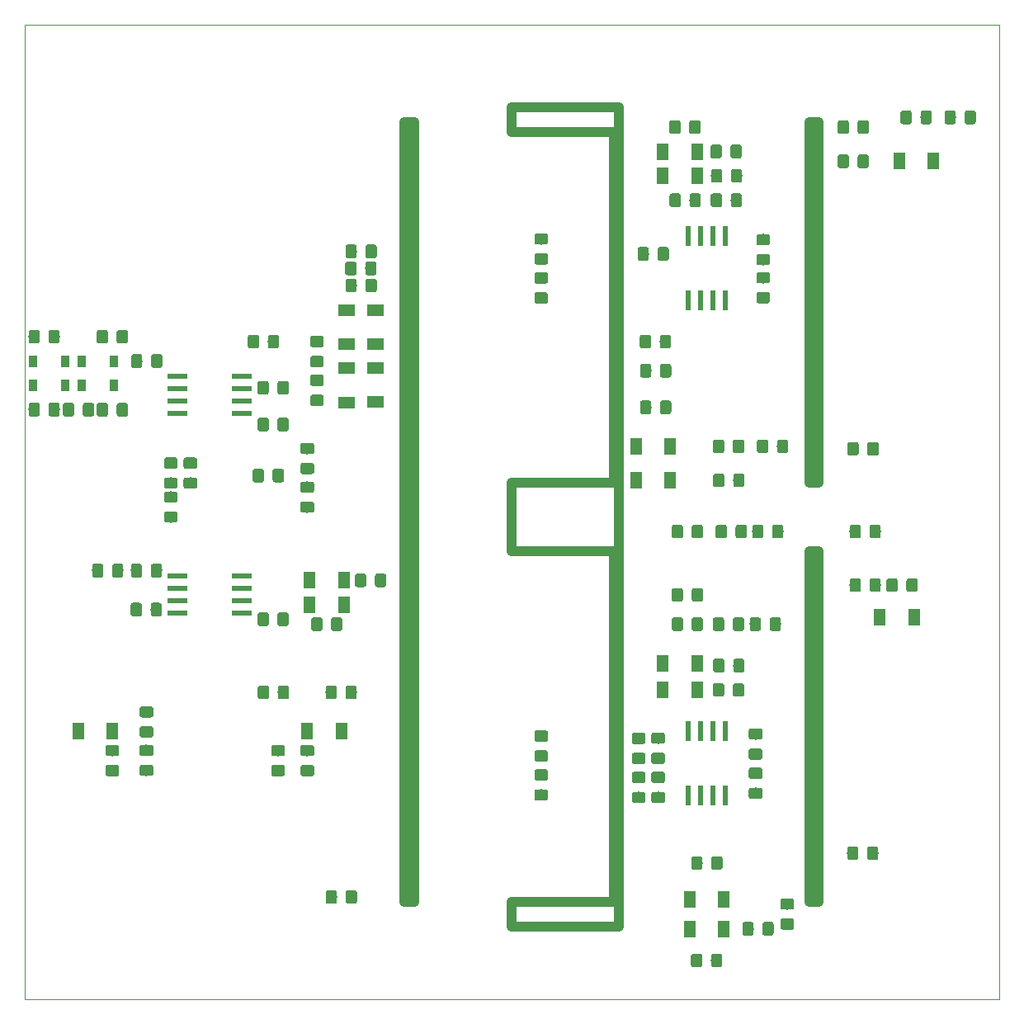
<source format=gbr>
%TF.GenerationSoftware,KiCad,Pcbnew,(5.1.0)-1*%
%TF.CreationDate,2019-09-16T00:10:31+02:00*%
%TF.ProjectId,KicadJE_EffectsUnit2,4b696361-644a-4455-9f45-666665637473,rev?*%
%TF.SameCoordinates,Original*%
%TF.FileFunction,Paste,Bot*%
%TF.FilePolarity,Positive*%
%FSLAX46Y46*%
G04 Gerber Fmt 4.6, Leading zero omitted, Abs format (unit mm)*
G04 Created by KiCad (PCBNEW (5.1.0)-1) date 2019-09-16 00:10:31*
%MOMM*%
%LPD*%
G04 APERTURE LIST*
%ADD10C,1.000000*%
%ADD11C,0.050000*%
%ADD12C,0.150000*%
%ADD13C,1.150000*%
%ADD14R,0.900000X1.200000*%
%ADD15R,1.700000X1.300000*%
%ADD16R,1.300000X1.700000*%
%ADD17R,2.000000X0.550000*%
%ADD18R,0.550000X2.000000*%
G04 APERTURE END LIST*
D10*
X130500000Y-60000000D02*
X130500000Y-97000000D01*
X131500000Y-104000000D02*
X131500000Y-140000000D01*
X130500000Y-104000000D02*
X131500000Y-104000000D01*
X130500000Y-97000000D02*
X131500000Y-97000000D01*
X110500000Y-104000000D02*
X110500000Y-140000000D01*
X100000000Y-104000000D02*
X110500000Y-104000000D01*
X100000000Y-97000000D02*
X100000000Y-104000000D01*
X110500000Y-97000000D02*
X100000000Y-97000000D01*
X100000000Y-61000000D02*
X100000000Y-58500000D01*
X100000000Y-61000000D02*
X110500000Y-61000000D01*
X111000000Y-58500000D02*
X100000000Y-58500000D01*
X100000000Y-142500000D02*
X100000000Y-140000000D01*
X100000000Y-142500000D02*
X111000000Y-142500000D01*
X110500000Y-140000000D02*
X100000000Y-140000000D01*
X130500000Y-104000000D02*
X130500000Y-140000000D01*
X130500000Y-140000000D02*
X131500000Y-140000000D01*
X130500000Y-60000000D02*
X131500000Y-60000000D01*
X131500000Y-60000000D02*
X131500000Y-97000000D01*
X89000000Y-60000000D02*
X90000000Y-60000000D01*
X89000000Y-140000000D02*
X90000000Y-140000000D01*
X110500000Y-61000000D02*
X110500000Y-97000000D01*
X111000000Y-58500000D02*
X111000000Y-142500000D01*
X90000000Y-60000000D02*
X90000000Y-140000000D01*
X89000000Y-60000000D02*
X89000000Y-140000000D01*
D11*
X50000000Y-150000000D02*
X50000000Y-50000000D01*
X150000000Y-150000000D02*
X50000000Y-150000000D01*
X150000000Y-50000000D02*
X150000000Y-150000000D01*
X50000000Y-50000000D02*
X150000000Y-50000000D01*
D12*
G36*
X65474505Y-99926204D02*
G01*
X65498773Y-99929804D01*
X65522572Y-99935765D01*
X65545671Y-99944030D01*
X65567850Y-99954520D01*
X65588893Y-99967132D01*
X65608599Y-99981747D01*
X65626777Y-99998223D01*
X65643253Y-100016401D01*
X65657868Y-100036107D01*
X65670480Y-100057150D01*
X65680970Y-100079329D01*
X65689235Y-100102428D01*
X65695196Y-100126227D01*
X65698796Y-100150495D01*
X65700000Y-100174999D01*
X65700000Y-100825001D01*
X65698796Y-100849505D01*
X65695196Y-100873773D01*
X65689235Y-100897572D01*
X65680970Y-100920671D01*
X65670480Y-100942850D01*
X65657868Y-100963893D01*
X65643253Y-100983599D01*
X65626777Y-101001777D01*
X65608599Y-101018253D01*
X65588893Y-101032868D01*
X65567850Y-101045480D01*
X65545671Y-101055970D01*
X65522572Y-101064235D01*
X65498773Y-101070196D01*
X65474505Y-101073796D01*
X65450001Y-101075000D01*
X64549999Y-101075000D01*
X64525495Y-101073796D01*
X64501227Y-101070196D01*
X64477428Y-101064235D01*
X64454329Y-101055970D01*
X64432150Y-101045480D01*
X64411107Y-101032868D01*
X64391401Y-101018253D01*
X64373223Y-101001777D01*
X64356747Y-100983599D01*
X64342132Y-100963893D01*
X64329520Y-100942850D01*
X64319030Y-100920671D01*
X64310765Y-100897572D01*
X64304804Y-100873773D01*
X64301204Y-100849505D01*
X64300000Y-100825001D01*
X64300000Y-100174999D01*
X64301204Y-100150495D01*
X64304804Y-100126227D01*
X64310765Y-100102428D01*
X64319030Y-100079329D01*
X64329520Y-100057150D01*
X64342132Y-100036107D01*
X64356747Y-100016401D01*
X64373223Y-99998223D01*
X64391401Y-99981747D01*
X64411107Y-99967132D01*
X64432150Y-99954520D01*
X64454329Y-99944030D01*
X64477428Y-99935765D01*
X64501227Y-99929804D01*
X64525495Y-99926204D01*
X64549999Y-99925000D01*
X65450001Y-99925000D01*
X65474505Y-99926204D01*
X65474505Y-99926204D01*
G37*
D13*
X65000000Y-100500000D03*
D12*
G36*
X65474505Y-97876204D02*
G01*
X65498773Y-97879804D01*
X65522572Y-97885765D01*
X65545671Y-97894030D01*
X65567850Y-97904520D01*
X65588893Y-97917132D01*
X65608599Y-97931747D01*
X65626777Y-97948223D01*
X65643253Y-97966401D01*
X65657868Y-97986107D01*
X65670480Y-98007150D01*
X65680970Y-98029329D01*
X65689235Y-98052428D01*
X65695196Y-98076227D01*
X65698796Y-98100495D01*
X65700000Y-98124999D01*
X65700000Y-98775001D01*
X65698796Y-98799505D01*
X65695196Y-98823773D01*
X65689235Y-98847572D01*
X65680970Y-98870671D01*
X65670480Y-98892850D01*
X65657868Y-98913893D01*
X65643253Y-98933599D01*
X65626777Y-98951777D01*
X65608599Y-98968253D01*
X65588893Y-98982868D01*
X65567850Y-98995480D01*
X65545671Y-99005970D01*
X65522572Y-99014235D01*
X65498773Y-99020196D01*
X65474505Y-99023796D01*
X65450001Y-99025000D01*
X64549999Y-99025000D01*
X64525495Y-99023796D01*
X64501227Y-99020196D01*
X64477428Y-99014235D01*
X64454329Y-99005970D01*
X64432150Y-98995480D01*
X64411107Y-98982868D01*
X64391401Y-98968253D01*
X64373223Y-98951777D01*
X64356747Y-98933599D01*
X64342132Y-98913893D01*
X64329520Y-98892850D01*
X64319030Y-98870671D01*
X64310765Y-98847572D01*
X64304804Y-98823773D01*
X64301204Y-98799505D01*
X64300000Y-98775001D01*
X64300000Y-98124999D01*
X64301204Y-98100495D01*
X64304804Y-98076227D01*
X64310765Y-98052428D01*
X64319030Y-98029329D01*
X64329520Y-98007150D01*
X64342132Y-97986107D01*
X64356747Y-97966401D01*
X64373223Y-97948223D01*
X64391401Y-97931747D01*
X64411107Y-97917132D01*
X64432150Y-97904520D01*
X64454329Y-97894030D01*
X64477428Y-97885765D01*
X64501227Y-97879804D01*
X64525495Y-97876204D01*
X64549999Y-97875000D01*
X65450001Y-97875000D01*
X65474505Y-97876204D01*
X65474505Y-97876204D01*
G37*
D13*
X65000000Y-98450000D03*
D12*
G36*
X83849505Y-117801204D02*
G01*
X83873773Y-117804804D01*
X83897572Y-117810765D01*
X83920671Y-117819030D01*
X83942850Y-117829520D01*
X83963893Y-117842132D01*
X83983599Y-117856747D01*
X84001777Y-117873223D01*
X84018253Y-117891401D01*
X84032868Y-117911107D01*
X84045480Y-117932150D01*
X84055970Y-117954329D01*
X84064235Y-117977428D01*
X84070196Y-118001227D01*
X84073796Y-118025495D01*
X84075000Y-118049999D01*
X84075000Y-118950001D01*
X84073796Y-118974505D01*
X84070196Y-118998773D01*
X84064235Y-119022572D01*
X84055970Y-119045671D01*
X84045480Y-119067850D01*
X84032868Y-119088893D01*
X84018253Y-119108599D01*
X84001777Y-119126777D01*
X83983599Y-119143253D01*
X83963893Y-119157868D01*
X83942850Y-119170480D01*
X83920671Y-119180970D01*
X83897572Y-119189235D01*
X83873773Y-119195196D01*
X83849505Y-119198796D01*
X83825001Y-119200000D01*
X83174999Y-119200000D01*
X83150495Y-119198796D01*
X83126227Y-119195196D01*
X83102428Y-119189235D01*
X83079329Y-119180970D01*
X83057150Y-119170480D01*
X83036107Y-119157868D01*
X83016401Y-119143253D01*
X82998223Y-119126777D01*
X82981747Y-119108599D01*
X82967132Y-119088893D01*
X82954520Y-119067850D01*
X82944030Y-119045671D01*
X82935765Y-119022572D01*
X82929804Y-118998773D01*
X82926204Y-118974505D01*
X82925000Y-118950001D01*
X82925000Y-118049999D01*
X82926204Y-118025495D01*
X82929804Y-118001227D01*
X82935765Y-117977428D01*
X82944030Y-117954329D01*
X82954520Y-117932150D01*
X82967132Y-117911107D01*
X82981747Y-117891401D01*
X82998223Y-117873223D01*
X83016401Y-117856747D01*
X83036107Y-117842132D01*
X83057150Y-117829520D01*
X83079329Y-117819030D01*
X83102428Y-117810765D01*
X83126227Y-117804804D01*
X83150495Y-117801204D01*
X83174999Y-117800000D01*
X83825001Y-117800000D01*
X83849505Y-117801204D01*
X83849505Y-117801204D01*
G37*
D13*
X83500000Y-118500000D03*
D12*
G36*
X81799505Y-117801204D02*
G01*
X81823773Y-117804804D01*
X81847572Y-117810765D01*
X81870671Y-117819030D01*
X81892850Y-117829520D01*
X81913893Y-117842132D01*
X81933599Y-117856747D01*
X81951777Y-117873223D01*
X81968253Y-117891401D01*
X81982868Y-117911107D01*
X81995480Y-117932150D01*
X82005970Y-117954329D01*
X82014235Y-117977428D01*
X82020196Y-118001227D01*
X82023796Y-118025495D01*
X82025000Y-118049999D01*
X82025000Y-118950001D01*
X82023796Y-118974505D01*
X82020196Y-118998773D01*
X82014235Y-119022572D01*
X82005970Y-119045671D01*
X81995480Y-119067850D01*
X81982868Y-119088893D01*
X81968253Y-119108599D01*
X81951777Y-119126777D01*
X81933599Y-119143253D01*
X81913893Y-119157868D01*
X81892850Y-119170480D01*
X81870671Y-119180970D01*
X81847572Y-119189235D01*
X81823773Y-119195196D01*
X81799505Y-119198796D01*
X81775001Y-119200000D01*
X81124999Y-119200000D01*
X81100495Y-119198796D01*
X81076227Y-119195196D01*
X81052428Y-119189235D01*
X81029329Y-119180970D01*
X81007150Y-119170480D01*
X80986107Y-119157868D01*
X80966401Y-119143253D01*
X80948223Y-119126777D01*
X80931747Y-119108599D01*
X80917132Y-119088893D01*
X80904520Y-119067850D01*
X80894030Y-119045671D01*
X80885765Y-119022572D01*
X80879804Y-118998773D01*
X80876204Y-118974505D01*
X80875000Y-118950001D01*
X80875000Y-118049999D01*
X80876204Y-118025495D01*
X80879804Y-118001227D01*
X80885765Y-117977428D01*
X80894030Y-117954329D01*
X80904520Y-117932150D01*
X80917132Y-117911107D01*
X80931747Y-117891401D01*
X80948223Y-117873223D01*
X80966401Y-117856747D01*
X80986107Y-117842132D01*
X81007150Y-117829520D01*
X81029329Y-117819030D01*
X81052428Y-117810765D01*
X81076227Y-117804804D01*
X81100495Y-117801204D01*
X81124999Y-117800000D01*
X81775001Y-117800000D01*
X81799505Y-117801204D01*
X81799505Y-117801204D01*
G37*
D13*
X81450000Y-118500000D03*
D12*
G36*
X63899505Y-83801204D02*
G01*
X63923773Y-83804804D01*
X63947572Y-83810765D01*
X63970671Y-83819030D01*
X63992850Y-83829520D01*
X64013893Y-83842132D01*
X64033599Y-83856747D01*
X64051777Y-83873223D01*
X64068253Y-83891401D01*
X64082868Y-83911107D01*
X64095480Y-83932150D01*
X64105970Y-83954329D01*
X64114235Y-83977428D01*
X64120196Y-84001227D01*
X64123796Y-84025495D01*
X64125000Y-84049999D01*
X64125000Y-84950001D01*
X64123796Y-84974505D01*
X64120196Y-84998773D01*
X64114235Y-85022572D01*
X64105970Y-85045671D01*
X64095480Y-85067850D01*
X64082868Y-85088893D01*
X64068253Y-85108599D01*
X64051777Y-85126777D01*
X64033599Y-85143253D01*
X64013893Y-85157868D01*
X63992850Y-85170480D01*
X63970671Y-85180970D01*
X63947572Y-85189235D01*
X63923773Y-85195196D01*
X63899505Y-85198796D01*
X63875001Y-85200000D01*
X63224999Y-85200000D01*
X63200495Y-85198796D01*
X63176227Y-85195196D01*
X63152428Y-85189235D01*
X63129329Y-85180970D01*
X63107150Y-85170480D01*
X63086107Y-85157868D01*
X63066401Y-85143253D01*
X63048223Y-85126777D01*
X63031747Y-85108599D01*
X63017132Y-85088893D01*
X63004520Y-85067850D01*
X62994030Y-85045671D01*
X62985765Y-85022572D01*
X62979804Y-84998773D01*
X62976204Y-84974505D01*
X62975000Y-84950001D01*
X62975000Y-84049999D01*
X62976204Y-84025495D01*
X62979804Y-84001227D01*
X62985765Y-83977428D01*
X62994030Y-83954329D01*
X63004520Y-83932150D01*
X63017132Y-83911107D01*
X63031747Y-83891401D01*
X63048223Y-83873223D01*
X63066401Y-83856747D01*
X63086107Y-83842132D01*
X63107150Y-83829520D01*
X63129329Y-83819030D01*
X63152428Y-83810765D01*
X63176227Y-83804804D01*
X63200495Y-83801204D01*
X63224999Y-83800000D01*
X63875001Y-83800000D01*
X63899505Y-83801204D01*
X63899505Y-83801204D01*
G37*
D13*
X63550000Y-84500000D03*
D12*
G36*
X61849505Y-83801204D02*
G01*
X61873773Y-83804804D01*
X61897572Y-83810765D01*
X61920671Y-83819030D01*
X61942850Y-83829520D01*
X61963893Y-83842132D01*
X61983599Y-83856747D01*
X62001777Y-83873223D01*
X62018253Y-83891401D01*
X62032868Y-83911107D01*
X62045480Y-83932150D01*
X62055970Y-83954329D01*
X62064235Y-83977428D01*
X62070196Y-84001227D01*
X62073796Y-84025495D01*
X62075000Y-84049999D01*
X62075000Y-84950001D01*
X62073796Y-84974505D01*
X62070196Y-84998773D01*
X62064235Y-85022572D01*
X62055970Y-85045671D01*
X62045480Y-85067850D01*
X62032868Y-85088893D01*
X62018253Y-85108599D01*
X62001777Y-85126777D01*
X61983599Y-85143253D01*
X61963893Y-85157868D01*
X61942850Y-85170480D01*
X61920671Y-85180970D01*
X61897572Y-85189235D01*
X61873773Y-85195196D01*
X61849505Y-85198796D01*
X61825001Y-85200000D01*
X61174999Y-85200000D01*
X61150495Y-85198796D01*
X61126227Y-85195196D01*
X61102428Y-85189235D01*
X61079329Y-85180970D01*
X61057150Y-85170480D01*
X61036107Y-85157868D01*
X61016401Y-85143253D01*
X60998223Y-85126777D01*
X60981747Y-85108599D01*
X60967132Y-85088893D01*
X60954520Y-85067850D01*
X60944030Y-85045671D01*
X60935765Y-85022572D01*
X60929804Y-84998773D01*
X60926204Y-84974505D01*
X60925000Y-84950001D01*
X60925000Y-84049999D01*
X60926204Y-84025495D01*
X60929804Y-84001227D01*
X60935765Y-83977428D01*
X60944030Y-83954329D01*
X60954520Y-83932150D01*
X60967132Y-83911107D01*
X60981747Y-83891401D01*
X60998223Y-83873223D01*
X61016401Y-83856747D01*
X61036107Y-83842132D01*
X61057150Y-83829520D01*
X61079329Y-83819030D01*
X61102428Y-83810765D01*
X61126227Y-83804804D01*
X61150495Y-83801204D01*
X61174999Y-83800000D01*
X61825001Y-83800000D01*
X61849505Y-83801204D01*
X61849505Y-83801204D01*
G37*
D13*
X61500000Y-84500000D03*
D12*
G36*
X61824505Y-105301204D02*
G01*
X61848773Y-105304804D01*
X61872572Y-105310765D01*
X61895671Y-105319030D01*
X61917850Y-105329520D01*
X61938893Y-105342132D01*
X61958599Y-105356747D01*
X61976777Y-105373223D01*
X61993253Y-105391401D01*
X62007868Y-105411107D01*
X62020480Y-105432150D01*
X62030970Y-105454329D01*
X62039235Y-105477428D01*
X62045196Y-105501227D01*
X62048796Y-105525495D01*
X62050000Y-105549999D01*
X62050000Y-106450001D01*
X62048796Y-106474505D01*
X62045196Y-106498773D01*
X62039235Y-106522572D01*
X62030970Y-106545671D01*
X62020480Y-106567850D01*
X62007868Y-106588893D01*
X61993253Y-106608599D01*
X61976777Y-106626777D01*
X61958599Y-106643253D01*
X61938893Y-106657868D01*
X61917850Y-106670480D01*
X61895671Y-106680970D01*
X61872572Y-106689235D01*
X61848773Y-106695196D01*
X61824505Y-106698796D01*
X61800001Y-106700000D01*
X61149999Y-106700000D01*
X61125495Y-106698796D01*
X61101227Y-106695196D01*
X61077428Y-106689235D01*
X61054329Y-106680970D01*
X61032150Y-106670480D01*
X61011107Y-106657868D01*
X60991401Y-106643253D01*
X60973223Y-106626777D01*
X60956747Y-106608599D01*
X60942132Y-106588893D01*
X60929520Y-106567850D01*
X60919030Y-106545671D01*
X60910765Y-106522572D01*
X60904804Y-106498773D01*
X60901204Y-106474505D01*
X60900000Y-106450001D01*
X60900000Y-105549999D01*
X60901204Y-105525495D01*
X60904804Y-105501227D01*
X60910765Y-105477428D01*
X60919030Y-105454329D01*
X60929520Y-105432150D01*
X60942132Y-105411107D01*
X60956747Y-105391401D01*
X60973223Y-105373223D01*
X60991401Y-105356747D01*
X61011107Y-105342132D01*
X61032150Y-105329520D01*
X61054329Y-105319030D01*
X61077428Y-105310765D01*
X61101227Y-105304804D01*
X61125495Y-105301204D01*
X61149999Y-105300000D01*
X61800001Y-105300000D01*
X61824505Y-105301204D01*
X61824505Y-105301204D01*
G37*
D13*
X61475000Y-106000000D03*
D12*
G36*
X63874505Y-105301204D02*
G01*
X63898773Y-105304804D01*
X63922572Y-105310765D01*
X63945671Y-105319030D01*
X63967850Y-105329520D01*
X63988893Y-105342132D01*
X64008599Y-105356747D01*
X64026777Y-105373223D01*
X64043253Y-105391401D01*
X64057868Y-105411107D01*
X64070480Y-105432150D01*
X64080970Y-105454329D01*
X64089235Y-105477428D01*
X64095196Y-105501227D01*
X64098796Y-105525495D01*
X64100000Y-105549999D01*
X64100000Y-106450001D01*
X64098796Y-106474505D01*
X64095196Y-106498773D01*
X64089235Y-106522572D01*
X64080970Y-106545671D01*
X64070480Y-106567850D01*
X64057868Y-106588893D01*
X64043253Y-106608599D01*
X64026777Y-106626777D01*
X64008599Y-106643253D01*
X63988893Y-106657868D01*
X63967850Y-106670480D01*
X63945671Y-106680970D01*
X63922572Y-106689235D01*
X63898773Y-106695196D01*
X63874505Y-106698796D01*
X63850001Y-106700000D01*
X63199999Y-106700000D01*
X63175495Y-106698796D01*
X63151227Y-106695196D01*
X63127428Y-106689235D01*
X63104329Y-106680970D01*
X63082150Y-106670480D01*
X63061107Y-106657868D01*
X63041401Y-106643253D01*
X63023223Y-106626777D01*
X63006747Y-106608599D01*
X62992132Y-106588893D01*
X62979520Y-106567850D01*
X62969030Y-106545671D01*
X62960765Y-106522572D01*
X62954804Y-106498773D01*
X62951204Y-106474505D01*
X62950000Y-106450001D01*
X62950000Y-105549999D01*
X62951204Y-105525495D01*
X62954804Y-105501227D01*
X62960765Y-105477428D01*
X62969030Y-105454329D01*
X62979520Y-105432150D01*
X62992132Y-105411107D01*
X63006747Y-105391401D01*
X63023223Y-105373223D01*
X63041401Y-105356747D01*
X63061107Y-105342132D01*
X63082150Y-105329520D01*
X63104329Y-105319030D01*
X63127428Y-105310765D01*
X63151227Y-105304804D01*
X63175495Y-105301204D01*
X63199999Y-105300000D01*
X63850001Y-105300000D01*
X63874505Y-105301204D01*
X63874505Y-105301204D01*
G37*
D13*
X63525000Y-106000000D03*
D12*
G36*
X74824505Y-90301204D02*
G01*
X74848773Y-90304804D01*
X74872572Y-90310765D01*
X74895671Y-90319030D01*
X74917850Y-90329520D01*
X74938893Y-90342132D01*
X74958599Y-90356747D01*
X74976777Y-90373223D01*
X74993253Y-90391401D01*
X75007868Y-90411107D01*
X75020480Y-90432150D01*
X75030970Y-90454329D01*
X75039235Y-90477428D01*
X75045196Y-90501227D01*
X75048796Y-90525495D01*
X75050000Y-90549999D01*
X75050000Y-91450001D01*
X75048796Y-91474505D01*
X75045196Y-91498773D01*
X75039235Y-91522572D01*
X75030970Y-91545671D01*
X75020480Y-91567850D01*
X75007868Y-91588893D01*
X74993253Y-91608599D01*
X74976777Y-91626777D01*
X74958599Y-91643253D01*
X74938893Y-91657868D01*
X74917850Y-91670480D01*
X74895671Y-91680970D01*
X74872572Y-91689235D01*
X74848773Y-91695196D01*
X74824505Y-91698796D01*
X74800001Y-91700000D01*
X74149999Y-91700000D01*
X74125495Y-91698796D01*
X74101227Y-91695196D01*
X74077428Y-91689235D01*
X74054329Y-91680970D01*
X74032150Y-91670480D01*
X74011107Y-91657868D01*
X73991401Y-91643253D01*
X73973223Y-91626777D01*
X73956747Y-91608599D01*
X73942132Y-91588893D01*
X73929520Y-91567850D01*
X73919030Y-91545671D01*
X73910765Y-91522572D01*
X73904804Y-91498773D01*
X73901204Y-91474505D01*
X73900000Y-91450001D01*
X73900000Y-90549999D01*
X73901204Y-90525495D01*
X73904804Y-90501227D01*
X73910765Y-90477428D01*
X73919030Y-90454329D01*
X73929520Y-90432150D01*
X73942132Y-90411107D01*
X73956747Y-90391401D01*
X73973223Y-90373223D01*
X73991401Y-90356747D01*
X74011107Y-90342132D01*
X74032150Y-90329520D01*
X74054329Y-90319030D01*
X74077428Y-90310765D01*
X74101227Y-90304804D01*
X74125495Y-90301204D01*
X74149999Y-90300000D01*
X74800001Y-90300000D01*
X74824505Y-90301204D01*
X74824505Y-90301204D01*
G37*
D13*
X74475000Y-91000000D03*
D12*
G36*
X76874505Y-90301204D02*
G01*
X76898773Y-90304804D01*
X76922572Y-90310765D01*
X76945671Y-90319030D01*
X76967850Y-90329520D01*
X76988893Y-90342132D01*
X77008599Y-90356747D01*
X77026777Y-90373223D01*
X77043253Y-90391401D01*
X77057868Y-90411107D01*
X77070480Y-90432150D01*
X77080970Y-90454329D01*
X77089235Y-90477428D01*
X77095196Y-90501227D01*
X77098796Y-90525495D01*
X77100000Y-90549999D01*
X77100000Y-91450001D01*
X77098796Y-91474505D01*
X77095196Y-91498773D01*
X77089235Y-91522572D01*
X77080970Y-91545671D01*
X77070480Y-91567850D01*
X77057868Y-91588893D01*
X77043253Y-91608599D01*
X77026777Y-91626777D01*
X77008599Y-91643253D01*
X76988893Y-91657868D01*
X76967850Y-91670480D01*
X76945671Y-91680970D01*
X76922572Y-91689235D01*
X76898773Y-91695196D01*
X76874505Y-91698796D01*
X76850001Y-91700000D01*
X76199999Y-91700000D01*
X76175495Y-91698796D01*
X76151227Y-91695196D01*
X76127428Y-91689235D01*
X76104329Y-91680970D01*
X76082150Y-91670480D01*
X76061107Y-91657868D01*
X76041401Y-91643253D01*
X76023223Y-91626777D01*
X76006747Y-91608599D01*
X75992132Y-91588893D01*
X75979520Y-91567850D01*
X75969030Y-91545671D01*
X75960765Y-91522572D01*
X75954804Y-91498773D01*
X75951204Y-91474505D01*
X75950000Y-91450001D01*
X75950000Y-90549999D01*
X75951204Y-90525495D01*
X75954804Y-90501227D01*
X75960765Y-90477428D01*
X75969030Y-90454329D01*
X75979520Y-90432150D01*
X75992132Y-90411107D01*
X76006747Y-90391401D01*
X76023223Y-90373223D01*
X76041401Y-90356747D01*
X76061107Y-90342132D01*
X76082150Y-90329520D01*
X76104329Y-90319030D01*
X76127428Y-90310765D01*
X76151227Y-90304804D01*
X76175495Y-90301204D01*
X76199999Y-90300000D01*
X76850001Y-90300000D01*
X76874505Y-90301204D01*
X76874505Y-90301204D01*
G37*
D13*
X76525000Y-91000000D03*
D12*
G36*
X76874505Y-110301204D02*
G01*
X76898773Y-110304804D01*
X76922572Y-110310765D01*
X76945671Y-110319030D01*
X76967850Y-110329520D01*
X76988893Y-110342132D01*
X77008599Y-110356747D01*
X77026777Y-110373223D01*
X77043253Y-110391401D01*
X77057868Y-110411107D01*
X77070480Y-110432150D01*
X77080970Y-110454329D01*
X77089235Y-110477428D01*
X77095196Y-110501227D01*
X77098796Y-110525495D01*
X77100000Y-110549999D01*
X77100000Y-111450001D01*
X77098796Y-111474505D01*
X77095196Y-111498773D01*
X77089235Y-111522572D01*
X77080970Y-111545671D01*
X77070480Y-111567850D01*
X77057868Y-111588893D01*
X77043253Y-111608599D01*
X77026777Y-111626777D01*
X77008599Y-111643253D01*
X76988893Y-111657868D01*
X76967850Y-111670480D01*
X76945671Y-111680970D01*
X76922572Y-111689235D01*
X76898773Y-111695196D01*
X76874505Y-111698796D01*
X76850001Y-111700000D01*
X76199999Y-111700000D01*
X76175495Y-111698796D01*
X76151227Y-111695196D01*
X76127428Y-111689235D01*
X76104329Y-111680970D01*
X76082150Y-111670480D01*
X76061107Y-111657868D01*
X76041401Y-111643253D01*
X76023223Y-111626777D01*
X76006747Y-111608599D01*
X75992132Y-111588893D01*
X75979520Y-111567850D01*
X75969030Y-111545671D01*
X75960765Y-111522572D01*
X75954804Y-111498773D01*
X75951204Y-111474505D01*
X75950000Y-111450001D01*
X75950000Y-110549999D01*
X75951204Y-110525495D01*
X75954804Y-110501227D01*
X75960765Y-110477428D01*
X75969030Y-110454329D01*
X75979520Y-110432150D01*
X75992132Y-110411107D01*
X76006747Y-110391401D01*
X76023223Y-110373223D01*
X76041401Y-110356747D01*
X76061107Y-110342132D01*
X76082150Y-110329520D01*
X76104329Y-110319030D01*
X76127428Y-110310765D01*
X76151227Y-110304804D01*
X76175495Y-110301204D01*
X76199999Y-110300000D01*
X76850001Y-110300000D01*
X76874505Y-110301204D01*
X76874505Y-110301204D01*
G37*
D13*
X76525000Y-111000000D03*
D12*
G36*
X74824505Y-110301204D02*
G01*
X74848773Y-110304804D01*
X74872572Y-110310765D01*
X74895671Y-110319030D01*
X74917850Y-110329520D01*
X74938893Y-110342132D01*
X74958599Y-110356747D01*
X74976777Y-110373223D01*
X74993253Y-110391401D01*
X75007868Y-110411107D01*
X75020480Y-110432150D01*
X75030970Y-110454329D01*
X75039235Y-110477428D01*
X75045196Y-110501227D01*
X75048796Y-110525495D01*
X75050000Y-110549999D01*
X75050000Y-111450001D01*
X75048796Y-111474505D01*
X75045196Y-111498773D01*
X75039235Y-111522572D01*
X75030970Y-111545671D01*
X75020480Y-111567850D01*
X75007868Y-111588893D01*
X74993253Y-111608599D01*
X74976777Y-111626777D01*
X74958599Y-111643253D01*
X74938893Y-111657868D01*
X74917850Y-111670480D01*
X74895671Y-111680970D01*
X74872572Y-111689235D01*
X74848773Y-111695196D01*
X74824505Y-111698796D01*
X74800001Y-111700000D01*
X74149999Y-111700000D01*
X74125495Y-111698796D01*
X74101227Y-111695196D01*
X74077428Y-111689235D01*
X74054329Y-111680970D01*
X74032150Y-111670480D01*
X74011107Y-111657868D01*
X73991401Y-111643253D01*
X73973223Y-111626777D01*
X73956747Y-111608599D01*
X73942132Y-111588893D01*
X73929520Y-111567850D01*
X73919030Y-111545671D01*
X73910765Y-111522572D01*
X73904804Y-111498773D01*
X73901204Y-111474505D01*
X73900000Y-111450001D01*
X73900000Y-110549999D01*
X73901204Y-110525495D01*
X73904804Y-110501227D01*
X73910765Y-110477428D01*
X73919030Y-110454329D01*
X73929520Y-110432150D01*
X73942132Y-110411107D01*
X73956747Y-110391401D01*
X73973223Y-110373223D01*
X73991401Y-110356747D01*
X74011107Y-110342132D01*
X74032150Y-110329520D01*
X74054329Y-110319030D01*
X74077428Y-110310765D01*
X74101227Y-110304804D01*
X74125495Y-110301204D01*
X74149999Y-110300000D01*
X74800001Y-110300000D01*
X74824505Y-110301204D01*
X74824505Y-110301204D01*
G37*
D13*
X74475000Y-111000000D03*
D12*
G36*
X81824505Y-138801204D02*
G01*
X81848773Y-138804804D01*
X81872572Y-138810765D01*
X81895671Y-138819030D01*
X81917850Y-138829520D01*
X81938893Y-138842132D01*
X81958599Y-138856747D01*
X81976777Y-138873223D01*
X81993253Y-138891401D01*
X82007868Y-138911107D01*
X82020480Y-138932150D01*
X82030970Y-138954329D01*
X82039235Y-138977428D01*
X82045196Y-139001227D01*
X82048796Y-139025495D01*
X82050000Y-139049999D01*
X82050000Y-139950001D01*
X82048796Y-139974505D01*
X82045196Y-139998773D01*
X82039235Y-140022572D01*
X82030970Y-140045671D01*
X82020480Y-140067850D01*
X82007868Y-140088893D01*
X81993253Y-140108599D01*
X81976777Y-140126777D01*
X81958599Y-140143253D01*
X81938893Y-140157868D01*
X81917850Y-140170480D01*
X81895671Y-140180970D01*
X81872572Y-140189235D01*
X81848773Y-140195196D01*
X81824505Y-140198796D01*
X81800001Y-140200000D01*
X81149999Y-140200000D01*
X81125495Y-140198796D01*
X81101227Y-140195196D01*
X81077428Y-140189235D01*
X81054329Y-140180970D01*
X81032150Y-140170480D01*
X81011107Y-140157868D01*
X80991401Y-140143253D01*
X80973223Y-140126777D01*
X80956747Y-140108599D01*
X80942132Y-140088893D01*
X80929520Y-140067850D01*
X80919030Y-140045671D01*
X80910765Y-140022572D01*
X80904804Y-139998773D01*
X80901204Y-139974505D01*
X80900000Y-139950001D01*
X80900000Y-139049999D01*
X80901204Y-139025495D01*
X80904804Y-139001227D01*
X80910765Y-138977428D01*
X80919030Y-138954329D01*
X80929520Y-138932150D01*
X80942132Y-138911107D01*
X80956747Y-138891401D01*
X80973223Y-138873223D01*
X80991401Y-138856747D01*
X81011107Y-138842132D01*
X81032150Y-138829520D01*
X81054329Y-138819030D01*
X81077428Y-138810765D01*
X81101227Y-138804804D01*
X81125495Y-138801204D01*
X81149999Y-138800000D01*
X81800001Y-138800000D01*
X81824505Y-138801204D01*
X81824505Y-138801204D01*
G37*
D13*
X81475000Y-139500000D03*
D12*
G36*
X83874505Y-138801204D02*
G01*
X83898773Y-138804804D01*
X83922572Y-138810765D01*
X83945671Y-138819030D01*
X83967850Y-138829520D01*
X83988893Y-138842132D01*
X84008599Y-138856747D01*
X84026777Y-138873223D01*
X84043253Y-138891401D01*
X84057868Y-138911107D01*
X84070480Y-138932150D01*
X84080970Y-138954329D01*
X84089235Y-138977428D01*
X84095196Y-139001227D01*
X84098796Y-139025495D01*
X84100000Y-139049999D01*
X84100000Y-139950001D01*
X84098796Y-139974505D01*
X84095196Y-139998773D01*
X84089235Y-140022572D01*
X84080970Y-140045671D01*
X84070480Y-140067850D01*
X84057868Y-140088893D01*
X84043253Y-140108599D01*
X84026777Y-140126777D01*
X84008599Y-140143253D01*
X83988893Y-140157868D01*
X83967850Y-140170480D01*
X83945671Y-140180970D01*
X83922572Y-140189235D01*
X83898773Y-140195196D01*
X83874505Y-140198796D01*
X83850001Y-140200000D01*
X83199999Y-140200000D01*
X83175495Y-140198796D01*
X83151227Y-140195196D01*
X83127428Y-140189235D01*
X83104329Y-140180970D01*
X83082150Y-140170480D01*
X83061107Y-140157868D01*
X83041401Y-140143253D01*
X83023223Y-140126777D01*
X83006747Y-140108599D01*
X82992132Y-140088893D01*
X82979520Y-140067850D01*
X82969030Y-140045671D01*
X82960765Y-140022572D01*
X82954804Y-139998773D01*
X82951204Y-139974505D01*
X82950000Y-139950001D01*
X82950000Y-139049999D01*
X82951204Y-139025495D01*
X82954804Y-139001227D01*
X82960765Y-138977428D01*
X82969030Y-138954329D01*
X82979520Y-138932150D01*
X82992132Y-138911107D01*
X83006747Y-138891401D01*
X83023223Y-138873223D01*
X83041401Y-138856747D01*
X83061107Y-138842132D01*
X83082150Y-138829520D01*
X83104329Y-138819030D01*
X83127428Y-138810765D01*
X83151227Y-138804804D01*
X83175495Y-138801204D01*
X83199999Y-138800000D01*
X83850001Y-138800000D01*
X83874505Y-138801204D01*
X83874505Y-138801204D01*
G37*
D13*
X83525000Y-139500000D03*
D12*
G36*
X80474505Y-87951204D02*
G01*
X80498773Y-87954804D01*
X80522572Y-87960765D01*
X80545671Y-87969030D01*
X80567850Y-87979520D01*
X80588893Y-87992132D01*
X80608599Y-88006747D01*
X80626777Y-88023223D01*
X80643253Y-88041401D01*
X80657868Y-88061107D01*
X80670480Y-88082150D01*
X80680970Y-88104329D01*
X80689235Y-88127428D01*
X80695196Y-88151227D01*
X80698796Y-88175495D01*
X80700000Y-88199999D01*
X80700000Y-88850001D01*
X80698796Y-88874505D01*
X80695196Y-88898773D01*
X80689235Y-88922572D01*
X80680970Y-88945671D01*
X80670480Y-88967850D01*
X80657868Y-88988893D01*
X80643253Y-89008599D01*
X80626777Y-89026777D01*
X80608599Y-89043253D01*
X80588893Y-89057868D01*
X80567850Y-89070480D01*
X80545671Y-89080970D01*
X80522572Y-89089235D01*
X80498773Y-89095196D01*
X80474505Y-89098796D01*
X80450001Y-89100000D01*
X79549999Y-89100000D01*
X79525495Y-89098796D01*
X79501227Y-89095196D01*
X79477428Y-89089235D01*
X79454329Y-89080970D01*
X79432150Y-89070480D01*
X79411107Y-89057868D01*
X79391401Y-89043253D01*
X79373223Y-89026777D01*
X79356747Y-89008599D01*
X79342132Y-88988893D01*
X79329520Y-88967850D01*
X79319030Y-88945671D01*
X79310765Y-88922572D01*
X79304804Y-88898773D01*
X79301204Y-88874505D01*
X79300000Y-88850001D01*
X79300000Y-88199999D01*
X79301204Y-88175495D01*
X79304804Y-88151227D01*
X79310765Y-88127428D01*
X79319030Y-88104329D01*
X79329520Y-88082150D01*
X79342132Y-88061107D01*
X79356747Y-88041401D01*
X79373223Y-88023223D01*
X79391401Y-88006747D01*
X79411107Y-87992132D01*
X79432150Y-87979520D01*
X79454329Y-87969030D01*
X79477428Y-87960765D01*
X79501227Y-87954804D01*
X79525495Y-87951204D01*
X79549999Y-87950000D01*
X80450001Y-87950000D01*
X80474505Y-87951204D01*
X80474505Y-87951204D01*
G37*
D13*
X80000000Y-88525000D03*
D12*
G36*
X80474505Y-85901204D02*
G01*
X80498773Y-85904804D01*
X80522572Y-85910765D01*
X80545671Y-85919030D01*
X80567850Y-85929520D01*
X80588893Y-85942132D01*
X80608599Y-85956747D01*
X80626777Y-85973223D01*
X80643253Y-85991401D01*
X80657868Y-86011107D01*
X80670480Y-86032150D01*
X80680970Y-86054329D01*
X80689235Y-86077428D01*
X80695196Y-86101227D01*
X80698796Y-86125495D01*
X80700000Y-86149999D01*
X80700000Y-86800001D01*
X80698796Y-86824505D01*
X80695196Y-86848773D01*
X80689235Y-86872572D01*
X80680970Y-86895671D01*
X80670480Y-86917850D01*
X80657868Y-86938893D01*
X80643253Y-86958599D01*
X80626777Y-86976777D01*
X80608599Y-86993253D01*
X80588893Y-87007868D01*
X80567850Y-87020480D01*
X80545671Y-87030970D01*
X80522572Y-87039235D01*
X80498773Y-87045196D01*
X80474505Y-87048796D01*
X80450001Y-87050000D01*
X79549999Y-87050000D01*
X79525495Y-87048796D01*
X79501227Y-87045196D01*
X79477428Y-87039235D01*
X79454329Y-87030970D01*
X79432150Y-87020480D01*
X79411107Y-87007868D01*
X79391401Y-86993253D01*
X79373223Y-86976777D01*
X79356747Y-86958599D01*
X79342132Y-86938893D01*
X79329520Y-86917850D01*
X79319030Y-86895671D01*
X79310765Y-86872572D01*
X79304804Y-86848773D01*
X79301204Y-86824505D01*
X79300000Y-86800001D01*
X79300000Y-86149999D01*
X79301204Y-86125495D01*
X79304804Y-86101227D01*
X79310765Y-86077428D01*
X79319030Y-86054329D01*
X79329520Y-86032150D01*
X79342132Y-86011107D01*
X79356747Y-85991401D01*
X79373223Y-85973223D01*
X79391401Y-85956747D01*
X79411107Y-85942132D01*
X79432150Y-85929520D01*
X79454329Y-85919030D01*
X79477428Y-85910765D01*
X79501227Y-85904804D01*
X79525495Y-85901204D01*
X79549999Y-85900000D01*
X80450001Y-85900000D01*
X80474505Y-85901204D01*
X80474505Y-85901204D01*
G37*
D13*
X80000000Y-86475000D03*
D14*
X59150000Y-84500000D03*
X55850000Y-84500000D03*
X59150000Y-87000000D03*
X55850000Y-87000000D03*
D15*
X83000000Y-82750000D03*
X83000000Y-79250000D03*
X86000000Y-82750000D03*
X86000000Y-79250000D03*
X86000000Y-85224999D03*
X86000000Y-88724999D03*
X83000000Y-85250000D03*
X83000000Y-88750000D03*
D16*
X82750000Y-107000000D03*
X79250000Y-107000000D03*
X82750000Y-109500000D03*
X79250000Y-109500000D03*
D12*
G36*
X79474505Y-123901204D02*
G01*
X79498773Y-123904804D01*
X79522572Y-123910765D01*
X79545671Y-123919030D01*
X79567850Y-123929520D01*
X79588893Y-123942132D01*
X79608599Y-123956747D01*
X79626777Y-123973223D01*
X79643253Y-123991401D01*
X79657868Y-124011107D01*
X79670480Y-124032150D01*
X79680970Y-124054329D01*
X79689235Y-124077428D01*
X79695196Y-124101227D01*
X79698796Y-124125495D01*
X79700000Y-124149999D01*
X79700000Y-124800001D01*
X79698796Y-124824505D01*
X79695196Y-124848773D01*
X79689235Y-124872572D01*
X79680970Y-124895671D01*
X79670480Y-124917850D01*
X79657868Y-124938893D01*
X79643253Y-124958599D01*
X79626777Y-124976777D01*
X79608599Y-124993253D01*
X79588893Y-125007868D01*
X79567850Y-125020480D01*
X79545671Y-125030970D01*
X79522572Y-125039235D01*
X79498773Y-125045196D01*
X79474505Y-125048796D01*
X79450001Y-125050000D01*
X78549999Y-125050000D01*
X78525495Y-125048796D01*
X78501227Y-125045196D01*
X78477428Y-125039235D01*
X78454329Y-125030970D01*
X78432150Y-125020480D01*
X78411107Y-125007868D01*
X78391401Y-124993253D01*
X78373223Y-124976777D01*
X78356747Y-124958599D01*
X78342132Y-124938893D01*
X78329520Y-124917850D01*
X78319030Y-124895671D01*
X78310765Y-124872572D01*
X78304804Y-124848773D01*
X78301204Y-124824505D01*
X78300000Y-124800001D01*
X78300000Y-124149999D01*
X78301204Y-124125495D01*
X78304804Y-124101227D01*
X78310765Y-124077428D01*
X78319030Y-124054329D01*
X78329520Y-124032150D01*
X78342132Y-124011107D01*
X78356747Y-123991401D01*
X78373223Y-123973223D01*
X78391401Y-123956747D01*
X78411107Y-123942132D01*
X78432150Y-123929520D01*
X78454329Y-123919030D01*
X78477428Y-123910765D01*
X78501227Y-123904804D01*
X78525495Y-123901204D01*
X78549999Y-123900000D01*
X79450001Y-123900000D01*
X79474505Y-123901204D01*
X79474505Y-123901204D01*
G37*
D13*
X79000000Y-124475000D03*
D12*
G36*
X79474505Y-125951204D02*
G01*
X79498773Y-125954804D01*
X79522572Y-125960765D01*
X79545671Y-125969030D01*
X79567850Y-125979520D01*
X79588893Y-125992132D01*
X79608599Y-126006747D01*
X79626777Y-126023223D01*
X79643253Y-126041401D01*
X79657868Y-126061107D01*
X79670480Y-126082150D01*
X79680970Y-126104329D01*
X79689235Y-126127428D01*
X79695196Y-126151227D01*
X79698796Y-126175495D01*
X79700000Y-126199999D01*
X79700000Y-126850001D01*
X79698796Y-126874505D01*
X79695196Y-126898773D01*
X79689235Y-126922572D01*
X79680970Y-126945671D01*
X79670480Y-126967850D01*
X79657868Y-126988893D01*
X79643253Y-127008599D01*
X79626777Y-127026777D01*
X79608599Y-127043253D01*
X79588893Y-127057868D01*
X79567850Y-127070480D01*
X79545671Y-127080970D01*
X79522572Y-127089235D01*
X79498773Y-127095196D01*
X79474505Y-127098796D01*
X79450001Y-127100000D01*
X78549999Y-127100000D01*
X78525495Y-127098796D01*
X78501227Y-127095196D01*
X78477428Y-127089235D01*
X78454329Y-127080970D01*
X78432150Y-127070480D01*
X78411107Y-127057868D01*
X78391401Y-127043253D01*
X78373223Y-127026777D01*
X78356747Y-127008599D01*
X78342132Y-126988893D01*
X78329520Y-126967850D01*
X78319030Y-126945671D01*
X78310765Y-126922572D01*
X78304804Y-126898773D01*
X78301204Y-126874505D01*
X78300000Y-126850001D01*
X78300000Y-126199999D01*
X78301204Y-126175495D01*
X78304804Y-126151227D01*
X78310765Y-126127428D01*
X78319030Y-126104329D01*
X78329520Y-126082150D01*
X78342132Y-126061107D01*
X78356747Y-126041401D01*
X78373223Y-126023223D01*
X78391401Y-126006747D01*
X78411107Y-125992132D01*
X78432150Y-125979520D01*
X78454329Y-125969030D01*
X78477428Y-125960765D01*
X78501227Y-125954804D01*
X78525495Y-125951204D01*
X78549999Y-125950000D01*
X79450001Y-125950000D01*
X79474505Y-125951204D01*
X79474505Y-125951204D01*
G37*
D13*
X79000000Y-126525000D03*
D12*
G36*
X76474505Y-123901204D02*
G01*
X76498773Y-123904804D01*
X76522572Y-123910765D01*
X76545671Y-123919030D01*
X76567850Y-123929520D01*
X76588893Y-123942132D01*
X76608599Y-123956747D01*
X76626777Y-123973223D01*
X76643253Y-123991401D01*
X76657868Y-124011107D01*
X76670480Y-124032150D01*
X76680970Y-124054329D01*
X76689235Y-124077428D01*
X76695196Y-124101227D01*
X76698796Y-124125495D01*
X76700000Y-124149999D01*
X76700000Y-124800001D01*
X76698796Y-124824505D01*
X76695196Y-124848773D01*
X76689235Y-124872572D01*
X76680970Y-124895671D01*
X76670480Y-124917850D01*
X76657868Y-124938893D01*
X76643253Y-124958599D01*
X76626777Y-124976777D01*
X76608599Y-124993253D01*
X76588893Y-125007868D01*
X76567850Y-125020480D01*
X76545671Y-125030970D01*
X76522572Y-125039235D01*
X76498773Y-125045196D01*
X76474505Y-125048796D01*
X76450001Y-125050000D01*
X75549999Y-125050000D01*
X75525495Y-125048796D01*
X75501227Y-125045196D01*
X75477428Y-125039235D01*
X75454329Y-125030970D01*
X75432150Y-125020480D01*
X75411107Y-125007868D01*
X75391401Y-124993253D01*
X75373223Y-124976777D01*
X75356747Y-124958599D01*
X75342132Y-124938893D01*
X75329520Y-124917850D01*
X75319030Y-124895671D01*
X75310765Y-124872572D01*
X75304804Y-124848773D01*
X75301204Y-124824505D01*
X75300000Y-124800001D01*
X75300000Y-124149999D01*
X75301204Y-124125495D01*
X75304804Y-124101227D01*
X75310765Y-124077428D01*
X75319030Y-124054329D01*
X75329520Y-124032150D01*
X75342132Y-124011107D01*
X75356747Y-123991401D01*
X75373223Y-123973223D01*
X75391401Y-123956747D01*
X75411107Y-123942132D01*
X75432150Y-123929520D01*
X75454329Y-123919030D01*
X75477428Y-123910765D01*
X75501227Y-123904804D01*
X75525495Y-123901204D01*
X75549999Y-123900000D01*
X76450001Y-123900000D01*
X76474505Y-123901204D01*
X76474505Y-123901204D01*
G37*
D13*
X76000000Y-124475000D03*
D12*
G36*
X76474505Y-125951204D02*
G01*
X76498773Y-125954804D01*
X76522572Y-125960765D01*
X76545671Y-125969030D01*
X76567850Y-125979520D01*
X76588893Y-125992132D01*
X76608599Y-126006747D01*
X76626777Y-126023223D01*
X76643253Y-126041401D01*
X76657868Y-126061107D01*
X76670480Y-126082150D01*
X76680970Y-126104329D01*
X76689235Y-126127428D01*
X76695196Y-126151227D01*
X76698796Y-126175495D01*
X76700000Y-126199999D01*
X76700000Y-126850001D01*
X76698796Y-126874505D01*
X76695196Y-126898773D01*
X76689235Y-126922572D01*
X76680970Y-126945671D01*
X76670480Y-126967850D01*
X76657868Y-126988893D01*
X76643253Y-127008599D01*
X76626777Y-127026777D01*
X76608599Y-127043253D01*
X76588893Y-127057868D01*
X76567850Y-127070480D01*
X76545671Y-127080970D01*
X76522572Y-127089235D01*
X76498773Y-127095196D01*
X76474505Y-127098796D01*
X76450001Y-127100000D01*
X75549999Y-127100000D01*
X75525495Y-127098796D01*
X75501227Y-127095196D01*
X75477428Y-127089235D01*
X75454329Y-127080970D01*
X75432150Y-127070480D01*
X75411107Y-127057868D01*
X75391401Y-127043253D01*
X75373223Y-127026777D01*
X75356747Y-127008599D01*
X75342132Y-126988893D01*
X75329520Y-126967850D01*
X75319030Y-126945671D01*
X75310765Y-126922572D01*
X75304804Y-126898773D01*
X75301204Y-126874505D01*
X75300000Y-126850001D01*
X75300000Y-126199999D01*
X75301204Y-126175495D01*
X75304804Y-126151227D01*
X75310765Y-126127428D01*
X75319030Y-126104329D01*
X75329520Y-126082150D01*
X75342132Y-126061107D01*
X75356747Y-126041401D01*
X75373223Y-126023223D01*
X75391401Y-126006747D01*
X75411107Y-125992132D01*
X75432150Y-125979520D01*
X75454329Y-125969030D01*
X75477428Y-125960765D01*
X75501227Y-125954804D01*
X75525495Y-125951204D01*
X75549999Y-125950000D01*
X76450001Y-125950000D01*
X76474505Y-125951204D01*
X76474505Y-125951204D01*
G37*
D13*
X76000000Y-126525000D03*
D12*
G36*
X59474505Y-123901204D02*
G01*
X59498773Y-123904804D01*
X59522572Y-123910765D01*
X59545671Y-123919030D01*
X59567850Y-123929520D01*
X59588893Y-123942132D01*
X59608599Y-123956747D01*
X59626777Y-123973223D01*
X59643253Y-123991401D01*
X59657868Y-124011107D01*
X59670480Y-124032150D01*
X59680970Y-124054329D01*
X59689235Y-124077428D01*
X59695196Y-124101227D01*
X59698796Y-124125495D01*
X59700000Y-124149999D01*
X59700000Y-124800001D01*
X59698796Y-124824505D01*
X59695196Y-124848773D01*
X59689235Y-124872572D01*
X59680970Y-124895671D01*
X59670480Y-124917850D01*
X59657868Y-124938893D01*
X59643253Y-124958599D01*
X59626777Y-124976777D01*
X59608599Y-124993253D01*
X59588893Y-125007868D01*
X59567850Y-125020480D01*
X59545671Y-125030970D01*
X59522572Y-125039235D01*
X59498773Y-125045196D01*
X59474505Y-125048796D01*
X59450001Y-125050000D01*
X58549999Y-125050000D01*
X58525495Y-125048796D01*
X58501227Y-125045196D01*
X58477428Y-125039235D01*
X58454329Y-125030970D01*
X58432150Y-125020480D01*
X58411107Y-125007868D01*
X58391401Y-124993253D01*
X58373223Y-124976777D01*
X58356747Y-124958599D01*
X58342132Y-124938893D01*
X58329520Y-124917850D01*
X58319030Y-124895671D01*
X58310765Y-124872572D01*
X58304804Y-124848773D01*
X58301204Y-124824505D01*
X58300000Y-124800001D01*
X58300000Y-124149999D01*
X58301204Y-124125495D01*
X58304804Y-124101227D01*
X58310765Y-124077428D01*
X58319030Y-124054329D01*
X58329520Y-124032150D01*
X58342132Y-124011107D01*
X58356747Y-123991401D01*
X58373223Y-123973223D01*
X58391401Y-123956747D01*
X58411107Y-123942132D01*
X58432150Y-123929520D01*
X58454329Y-123919030D01*
X58477428Y-123910765D01*
X58501227Y-123904804D01*
X58525495Y-123901204D01*
X58549999Y-123900000D01*
X59450001Y-123900000D01*
X59474505Y-123901204D01*
X59474505Y-123901204D01*
G37*
D13*
X59000000Y-124475000D03*
D12*
G36*
X59474505Y-125951204D02*
G01*
X59498773Y-125954804D01*
X59522572Y-125960765D01*
X59545671Y-125969030D01*
X59567850Y-125979520D01*
X59588893Y-125992132D01*
X59608599Y-126006747D01*
X59626777Y-126023223D01*
X59643253Y-126041401D01*
X59657868Y-126061107D01*
X59670480Y-126082150D01*
X59680970Y-126104329D01*
X59689235Y-126127428D01*
X59695196Y-126151227D01*
X59698796Y-126175495D01*
X59700000Y-126199999D01*
X59700000Y-126850001D01*
X59698796Y-126874505D01*
X59695196Y-126898773D01*
X59689235Y-126922572D01*
X59680970Y-126945671D01*
X59670480Y-126967850D01*
X59657868Y-126988893D01*
X59643253Y-127008599D01*
X59626777Y-127026777D01*
X59608599Y-127043253D01*
X59588893Y-127057868D01*
X59567850Y-127070480D01*
X59545671Y-127080970D01*
X59522572Y-127089235D01*
X59498773Y-127095196D01*
X59474505Y-127098796D01*
X59450001Y-127100000D01*
X58549999Y-127100000D01*
X58525495Y-127098796D01*
X58501227Y-127095196D01*
X58477428Y-127089235D01*
X58454329Y-127080970D01*
X58432150Y-127070480D01*
X58411107Y-127057868D01*
X58391401Y-127043253D01*
X58373223Y-127026777D01*
X58356747Y-127008599D01*
X58342132Y-126988893D01*
X58329520Y-126967850D01*
X58319030Y-126945671D01*
X58310765Y-126922572D01*
X58304804Y-126898773D01*
X58301204Y-126874505D01*
X58300000Y-126850001D01*
X58300000Y-126199999D01*
X58301204Y-126175495D01*
X58304804Y-126151227D01*
X58310765Y-126127428D01*
X58319030Y-126104329D01*
X58329520Y-126082150D01*
X58342132Y-126061107D01*
X58356747Y-126041401D01*
X58373223Y-126023223D01*
X58391401Y-126006747D01*
X58411107Y-125992132D01*
X58432150Y-125979520D01*
X58454329Y-125969030D01*
X58477428Y-125960765D01*
X58501227Y-125954804D01*
X58525495Y-125951204D01*
X58549999Y-125950000D01*
X59450001Y-125950000D01*
X59474505Y-125951204D01*
X59474505Y-125951204D01*
G37*
D13*
X59000000Y-126525000D03*
D12*
G36*
X62974505Y-123876204D02*
G01*
X62998773Y-123879804D01*
X63022572Y-123885765D01*
X63045671Y-123894030D01*
X63067850Y-123904520D01*
X63088893Y-123917132D01*
X63108599Y-123931747D01*
X63126777Y-123948223D01*
X63143253Y-123966401D01*
X63157868Y-123986107D01*
X63170480Y-124007150D01*
X63180970Y-124029329D01*
X63189235Y-124052428D01*
X63195196Y-124076227D01*
X63198796Y-124100495D01*
X63200000Y-124124999D01*
X63200000Y-124775001D01*
X63198796Y-124799505D01*
X63195196Y-124823773D01*
X63189235Y-124847572D01*
X63180970Y-124870671D01*
X63170480Y-124892850D01*
X63157868Y-124913893D01*
X63143253Y-124933599D01*
X63126777Y-124951777D01*
X63108599Y-124968253D01*
X63088893Y-124982868D01*
X63067850Y-124995480D01*
X63045671Y-125005970D01*
X63022572Y-125014235D01*
X62998773Y-125020196D01*
X62974505Y-125023796D01*
X62950001Y-125025000D01*
X62049999Y-125025000D01*
X62025495Y-125023796D01*
X62001227Y-125020196D01*
X61977428Y-125014235D01*
X61954329Y-125005970D01*
X61932150Y-124995480D01*
X61911107Y-124982868D01*
X61891401Y-124968253D01*
X61873223Y-124951777D01*
X61856747Y-124933599D01*
X61842132Y-124913893D01*
X61829520Y-124892850D01*
X61819030Y-124870671D01*
X61810765Y-124847572D01*
X61804804Y-124823773D01*
X61801204Y-124799505D01*
X61800000Y-124775001D01*
X61800000Y-124124999D01*
X61801204Y-124100495D01*
X61804804Y-124076227D01*
X61810765Y-124052428D01*
X61819030Y-124029329D01*
X61829520Y-124007150D01*
X61842132Y-123986107D01*
X61856747Y-123966401D01*
X61873223Y-123948223D01*
X61891401Y-123931747D01*
X61911107Y-123917132D01*
X61932150Y-123904520D01*
X61954329Y-123894030D01*
X61977428Y-123885765D01*
X62001227Y-123879804D01*
X62025495Y-123876204D01*
X62049999Y-123875000D01*
X62950001Y-123875000D01*
X62974505Y-123876204D01*
X62974505Y-123876204D01*
G37*
D13*
X62500000Y-124450000D03*
D12*
G36*
X62974505Y-125926204D02*
G01*
X62998773Y-125929804D01*
X63022572Y-125935765D01*
X63045671Y-125944030D01*
X63067850Y-125954520D01*
X63088893Y-125967132D01*
X63108599Y-125981747D01*
X63126777Y-125998223D01*
X63143253Y-126016401D01*
X63157868Y-126036107D01*
X63170480Y-126057150D01*
X63180970Y-126079329D01*
X63189235Y-126102428D01*
X63195196Y-126126227D01*
X63198796Y-126150495D01*
X63200000Y-126174999D01*
X63200000Y-126825001D01*
X63198796Y-126849505D01*
X63195196Y-126873773D01*
X63189235Y-126897572D01*
X63180970Y-126920671D01*
X63170480Y-126942850D01*
X63157868Y-126963893D01*
X63143253Y-126983599D01*
X63126777Y-127001777D01*
X63108599Y-127018253D01*
X63088893Y-127032868D01*
X63067850Y-127045480D01*
X63045671Y-127055970D01*
X63022572Y-127064235D01*
X62998773Y-127070196D01*
X62974505Y-127073796D01*
X62950001Y-127075000D01*
X62049999Y-127075000D01*
X62025495Y-127073796D01*
X62001227Y-127070196D01*
X61977428Y-127064235D01*
X61954329Y-127055970D01*
X61932150Y-127045480D01*
X61911107Y-127032868D01*
X61891401Y-127018253D01*
X61873223Y-127001777D01*
X61856747Y-126983599D01*
X61842132Y-126963893D01*
X61829520Y-126942850D01*
X61819030Y-126920671D01*
X61810765Y-126897572D01*
X61804804Y-126873773D01*
X61801204Y-126849505D01*
X61800000Y-126825001D01*
X61800000Y-126174999D01*
X61801204Y-126150495D01*
X61804804Y-126126227D01*
X61810765Y-126102428D01*
X61819030Y-126079329D01*
X61829520Y-126057150D01*
X61842132Y-126036107D01*
X61856747Y-126016401D01*
X61873223Y-125998223D01*
X61891401Y-125981747D01*
X61911107Y-125967132D01*
X61932150Y-125954520D01*
X61954329Y-125944030D01*
X61977428Y-125935765D01*
X62001227Y-125929804D01*
X62025495Y-125926204D01*
X62049999Y-125925000D01*
X62950001Y-125925000D01*
X62974505Y-125926204D01*
X62974505Y-125926204D01*
G37*
D13*
X62500000Y-126500000D03*
D12*
G36*
X53374505Y-81301204D02*
G01*
X53398773Y-81304804D01*
X53422572Y-81310765D01*
X53445671Y-81319030D01*
X53467850Y-81329520D01*
X53488893Y-81342132D01*
X53508599Y-81356747D01*
X53526777Y-81373223D01*
X53543253Y-81391401D01*
X53557868Y-81411107D01*
X53570480Y-81432150D01*
X53580970Y-81454329D01*
X53589235Y-81477428D01*
X53595196Y-81501227D01*
X53598796Y-81525495D01*
X53600000Y-81549999D01*
X53600000Y-82450001D01*
X53598796Y-82474505D01*
X53595196Y-82498773D01*
X53589235Y-82522572D01*
X53580970Y-82545671D01*
X53570480Y-82567850D01*
X53557868Y-82588893D01*
X53543253Y-82608599D01*
X53526777Y-82626777D01*
X53508599Y-82643253D01*
X53488893Y-82657868D01*
X53467850Y-82670480D01*
X53445671Y-82680970D01*
X53422572Y-82689235D01*
X53398773Y-82695196D01*
X53374505Y-82698796D01*
X53350001Y-82700000D01*
X52699999Y-82700000D01*
X52675495Y-82698796D01*
X52651227Y-82695196D01*
X52627428Y-82689235D01*
X52604329Y-82680970D01*
X52582150Y-82670480D01*
X52561107Y-82657868D01*
X52541401Y-82643253D01*
X52523223Y-82626777D01*
X52506747Y-82608599D01*
X52492132Y-82588893D01*
X52479520Y-82567850D01*
X52469030Y-82545671D01*
X52460765Y-82522572D01*
X52454804Y-82498773D01*
X52451204Y-82474505D01*
X52450000Y-82450001D01*
X52450000Y-81549999D01*
X52451204Y-81525495D01*
X52454804Y-81501227D01*
X52460765Y-81477428D01*
X52469030Y-81454329D01*
X52479520Y-81432150D01*
X52492132Y-81411107D01*
X52506747Y-81391401D01*
X52523223Y-81373223D01*
X52541401Y-81356747D01*
X52561107Y-81342132D01*
X52582150Y-81329520D01*
X52604329Y-81319030D01*
X52627428Y-81310765D01*
X52651227Y-81304804D01*
X52675495Y-81301204D01*
X52699999Y-81300000D01*
X53350001Y-81300000D01*
X53374505Y-81301204D01*
X53374505Y-81301204D01*
G37*
D13*
X53025000Y-82000000D03*
D12*
G36*
X51324505Y-81301204D02*
G01*
X51348773Y-81304804D01*
X51372572Y-81310765D01*
X51395671Y-81319030D01*
X51417850Y-81329520D01*
X51438893Y-81342132D01*
X51458599Y-81356747D01*
X51476777Y-81373223D01*
X51493253Y-81391401D01*
X51507868Y-81411107D01*
X51520480Y-81432150D01*
X51530970Y-81454329D01*
X51539235Y-81477428D01*
X51545196Y-81501227D01*
X51548796Y-81525495D01*
X51550000Y-81549999D01*
X51550000Y-82450001D01*
X51548796Y-82474505D01*
X51545196Y-82498773D01*
X51539235Y-82522572D01*
X51530970Y-82545671D01*
X51520480Y-82567850D01*
X51507868Y-82588893D01*
X51493253Y-82608599D01*
X51476777Y-82626777D01*
X51458599Y-82643253D01*
X51438893Y-82657868D01*
X51417850Y-82670480D01*
X51395671Y-82680970D01*
X51372572Y-82689235D01*
X51348773Y-82695196D01*
X51324505Y-82698796D01*
X51300001Y-82700000D01*
X50649999Y-82700000D01*
X50625495Y-82698796D01*
X50601227Y-82695196D01*
X50577428Y-82689235D01*
X50554329Y-82680970D01*
X50532150Y-82670480D01*
X50511107Y-82657868D01*
X50491401Y-82643253D01*
X50473223Y-82626777D01*
X50456747Y-82608599D01*
X50442132Y-82588893D01*
X50429520Y-82567850D01*
X50419030Y-82545671D01*
X50410765Y-82522572D01*
X50404804Y-82498773D01*
X50401204Y-82474505D01*
X50400000Y-82450001D01*
X50400000Y-81549999D01*
X50401204Y-81525495D01*
X50404804Y-81501227D01*
X50410765Y-81477428D01*
X50419030Y-81454329D01*
X50429520Y-81432150D01*
X50442132Y-81411107D01*
X50456747Y-81391401D01*
X50473223Y-81373223D01*
X50491401Y-81356747D01*
X50511107Y-81342132D01*
X50532150Y-81329520D01*
X50554329Y-81319030D01*
X50577428Y-81310765D01*
X50601227Y-81304804D01*
X50625495Y-81301204D01*
X50649999Y-81300000D01*
X51300001Y-81300000D01*
X51324505Y-81301204D01*
X51324505Y-81301204D01*
G37*
D13*
X50975000Y-82000000D03*
D12*
G36*
X58324505Y-81301204D02*
G01*
X58348773Y-81304804D01*
X58372572Y-81310765D01*
X58395671Y-81319030D01*
X58417850Y-81329520D01*
X58438893Y-81342132D01*
X58458599Y-81356747D01*
X58476777Y-81373223D01*
X58493253Y-81391401D01*
X58507868Y-81411107D01*
X58520480Y-81432150D01*
X58530970Y-81454329D01*
X58539235Y-81477428D01*
X58545196Y-81501227D01*
X58548796Y-81525495D01*
X58550000Y-81549999D01*
X58550000Y-82450001D01*
X58548796Y-82474505D01*
X58545196Y-82498773D01*
X58539235Y-82522572D01*
X58530970Y-82545671D01*
X58520480Y-82567850D01*
X58507868Y-82588893D01*
X58493253Y-82608599D01*
X58476777Y-82626777D01*
X58458599Y-82643253D01*
X58438893Y-82657868D01*
X58417850Y-82670480D01*
X58395671Y-82680970D01*
X58372572Y-82689235D01*
X58348773Y-82695196D01*
X58324505Y-82698796D01*
X58300001Y-82700000D01*
X57649999Y-82700000D01*
X57625495Y-82698796D01*
X57601227Y-82695196D01*
X57577428Y-82689235D01*
X57554329Y-82680970D01*
X57532150Y-82670480D01*
X57511107Y-82657868D01*
X57491401Y-82643253D01*
X57473223Y-82626777D01*
X57456747Y-82608599D01*
X57442132Y-82588893D01*
X57429520Y-82567850D01*
X57419030Y-82545671D01*
X57410765Y-82522572D01*
X57404804Y-82498773D01*
X57401204Y-82474505D01*
X57400000Y-82450001D01*
X57400000Y-81549999D01*
X57401204Y-81525495D01*
X57404804Y-81501227D01*
X57410765Y-81477428D01*
X57419030Y-81454329D01*
X57429520Y-81432150D01*
X57442132Y-81411107D01*
X57456747Y-81391401D01*
X57473223Y-81373223D01*
X57491401Y-81356747D01*
X57511107Y-81342132D01*
X57532150Y-81329520D01*
X57554329Y-81319030D01*
X57577428Y-81310765D01*
X57601227Y-81304804D01*
X57625495Y-81301204D01*
X57649999Y-81300000D01*
X58300001Y-81300000D01*
X58324505Y-81301204D01*
X58324505Y-81301204D01*
G37*
D13*
X57975000Y-82000000D03*
D12*
G36*
X60374505Y-81301204D02*
G01*
X60398773Y-81304804D01*
X60422572Y-81310765D01*
X60445671Y-81319030D01*
X60467850Y-81329520D01*
X60488893Y-81342132D01*
X60508599Y-81356747D01*
X60526777Y-81373223D01*
X60543253Y-81391401D01*
X60557868Y-81411107D01*
X60570480Y-81432150D01*
X60580970Y-81454329D01*
X60589235Y-81477428D01*
X60595196Y-81501227D01*
X60598796Y-81525495D01*
X60600000Y-81549999D01*
X60600000Y-82450001D01*
X60598796Y-82474505D01*
X60595196Y-82498773D01*
X60589235Y-82522572D01*
X60580970Y-82545671D01*
X60570480Y-82567850D01*
X60557868Y-82588893D01*
X60543253Y-82608599D01*
X60526777Y-82626777D01*
X60508599Y-82643253D01*
X60488893Y-82657868D01*
X60467850Y-82670480D01*
X60445671Y-82680970D01*
X60422572Y-82689235D01*
X60398773Y-82695196D01*
X60374505Y-82698796D01*
X60350001Y-82700000D01*
X59699999Y-82700000D01*
X59675495Y-82698796D01*
X59651227Y-82695196D01*
X59627428Y-82689235D01*
X59604329Y-82680970D01*
X59582150Y-82670480D01*
X59561107Y-82657868D01*
X59541401Y-82643253D01*
X59523223Y-82626777D01*
X59506747Y-82608599D01*
X59492132Y-82588893D01*
X59479520Y-82567850D01*
X59469030Y-82545671D01*
X59460765Y-82522572D01*
X59454804Y-82498773D01*
X59451204Y-82474505D01*
X59450000Y-82450001D01*
X59450000Y-81549999D01*
X59451204Y-81525495D01*
X59454804Y-81501227D01*
X59460765Y-81477428D01*
X59469030Y-81454329D01*
X59479520Y-81432150D01*
X59492132Y-81411107D01*
X59506747Y-81391401D01*
X59523223Y-81373223D01*
X59541401Y-81356747D01*
X59561107Y-81342132D01*
X59582150Y-81329520D01*
X59604329Y-81319030D01*
X59627428Y-81310765D01*
X59651227Y-81304804D01*
X59675495Y-81301204D01*
X59699999Y-81300000D01*
X60350001Y-81300000D01*
X60374505Y-81301204D01*
X60374505Y-81301204D01*
G37*
D13*
X60025000Y-82000000D03*
D12*
G36*
X67474505Y-96451204D02*
G01*
X67498773Y-96454804D01*
X67522572Y-96460765D01*
X67545671Y-96469030D01*
X67567850Y-96479520D01*
X67588893Y-96492132D01*
X67608599Y-96506747D01*
X67626777Y-96523223D01*
X67643253Y-96541401D01*
X67657868Y-96561107D01*
X67670480Y-96582150D01*
X67680970Y-96604329D01*
X67689235Y-96627428D01*
X67695196Y-96651227D01*
X67698796Y-96675495D01*
X67700000Y-96699999D01*
X67700000Y-97350001D01*
X67698796Y-97374505D01*
X67695196Y-97398773D01*
X67689235Y-97422572D01*
X67680970Y-97445671D01*
X67670480Y-97467850D01*
X67657868Y-97488893D01*
X67643253Y-97508599D01*
X67626777Y-97526777D01*
X67608599Y-97543253D01*
X67588893Y-97557868D01*
X67567850Y-97570480D01*
X67545671Y-97580970D01*
X67522572Y-97589235D01*
X67498773Y-97595196D01*
X67474505Y-97598796D01*
X67450001Y-97600000D01*
X66549999Y-97600000D01*
X66525495Y-97598796D01*
X66501227Y-97595196D01*
X66477428Y-97589235D01*
X66454329Y-97580970D01*
X66432150Y-97570480D01*
X66411107Y-97557868D01*
X66391401Y-97543253D01*
X66373223Y-97526777D01*
X66356747Y-97508599D01*
X66342132Y-97488893D01*
X66329520Y-97467850D01*
X66319030Y-97445671D01*
X66310765Y-97422572D01*
X66304804Y-97398773D01*
X66301204Y-97374505D01*
X66300000Y-97350001D01*
X66300000Y-96699999D01*
X66301204Y-96675495D01*
X66304804Y-96651227D01*
X66310765Y-96627428D01*
X66319030Y-96604329D01*
X66329520Y-96582150D01*
X66342132Y-96561107D01*
X66356747Y-96541401D01*
X66373223Y-96523223D01*
X66391401Y-96506747D01*
X66411107Y-96492132D01*
X66432150Y-96479520D01*
X66454329Y-96469030D01*
X66477428Y-96460765D01*
X66501227Y-96454804D01*
X66525495Y-96451204D01*
X66549999Y-96450000D01*
X67450001Y-96450000D01*
X67474505Y-96451204D01*
X67474505Y-96451204D01*
G37*
D13*
X67000000Y-97025000D03*
D12*
G36*
X67474505Y-94401204D02*
G01*
X67498773Y-94404804D01*
X67522572Y-94410765D01*
X67545671Y-94419030D01*
X67567850Y-94429520D01*
X67588893Y-94442132D01*
X67608599Y-94456747D01*
X67626777Y-94473223D01*
X67643253Y-94491401D01*
X67657868Y-94511107D01*
X67670480Y-94532150D01*
X67680970Y-94554329D01*
X67689235Y-94577428D01*
X67695196Y-94601227D01*
X67698796Y-94625495D01*
X67700000Y-94649999D01*
X67700000Y-95300001D01*
X67698796Y-95324505D01*
X67695196Y-95348773D01*
X67689235Y-95372572D01*
X67680970Y-95395671D01*
X67670480Y-95417850D01*
X67657868Y-95438893D01*
X67643253Y-95458599D01*
X67626777Y-95476777D01*
X67608599Y-95493253D01*
X67588893Y-95507868D01*
X67567850Y-95520480D01*
X67545671Y-95530970D01*
X67522572Y-95539235D01*
X67498773Y-95545196D01*
X67474505Y-95548796D01*
X67450001Y-95550000D01*
X66549999Y-95550000D01*
X66525495Y-95548796D01*
X66501227Y-95545196D01*
X66477428Y-95539235D01*
X66454329Y-95530970D01*
X66432150Y-95520480D01*
X66411107Y-95507868D01*
X66391401Y-95493253D01*
X66373223Y-95476777D01*
X66356747Y-95458599D01*
X66342132Y-95438893D01*
X66329520Y-95417850D01*
X66319030Y-95395671D01*
X66310765Y-95372572D01*
X66304804Y-95348773D01*
X66301204Y-95324505D01*
X66300000Y-95300001D01*
X66300000Y-94649999D01*
X66301204Y-94625495D01*
X66304804Y-94601227D01*
X66310765Y-94577428D01*
X66319030Y-94554329D01*
X66329520Y-94532150D01*
X66342132Y-94511107D01*
X66356747Y-94491401D01*
X66373223Y-94473223D01*
X66391401Y-94456747D01*
X66411107Y-94442132D01*
X66432150Y-94429520D01*
X66454329Y-94419030D01*
X66477428Y-94410765D01*
X66501227Y-94404804D01*
X66525495Y-94401204D01*
X66549999Y-94400000D01*
X67450001Y-94400000D01*
X67474505Y-94401204D01*
X67474505Y-94401204D01*
G37*
D13*
X67000000Y-94975000D03*
D12*
G36*
X60374505Y-88801204D02*
G01*
X60398773Y-88804804D01*
X60422572Y-88810765D01*
X60445671Y-88819030D01*
X60467850Y-88829520D01*
X60488893Y-88842132D01*
X60508599Y-88856747D01*
X60526777Y-88873223D01*
X60543253Y-88891401D01*
X60557868Y-88911107D01*
X60570480Y-88932150D01*
X60580970Y-88954329D01*
X60589235Y-88977428D01*
X60595196Y-89001227D01*
X60598796Y-89025495D01*
X60600000Y-89049999D01*
X60600000Y-89950001D01*
X60598796Y-89974505D01*
X60595196Y-89998773D01*
X60589235Y-90022572D01*
X60580970Y-90045671D01*
X60570480Y-90067850D01*
X60557868Y-90088893D01*
X60543253Y-90108599D01*
X60526777Y-90126777D01*
X60508599Y-90143253D01*
X60488893Y-90157868D01*
X60467850Y-90170480D01*
X60445671Y-90180970D01*
X60422572Y-90189235D01*
X60398773Y-90195196D01*
X60374505Y-90198796D01*
X60350001Y-90200000D01*
X59699999Y-90200000D01*
X59675495Y-90198796D01*
X59651227Y-90195196D01*
X59627428Y-90189235D01*
X59604329Y-90180970D01*
X59582150Y-90170480D01*
X59561107Y-90157868D01*
X59541401Y-90143253D01*
X59523223Y-90126777D01*
X59506747Y-90108599D01*
X59492132Y-90088893D01*
X59479520Y-90067850D01*
X59469030Y-90045671D01*
X59460765Y-90022572D01*
X59454804Y-89998773D01*
X59451204Y-89974505D01*
X59450000Y-89950001D01*
X59450000Y-89049999D01*
X59451204Y-89025495D01*
X59454804Y-89001227D01*
X59460765Y-88977428D01*
X59469030Y-88954329D01*
X59479520Y-88932150D01*
X59492132Y-88911107D01*
X59506747Y-88891401D01*
X59523223Y-88873223D01*
X59541401Y-88856747D01*
X59561107Y-88842132D01*
X59582150Y-88829520D01*
X59604329Y-88819030D01*
X59627428Y-88810765D01*
X59651227Y-88804804D01*
X59675495Y-88801204D01*
X59699999Y-88800000D01*
X60350001Y-88800000D01*
X60374505Y-88801204D01*
X60374505Y-88801204D01*
G37*
D13*
X60025000Y-89500000D03*
D12*
G36*
X58324505Y-88801204D02*
G01*
X58348773Y-88804804D01*
X58372572Y-88810765D01*
X58395671Y-88819030D01*
X58417850Y-88829520D01*
X58438893Y-88842132D01*
X58458599Y-88856747D01*
X58476777Y-88873223D01*
X58493253Y-88891401D01*
X58507868Y-88911107D01*
X58520480Y-88932150D01*
X58530970Y-88954329D01*
X58539235Y-88977428D01*
X58545196Y-89001227D01*
X58548796Y-89025495D01*
X58550000Y-89049999D01*
X58550000Y-89950001D01*
X58548796Y-89974505D01*
X58545196Y-89998773D01*
X58539235Y-90022572D01*
X58530970Y-90045671D01*
X58520480Y-90067850D01*
X58507868Y-90088893D01*
X58493253Y-90108599D01*
X58476777Y-90126777D01*
X58458599Y-90143253D01*
X58438893Y-90157868D01*
X58417850Y-90170480D01*
X58395671Y-90180970D01*
X58372572Y-90189235D01*
X58348773Y-90195196D01*
X58324505Y-90198796D01*
X58300001Y-90200000D01*
X57649999Y-90200000D01*
X57625495Y-90198796D01*
X57601227Y-90195196D01*
X57577428Y-90189235D01*
X57554329Y-90180970D01*
X57532150Y-90170480D01*
X57511107Y-90157868D01*
X57491401Y-90143253D01*
X57473223Y-90126777D01*
X57456747Y-90108599D01*
X57442132Y-90088893D01*
X57429520Y-90067850D01*
X57419030Y-90045671D01*
X57410765Y-90022572D01*
X57404804Y-89998773D01*
X57401204Y-89974505D01*
X57400000Y-89950001D01*
X57400000Y-89049999D01*
X57401204Y-89025495D01*
X57404804Y-89001227D01*
X57410765Y-88977428D01*
X57419030Y-88954329D01*
X57429520Y-88932150D01*
X57442132Y-88911107D01*
X57456747Y-88891401D01*
X57473223Y-88873223D01*
X57491401Y-88856747D01*
X57511107Y-88842132D01*
X57532150Y-88829520D01*
X57554329Y-88819030D01*
X57577428Y-88810765D01*
X57601227Y-88804804D01*
X57625495Y-88801204D01*
X57649999Y-88800000D01*
X58300001Y-88800000D01*
X58324505Y-88801204D01*
X58324505Y-88801204D01*
G37*
D13*
X57975000Y-89500000D03*
D12*
G36*
X76874505Y-86551204D02*
G01*
X76898773Y-86554804D01*
X76922572Y-86560765D01*
X76945671Y-86569030D01*
X76967850Y-86579520D01*
X76988893Y-86592132D01*
X77008599Y-86606747D01*
X77026777Y-86623223D01*
X77043253Y-86641401D01*
X77057868Y-86661107D01*
X77070480Y-86682150D01*
X77080970Y-86704329D01*
X77089235Y-86727428D01*
X77095196Y-86751227D01*
X77098796Y-86775495D01*
X77100000Y-86799999D01*
X77100000Y-87700001D01*
X77098796Y-87724505D01*
X77095196Y-87748773D01*
X77089235Y-87772572D01*
X77080970Y-87795671D01*
X77070480Y-87817850D01*
X77057868Y-87838893D01*
X77043253Y-87858599D01*
X77026777Y-87876777D01*
X77008599Y-87893253D01*
X76988893Y-87907868D01*
X76967850Y-87920480D01*
X76945671Y-87930970D01*
X76922572Y-87939235D01*
X76898773Y-87945196D01*
X76874505Y-87948796D01*
X76850001Y-87950000D01*
X76199999Y-87950000D01*
X76175495Y-87948796D01*
X76151227Y-87945196D01*
X76127428Y-87939235D01*
X76104329Y-87930970D01*
X76082150Y-87920480D01*
X76061107Y-87907868D01*
X76041401Y-87893253D01*
X76023223Y-87876777D01*
X76006747Y-87858599D01*
X75992132Y-87838893D01*
X75979520Y-87817850D01*
X75969030Y-87795671D01*
X75960765Y-87772572D01*
X75954804Y-87748773D01*
X75951204Y-87724505D01*
X75950000Y-87700001D01*
X75950000Y-86799999D01*
X75951204Y-86775495D01*
X75954804Y-86751227D01*
X75960765Y-86727428D01*
X75969030Y-86704329D01*
X75979520Y-86682150D01*
X75992132Y-86661107D01*
X76006747Y-86641401D01*
X76023223Y-86623223D01*
X76041401Y-86606747D01*
X76061107Y-86592132D01*
X76082150Y-86579520D01*
X76104329Y-86569030D01*
X76127428Y-86560765D01*
X76151227Y-86554804D01*
X76175495Y-86551204D01*
X76199999Y-86550000D01*
X76850001Y-86550000D01*
X76874505Y-86551204D01*
X76874505Y-86551204D01*
G37*
D13*
X76525000Y-87250000D03*
D12*
G36*
X74824505Y-86551204D02*
G01*
X74848773Y-86554804D01*
X74872572Y-86560765D01*
X74895671Y-86569030D01*
X74917850Y-86579520D01*
X74938893Y-86592132D01*
X74958599Y-86606747D01*
X74976777Y-86623223D01*
X74993253Y-86641401D01*
X75007868Y-86661107D01*
X75020480Y-86682150D01*
X75030970Y-86704329D01*
X75039235Y-86727428D01*
X75045196Y-86751227D01*
X75048796Y-86775495D01*
X75050000Y-86799999D01*
X75050000Y-87700001D01*
X75048796Y-87724505D01*
X75045196Y-87748773D01*
X75039235Y-87772572D01*
X75030970Y-87795671D01*
X75020480Y-87817850D01*
X75007868Y-87838893D01*
X74993253Y-87858599D01*
X74976777Y-87876777D01*
X74958599Y-87893253D01*
X74938893Y-87907868D01*
X74917850Y-87920480D01*
X74895671Y-87930970D01*
X74872572Y-87939235D01*
X74848773Y-87945196D01*
X74824505Y-87948796D01*
X74800001Y-87950000D01*
X74149999Y-87950000D01*
X74125495Y-87948796D01*
X74101227Y-87945196D01*
X74077428Y-87939235D01*
X74054329Y-87930970D01*
X74032150Y-87920480D01*
X74011107Y-87907868D01*
X73991401Y-87893253D01*
X73973223Y-87876777D01*
X73956747Y-87858599D01*
X73942132Y-87838893D01*
X73929520Y-87817850D01*
X73919030Y-87795671D01*
X73910765Y-87772572D01*
X73904804Y-87748773D01*
X73901204Y-87724505D01*
X73900000Y-87700001D01*
X73900000Y-86799999D01*
X73901204Y-86775495D01*
X73904804Y-86751227D01*
X73910765Y-86727428D01*
X73919030Y-86704329D01*
X73929520Y-86682150D01*
X73942132Y-86661107D01*
X73956747Y-86641401D01*
X73973223Y-86623223D01*
X73991401Y-86606747D01*
X74011107Y-86592132D01*
X74032150Y-86579520D01*
X74054329Y-86569030D01*
X74077428Y-86560765D01*
X74101227Y-86554804D01*
X74125495Y-86551204D01*
X74149999Y-86550000D01*
X74800001Y-86550000D01*
X74824505Y-86551204D01*
X74824505Y-86551204D01*
G37*
D13*
X74475000Y-87250000D03*
D12*
G36*
X85874505Y-74301204D02*
G01*
X85898773Y-74304804D01*
X85922572Y-74310765D01*
X85945671Y-74319030D01*
X85967850Y-74329520D01*
X85988893Y-74342132D01*
X86008599Y-74356747D01*
X86026777Y-74373223D01*
X86043253Y-74391401D01*
X86057868Y-74411107D01*
X86070480Y-74432150D01*
X86080970Y-74454329D01*
X86089235Y-74477428D01*
X86095196Y-74501227D01*
X86098796Y-74525495D01*
X86100000Y-74549999D01*
X86100000Y-75450001D01*
X86098796Y-75474505D01*
X86095196Y-75498773D01*
X86089235Y-75522572D01*
X86080970Y-75545671D01*
X86070480Y-75567850D01*
X86057868Y-75588893D01*
X86043253Y-75608599D01*
X86026777Y-75626777D01*
X86008599Y-75643253D01*
X85988893Y-75657868D01*
X85967850Y-75670480D01*
X85945671Y-75680970D01*
X85922572Y-75689235D01*
X85898773Y-75695196D01*
X85874505Y-75698796D01*
X85850001Y-75700000D01*
X85199999Y-75700000D01*
X85175495Y-75698796D01*
X85151227Y-75695196D01*
X85127428Y-75689235D01*
X85104329Y-75680970D01*
X85082150Y-75670480D01*
X85061107Y-75657868D01*
X85041401Y-75643253D01*
X85023223Y-75626777D01*
X85006747Y-75608599D01*
X84992132Y-75588893D01*
X84979520Y-75567850D01*
X84969030Y-75545671D01*
X84960765Y-75522572D01*
X84954804Y-75498773D01*
X84951204Y-75474505D01*
X84950000Y-75450001D01*
X84950000Y-74549999D01*
X84951204Y-74525495D01*
X84954804Y-74501227D01*
X84960765Y-74477428D01*
X84969030Y-74454329D01*
X84979520Y-74432150D01*
X84992132Y-74411107D01*
X85006747Y-74391401D01*
X85023223Y-74373223D01*
X85041401Y-74356747D01*
X85061107Y-74342132D01*
X85082150Y-74329520D01*
X85104329Y-74319030D01*
X85127428Y-74310765D01*
X85151227Y-74304804D01*
X85175495Y-74301204D01*
X85199999Y-74300000D01*
X85850001Y-74300000D01*
X85874505Y-74301204D01*
X85874505Y-74301204D01*
G37*
D13*
X85525000Y-75000000D03*
D12*
G36*
X83824505Y-74301204D02*
G01*
X83848773Y-74304804D01*
X83872572Y-74310765D01*
X83895671Y-74319030D01*
X83917850Y-74329520D01*
X83938893Y-74342132D01*
X83958599Y-74356747D01*
X83976777Y-74373223D01*
X83993253Y-74391401D01*
X84007868Y-74411107D01*
X84020480Y-74432150D01*
X84030970Y-74454329D01*
X84039235Y-74477428D01*
X84045196Y-74501227D01*
X84048796Y-74525495D01*
X84050000Y-74549999D01*
X84050000Y-75450001D01*
X84048796Y-75474505D01*
X84045196Y-75498773D01*
X84039235Y-75522572D01*
X84030970Y-75545671D01*
X84020480Y-75567850D01*
X84007868Y-75588893D01*
X83993253Y-75608599D01*
X83976777Y-75626777D01*
X83958599Y-75643253D01*
X83938893Y-75657868D01*
X83917850Y-75670480D01*
X83895671Y-75680970D01*
X83872572Y-75689235D01*
X83848773Y-75695196D01*
X83824505Y-75698796D01*
X83800001Y-75700000D01*
X83149999Y-75700000D01*
X83125495Y-75698796D01*
X83101227Y-75695196D01*
X83077428Y-75689235D01*
X83054329Y-75680970D01*
X83032150Y-75670480D01*
X83011107Y-75657868D01*
X82991401Y-75643253D01*
X82973223Y-75626777D01*
X82956747Y-75608599D01*
X82942132Y-75588893D01*
X82929520Y-75567850D01*
X82919030Y-75545671D01*
X82910765Y-75522572D01*
X82904804Y-75498773D01*
X82901204Y-75474505D01*
X82900000Y-75450001D01*
X82900000Y-74549999D01*
X82901204Y-74525495D01*
X82904804Y-74501227D01*
X82910765Y-74477428D01*
X82919030Y-74454329D01*
X82929520Y-74432150D01*
X82942132Y-74411107D01*
X82956747Y-74391401D01*
X82973223Y-74373223D01*
X82991401Y-74356747D01*
X83011107Y-74342132D01*
X83032150Y-74329520D01*
X83054329Y-74319030D01*
X83077428Y-74310765D01*
X83101227Y-74304804D01*
X83125495Y-74301204D01*
X83149999Y-74300000D01*
X83800001Y-74300000D01*
X83824505Y-74301204D01*
X83824505Y-74301204D01*
G37*
D13*
X83475000Y-75000000D03*
D12*
G36*
X85899505Y-76051204D02*
G01*
X85923773Y-76054804D01*
X85947572Y-76060765D01*
X85970671Y-76069030D01*
X85992850Y-76079520D01*
X86013893Y-76092132D01*
X86033599Y-76106747D01*
X86051777Y-76123223D01*
X86068253Y-76141401D01*
X86082868Y-76161107D01*
X86095480Y-76182150D01*
X86105970Y-76204329D01*
X86114235Y-76227428D01*
X86120196Y-76251227D01*
X86123796Y-76275495D01*
X86125000Y-76299999D01*
X86125000Y-77200001D01*
X86123796Y-77224505D01*
X86120196Y-77248773D01*
X86114235Y-77272572D01*
X86105970Y-77295671D01*
X86095480Y-77317850D01*
X86082868Y-77338893D01*
X86068253Y-77358599D01*
X86051777Y-77376777D01*
X86033599Y-77393253D01*
X86013893Y-77407868D01*
X85992850Y-77420480D01*
X85970671Y-77430970D01*
X85947572Y-77439235D01*
X85923773Y-77445196D01*
X85899505Y-77448796D01*
X85875001Y-77450000D01*
X85224999Y-77450000D01*
X85200495Y-77448796D01*
X85176227Y-77445196D01*
X85152428Y-77439235D01*
X85129329Y-77430970D01*
X85107150Y-77420480D01*
X85086107Y-77407868D01*
X85066401Y-77393253D01*
X85048223Y-77376777D01*
X85031747Y-77358599D01*
X85017132Y-77338893D01*
X85004520Y-77317850D01*
X84994030Y-77295671D01*
X84985765Y-77272572D01*
X84979804Y-77248773D01*
X84976204Y-77224505D01*
X84975000Y-77200001D01*
X84975000Y-76299999D01*
X84976204Y-76275495D01*
X84979804Y-76251227D01*
X84985765Y-76227428D01*
X84994030Y-76204329D01*
X85004520Y-76182150D01*
X85017132Y-76161107D01*
X85031747Y-76141401D01*
X85048223Y-76123223D01*
X85066401Y-76106747D01*
X85086107Y-76092132D01*
X85107150Y-76079520D01*
X85129329Y-76069030D01*
X85152428Y-76060765D01*
X85176227Y-76054804D01*
X85200495Y-76051204D01*
X85224999Y-76050000D01*
X85875001Y-76050000D01*
X85899505Y-76051204D01*
X85899505Y-76051204D01*
G37*
D13*
X85550000Y-76750000D03*
D12*
G36*
X83849505Y-76051204D02*
G01*
X83873773Y-76054804D01*
X83897572Y-76060765D01*
X83920671Y-76069030D01*
X83942850Y-76079520D01*
X83963893Y-76092132D01*
X83983599Y-76106747D01*
X84001777Y-76123223D01*
X84018253Y-76141401D01*
X84032868Y-76161107D01*
X84045480Y-76182150D01*
X84055970Y-76204329D01*
X84064235Y-76227428D01*
X84070196Y-76251227D01*
X84073796Y-76275495D01*
X84075000Y-76299999D01*
X84075000Y-77200001D01*
X84073796Y-77224505D01*
X84070196Y-77248773D01*
X84064235Y-77272572D01*
X84055970Y-77295671D01*
X84045480Y-77317850D01*
X84032868Y-77338893D01*
X84018253Y-77358599D01*
X84001777Y-77376777D01*
X83983599Y-77393253D01*
X83963893Y-77407868D01*
X83942850Y-77420480D01*
X83920671Y-77430970D01*
X83897572Y-77439235D01*
X83873773Y-77445196D01*
X83849505Y-77448796D01*
X83825001Y-77450000D01*
X83174999Y-77450000D01*
X83150495Y-77448796D01*
X83126227Y-77445196D01*
X83102428Y-77439235D01*
X83079329Y-77430970D01*
X83057150Y-77420480D01*
X83036107Y-77407868D01*
X83016401Y-77393253D01*
X82998223Y-77376777D01*
X82981747Y-77358599D01*
X82967132Y-77338893D01*
X82954520Y-77317850D01*
X82944030Y-77295671D01*
X82935765Y-77272572D01*
X82929804Y-77248773D01*
X82926204Y-77224505D01*
X82925000Y-77200001D01*
X82925000Y-76299999D01*
X82926204Y-76275495D01*
X82929804Y-76251227D01*
X82935765Y-76227428D01*
X82944030Y-76204329D01*
X82954520Y-76182150D01*
X82967132Y-76161107D01*
X82981747Y-76141401D01*
X82998223Y-76123223D01*
X83016401Y-76106747D01*
X83036107Y-76092132D01*
X83057150Y-76079520D01*
X83079329Y-76069030D01*
X83102428Y-76060765D01*
X83126227Y-76054804D01*
X83150495Y-76051204D01*
X83174999Y-76050000D01*
X83825001Y-76050000D01*
X83849505Y-76051204D01*
X83849505Y-76051204D01*
G37*
D13*
X83500000Y-76750000D03*
D12*
G36*
X80474505Y-81926204D02*
G01*
X80498773Y-81929804D01*
X80522572Y-81935765D01*
X80545671Y-81944030D01*
X80567850Y-81954520D01*
X80588893Y-81967132D01*
X80608599Y-81981747D01*
X80626777Y-81998223D01*
X80643253Y-82016401D01*
X80657868Y-82036107D01*
X80670480Y-82057150D01*
X80680970Y-82079329D01*
X80689235Y-82102428D01*
X80695196Y-82126227D01*
X80698796Y-82150495D01*
X80700000Y-82174999D01*
X80700000Y-82825001D01*
X80698796Y-82849505D01*
X80695196Y-82873773D01*
X80689235Y-82897572D01*
X80680970Y-82920671D01*
X80670480Y-82942850D01*
X80657868Y-82963893D01*
X80643253Y-82983599D01*
X80626777Y-83001777D01*
X80608599Y-83018253D01*
X80588893Y-83032868D01*
X80567850Y-83045480D01*
X80545671Y-83055970D01*
X80522572Y-83064235D01*
X80498773Y-83070196D01*
X80474505Y-83073796D01*
X80450001Y-83075000D01*
X79549999Y-83075000D01*
X79525495Y-83073796D01*
X79501227Y-83070196D01*
X79477428Y-83064235D01*
X79454329Y-83055970D01*
X79432150Y-83045480D01*
X79411107Y-83032868D01*
X79391401Y-83018253D01*
X79373223Y-83001777D01*
X79356747Y-82983599D01*
X79342132Y-82963893D01*
X79329520Y-82942850D01*
X79319030Y-82920671D01*
X79310765Y-82897572D01*
X79304804Y-82873773D01*
X79301204Y-82849505D01*
X79300000Y-82825001D01*
X79300000Y-82174999D01*
X79301204Y-82150495D01*
X79304804Y-82126227D01*
X79310765Y-82102428D01*
X79319030Y-82079329D01*
X79329520Y-82057150D01*
X79342132Y-82036107D01*
X79356747Y-82016401D01*
X79373223Y-81998223D01*
X79391401Y-81981747D01*
X79411107Y-81967132D01*
X79432150Y-81954520D01*
X79454329Y-81944030D01*
X79477428Y-81935765D01*
X79501227Y-81929804D01*
X79525495Y-81926204D01*
X79549999Y-81925000D01*
X80450001Y-81925000D01*
X80474505Y-81926204D01*
X80474505Y-81926204D01*
G37*
D13*
X80000000Y-82500000D03*
D12*
G36*
X80474505Y-83976204D02*
G01*
X80498773Y-83979804D01*
X80522572Y-83985765D01*
X80545671Y-83994030D01*
X80567850Y-84004520D01*
X80588893Y-84017132D01*
X80608599Y-84031747D01*
X80626777Y-84048223D01*
X80643253Y-84066401D01*
X80657868Y-84086107D01*
X80670480Y-84107150D01*
X80680970Y-84129329D01*
X80689235Y-84152428D01*
X80695196Y-84176227D01*
X80698796Y-84200495D01*
X80700000Y-84224999D01*
X80700000Y-84875001D01*
X80698796Y-84899505D01*
X80695196Y-84923773D01*
X80689235Y-84947572D01*
X80680970Y-84970671D01*
X80670480Y-84992850D01*
X80657868Y-85013893D01*
X80643253Y-85033599D01*
X80626777Y-85051777D01*
X80608599Y-85068253D01*
X80588893Y-85082868D01*
X80567850Y-85095480D01*
X80545671Y-85105970D01*
X80522572Y-85114235D01*
X80498773Y-85120196D01*
X80474505Y-85123796D01*
X80450001Y-85125000D01*
X79549999Y-85125000D01*
X79525495Y-85123796D01*
X79501227Y-85120196D01*
X79477428Y-85114235D01*
X79454329Y-85105970D01*
X79432150Y-85095480D01*
X79411107Y-85082868D01*
X79391401Y-85068253D01*
X79373223Y-85051777D01*
X79356747Y-85033599D01*
X79342132Y-85013893D01*
X79329520Y-84992850D01*
X79319030Y-84970671D01*
X79310765Y-84947572D01*
X79304804Y-84923773D01*
X79301204Y-84899505D01*
X79300000Y-84875001D01*
X79300000Y-84224999D01*
X79301204Y-84200495D01*
X79304804Y-84176227D01*
X79310765Y-84152428D01*
X79319030Y-84129329D01*
X79329520Y-84107150D01*
X79342132Y-84086107D01*
X79356747Y-84066401D01*
X79373223Y-84048223D01*
X79391401Y-84031747D01*
X79411107Y-84017132D01*
X79432150Y-84004520D01*
X79454329Y-83994030D01*
X79477428Y-83985765D01*
X79501227Y-83979804D01*
X79525495Y-83976204D01*
X79549999Y-83975000D01*
X80450001Y-83975000D01*
X80474505Y-83976204D01*
X80474505Y-83976204D01*
G37*
D13*
X80000000Y-84550000D03*
D12*
G36*
X82374505Y-110801204D02*
G01*
X82398773Y-110804804D01*
X82422572Y-110810765D01*
X82445671Y-110819030D01*
X82467850Y-110829520D01*
X82488893Y-110842132D01*
X82508599Y-110856747D01*
X82526777Y-110873223D01*
X82543253Y-110891401D01*
X82557868Y-110911107D01*
X82570480Y-110932150D01*
X82580970Y-110954329D01*
X82589235Y-110977428D01*
X82595196Y-111001227D01*
X82598796Y-111025495D01*
X82600000Y-111049999D01*
X82600000Y-111950001D01*
X82598796Y-111974505D01*
X82595196Y-111998773D01*
X82589235Y-112022572D01*
X82580970Y-112045671D01*
X82570480Y-112067850D01*
X82557868Y-112088893D01*
X82543253Y-112108599D01*
X82526777Y-112126777D01*
X82508599Y-112143253D01*
X82488893Y-112157868D01*
X82467850Y-112170480D01*
X82445671Y-112180970D01*
X82422572Y-112189235D01*
X82398773Y-112195196D01*
X82374505Y-112198796D01*
X82350001Y-112200000D01*
X81699999Y-112200000D01*
X81675495Y-112198796D01*
X81651227Y-112195196D01*
X81627428Y-112189235D01*
X81604329Y-112180970D01*
X81582150Y-112170480D01*
X81561107Y-112157868D01*
X81541401Y-112143253D01*
X81523223Y-112126777D01*
X81506747Y-112108599D01*
X81492132Y-112088893D01*
X81479520Y-112067850D01*
X81469030Y-112045671D01*
X81460765Y-112022572D01*
X81454804Y-111998773D01*
X81451204Y-111974505D01*
X81450000Y-111950001D01*
X81450000Y-111049999D01*
X81451204Y-111025495D01*
X81454804Y-111001227D01*
X81460765Y-110977428D01*
X81469030Y-110954329D01*
X81479520Y-110932150D01*
X81492132Y-110911107D01*
X81506747Y-110891401D01*
X81523223Y-110873223D01*
X81541401Y-110856747D01*
X81561107Y-110842132D01*
X81582150Y-110829520D01*
X81604329Y-110819030D01*
X81627428Y-110810765D01*
X81651227Y-110804804D01*
X81675495Y-110801204D01*
X81699999Y-110800000D01*
X82350001Y-110800000D01*
X82374505Y-110801204D01*
X82374505Y-110801204D01*
G37*
D13*
X82025000Y-111500000D03*
D12*
G36*
X80324505Y-110801204D02*
G01*
X80348773Y-110804804D01*
X80372572Y-110810765D01*
X80395671Y-110819030D01*
X80417850Y-110829520D01*
X80438893Y-110842132D01*
X80458599Y-110856747D01*
X80476777Y-110873223D01*
X80493253Y-110891401D01*
X80507868Y-110911107D01*
X80520480Y-110932150D01*
X80530970Y-110954329D01*
X80539235Y-110977428D01*
X80545196Y-111001227D01*
X80548796Y-111025495D01*
X80550000Y-111049999D01*
X80550000Y-111950001D01*
X80548796Y-111974505D01*
X80545196Y-111998773D01*
X80539235Y-112022572D01*
X80530970Y-112045671D01*
X80520480Y-112067850D01*
X80507868Y-112088893D01*
X80493253Y-112108599D01*
X80476777Y-112126777D01*
X80458599Y-112143253D01*
X80438893Y-112157868D01*
X80417850Y-112170480D01*
X80395671Y-112180970D01*
X80372572Y-112189235D01*
X80348773Y-112195196D01*
X80324505Y-112198796D01*
X80300001Y-112200000D01*
X79649999Y-112200000D01*
X79625495Y-112198796D01*
X79601227Y-112195196D01*
X79577428Y-112189235D01*
X79554329Y-112180970D01*
X79532150Y-112170480D01*
X79511107Y-112157868D01*
X79491401Y-112143253D01*
X79473223Y-112126777D01*
X79456747Y-112108599D01*
X79442132Y-112088893D01*
X79429520Y-112067850D01*
X79419030Y-112045671D01*
X79410765Y-112022572D01*
X79404804Y-111998773D01*
X79401204Y-111974505D01*
X79400000Y-111950001D01*
X79400000Y-111049999D01*
X79401204Y-111025495D01*
X79404804Y-111001227D01*
X79410765Y-110977428D01*
X79419030Y-110954329D01*
X79429520Y-110932150D01*
X79442132Y-110911107D01*
X79456747Y-110891401D01*
X79473223Y-110873223D01*
X79491401Y-110856747D01*
X79511107Y-110842132D01*
X79532150Y-110829520D01*
X79554329Y-110819030D01*
X79577428Y-110810765D01*
X79601227Y-110804804D01*
X79625495Y-110801204D01*
X79649999Y-110800000D01*
X80300001Y-110800000D01*
X80324505Y-110801204D01*
X80324505Y-110801204D01*
G37*
D13*
X79975000Y-111500000D03*
D12*
G36*
X73824505Y-81801204D02*
G01*
X73848773Y-81804804D01*
X73872572Y-81810765D01*
X73895671Y-81819030D01*
X73917850Y-81829520D01*
X73938893Y-81842132D01*
X73958599Y-81856747D01*
X73976777Y-81873223D01*
X73993253Y-81891401D01*
X74007868Y-81911107D01*
X74020480Y-81932150D01*
X74030970Y-81954329D01*
X74039235Y-81977428D01*
X74045196Y-82001227D01*
X74048796Y-82025495D01*
X74050000Y-82049999D01*
X74050000Y-82950001D01*
X74048796Y-82974505D01*
X74045196Y-82998773D01*
X74039235Y-83022572D01*
X74030970Y-83045671D01*
X74020480Y-83067850D01*
X74007868Y-83088893D01*
X73993253Y-83108599D01*
X73976777Y-83126777D01*
X73958599Y-83143253D01*
X73938893Y-83157868D01*
X73917850Y-83170480D01*
X73895671Y-83180970D01*
X73872572Y-83189235D01*
X73848773Y-83195196D01*
X73824505Y-83198796D01*
X73800001Y-83200000D01*
X73149999Y-83200000D01*
X73125495Y-83198796D01*
X73101227Y-83195196D01*
X73077428Y-83189235D01*
X73054329Y-83180970D01*
X73032150Y-83170480D01*
X73011107Y-83157868D01*
X72991401Y-83143253D01*
X72973223Y-83126777D01*
X72956747Y-83108599D01*
X72942132Y-83088893D01*
X72929520Y-83067850D01*
X72919030Y-83045671D01*
X72910765Y-83022572D01*
X72904804Y-82998773D01*
X72901204Y-82974505D01*
X72900000Y-82950001D01*
X72900000Y-82049999D01*
X72901204Y-82025495D01*
X72904804Y-82001227D01*
X72910765Y-81977428D01*
X72919030Y-81954329D01*
X72929520Y-81932150D01*
X72942132Y-81911107D01*
X72956747Y-81891401D01*
X72973223Y-81873223D01*
X72991401Y-81856747D01*
X73011107Y-81842132D01*
X73032150Y-81829520D01*
X73054329Y-81819030D01*
X73077428Y-81810765D01*
X73101227Y-81804804D01*
X73125495Y-81801204D01*
X73149999Y-81800000D01*
X73800001Y-81800000D01*
X73824505Y-81801204D01*
X73824505Y-81801204D01*
G37*
D13*
X73475000Y-82500000D03*
D12*
G36*
X75874505Y-81801204D02*
G01*
X75898773Y-81804804D01*
X75922572Y-81810765D01*
X75945671Y-81819030D01*
X75967850Y-81829520D01*
X75988893Y-81842132D01*
X76008599Y-81856747D01*
X76026777Y-81873223D01*
X76043253Y-81891401D01*
X76057868Y-81911107D01*
X76070480Y-81932150D01*
X76080970Y-81954329D01*
X76089235Y-81977428D01*
X76095196Y-82001227D01*
X76098796Y-82025495D01*
X76100000Y-82049999D01*
X76100000Y-82950001D01*
X76098796Y-82974505D01*
X76095196Y-82998773D01*
X76089235Y-83022572D01*
X76080970Y-83045671D01*
X76070480Y-83067850D01*
X76057868Y-83088893D01*
X76043253Y-83108599D01*
X76026777Y-83126777D01*
X76008599Y-83143253D01*
X75988893Y-83157868D01*
X75967850Y-83170480D01*
X75945671Y-83180970D01*
X75922572Y-83189235D01*
X75898773Y-83195196D01*
X75874505Y-83198796D01*
X75850001Y-83200000D01*
X75199999Y-83200000D01*
X75175495Y-83198796D01*
X75151227Y-83195196D01*
X75127428Y-83189235D01*
X75104329Y-83180970D01*
X75082150Y-83170480D01*
X75061107Y-83157868D01*
X75041401Y-83143253D01*
X75023223Y-83126777D01*
X75006747Y-83108599D01*
X74992132Y-83088893D01*
X74979520Y-83067850D01*
X74969030Y-83045671D01*
X74960765Y-83022572D01*
X74954804Y-82998773D01*
X74951204Y-82974505D01*
X74950000Y-82950001D01*
X74950000Y-82049999D01*
X74951204Y-82025495D01*
X74954804Y-82001227D01*
X74960765Y-81977428D01*
X74969030Y-81954329D01*
X74979520Y-81932150D01*
X74992132Y-81911107D01*
X75006747Y-81891401D01*
X75023223Y-81873223D01*
X75041401Y-81856747D01*
X75061107Y-81842132D01*
X75082150Y-81829520D01*
X75104329Y-81819030D01*
X75127428Y-81810765D01*
X75151227Y-81804804D01*
X75175495Y-81801204D01*
X75199999Y-81800000D01*
X75850001Y-81800000D01*
X75874505Y-81801204D01*
X75874505Y-81801204D01*
G37*
D13*
X75525000Y-82500000D03*
D12*
G36*
X63849505Y-109301204D02*
G01*
X63873773Y-109304804D01*
X63897572Y-109310765D01*
X63920671Y-109319030D01*
X63942850Y-109329520D01*
X63963893Y-109342132D01*
X63983599Y-109356747D01*
X64001777Y-109373223D01*
X64018253Y-109391401D01*
X64032868Y-109411107D01*
X64045480Y-109432150D01*
X64055970Y-109454329D01*
X64064235Y-109477428D01*
X64070196Y-109501227D01*
X64073796Y-109525495D01*
X64075000Y-109549999D01*
X64075000Y-110450001D01*
X64073796Y-110474505D01*
X64070196Y-110498773D01*
X64064235Y-110522572D01*
X64055970Y-110545671D01*
X64045480Y-110567850D01*
X64032868Y-110588893D01*
X64018253Y-110608599D01*
X64001777Y-110626777D01*
X63983599Y-110643253D01*
X63963893Y-110657868D01*
X63942850Y-110670480D01*
X63920671Y-110680970D01*
X63897572Y-110689235D01*
X63873773Y-110695196D01*
X63849505Y-110698796D01*
X63825001Y-110700000D01*
X63174999Y-110700000D01*
X63150495Y-110698796D01*
X63126227Y-110695196D01*
X63102428Y-110689235D01*
X63079329Y-110680970D01*
X63057150Y-110670480D01*
X63036107Y-110657868D01*
X63016401Y-110643253D01*
X62998223Y-110626777D01*
X62981747Y-110608599D01*
X62967132Y-110588893D01*
X62954520Y-110567850D01*
X62944030Y-110545671D01*
X62935765Y-110522572D01*
X62929804Y-110498773D01*
X62926204Y-110474505D01*
X62925000Y-110450001D01*
X62925000Y-109549999D01*
X62926204Y-109525495D01*
X62929804Y-109501227D01*
X62935765Y-109477428D01*
X62944030Y-109454329D01*
X62954520Y-109432150D01*
X62967132Y-109411107D01*
X62981747Y-109391401D01*
X62998223Y-109373223D01*
X63016401Y-109356747D01*
X63036107Y-109342132D01*
X63057150Y-109329520D01*
X63079329Y-109319030D01*
X63102428Y-109310765D01*
X63126227Y-109304804D01*
X63150495Y-109301204D01*
X63174999Y-109300000D01*
X63825001Y-109300000D01*
X63849505Y-109301204D01*
X63849505Y-109301204D01*
G37*
D13*
X63500000Y-110000000D03*
D12*
G36*
X61799505Y-109301204D02*
G01*
X61823773Y-109304804D01*
X61847572Y-109310765D01*
X61870671Y-109319030D01*
X61892850Y-109329520D01*
X61913893Y-109342132D01*
X61933599Y-109356747D01*
X61951777Y-109373223D01*
X61968253Y-109391401D01*
X61982868Y-109411107D01*
X61995480Y-109432150D01*
X62005970Y-109454329D01*
X62014235Y-109477428D01*
X62020196Y-109501227D01*
X62023796Y-109525495D01*
X62025000Y-109549999D01*
X62025000Y-110450001D01*
X62023796Y-110474505D01*
X62020196Y-110498773D01*
X62014235Y-110522572D01*
X62005970Y-110545671D01*
X61995480Y-110567850D01*
X61982868Y-110588893D01*
X61968253Y-110608599D01*
X61951777Y-110626777D01*
X61933599Y-110643253D01*
X61913893Y-110657868D01*
X61892850Y-110670480D01*
X61870671Y-110680970D01*
X61847572Y-110689235D01*
X61823773Y-110695196D01*
X61799505Y-110698796D01*
X61775001Y-110700000D01*
X61124999Y-110700000D01*
X61100495Y-110698796D01*
X61076227Y-110695196D01*
X61052428Y-110689235D01*
X61029329Y-110680970D01*
X61007150Y-110670480D01*
X60986107Y-110657868D01*
X60966401Y-110643253D01*
X60948223Y-110626777D01*
X60931747Y-110608599D01*
X60917132Y-110588893D01*
X60904520Y-110567850D01*
X60894030Y-110545671D01*
X60885765Y-110522572D01*
X60879804Y-110498773D01*
X60876204Y-110474505D01*
X60875000Y-110450001D01*
X60875000Y-109549999D01*
X60876204Y-109525495D01*
X60879804Y-109501227D01*
X60885765Y-109477428D01*
X60894030Y-109454329D01*
X60904520Y-109432150D01*
X60917132Y-109411107D01*
X60931747Y-109391401D01*
X60948223Y-109373223D01*
X60966401Y-109356747D01*
X60986107Y-109342132D01*
X61007150Y-109329520D01*
X61029329Y-109319030D01*
X61052428Y-109310765D01*
X61076227Y-109304804D01*
X61100495Y-109301204D01*
X61124999Y-109300000D01*
X61775001Y-109300000D01*
X61799505Y-109301204D01*
X61799505Y-109301204D01*
G37*
D13*
X61450000Y-110000000D03*
D12*
G36*
X76899505Y-117801204D02*
G01*
X76923773Y-117804804D01*
X76947572Y-117810765D01*
X76970671Y-117819030D01*
X76992850Y-117829520D01*
X77013893Y-117842132D01*
X77033599Y-117856747D01*
X77051777Y-117873223D01*
X77068253Y-117891401D01*
X77082868Y-117911107D01*
X77095480Y-117932150D01*
X77105970Y-117954329D01*
X77114235Y-117977428D01*
X77120196Y-118001227D01*
X77123796Y-118025495D01*
X77125000Y-118049999D01*
X77125000Y-118950001D01*
X77123796Y-118974505D01*
X77120196Y-118998773D01*
X77114235Y-119022572D01*
X77105970Y-119045671D01*
X77095480Y-119067850D01*
X77082868Y-119088893D01*
X77068253Y-119108599D01*
X77051777Y-119126777D01*
X77033599Y-119143253D01*
X77013893Y-119157868D01*
X76992850Y-119170480D01*
X76970671Y-119180970D01*
X76947572Y-119189235D01*
X76923773Y-119195196D01*
X76899505Y-119198796D01*
X76875001Y-119200000D01*
X76224999Y-119200000D01*
X76200495Y-119198796D01*
X76176227Y-119195196D01*
X76152428Y-119189235D01*
X76129329Y-119180970D01*
X76107150Y-119170480D01*
X76086107Y-119157868D01*
X76066401Y-119143253D01*
X76048223Y-119126777D01*
X76031747Y-119108599D01*
X76017132Y-119088893D01*
X76004520Y-119067850D01*
X75994030Y-119045671D01*
X75985765Y-119022572D01*
X75979804Y-118998773D01*
X75976204Y-118974505D01*
X75975000Y-118950001D01*
X75975000Y-118049999D01*
X75976204Y-118025495D01*
X75979804Y-118001227D01*
X75985765Y-117977428D01*
X75994030Y-117954329D01*
X76004520Y-117932150D01*
X76017132Y-117911107D01*
X76031747Y-117891401D01*
X76048223Y-117873223D01*
X76066401Y-117856747D01*
X76086107Y-117842132D01*
X76107150Y-117829520D01*
X76129329Y-117819030D01*
X76152428Y-117810765D01*
X76176227Y-117804804D01*
X76200495Y-117801204D01*
X76224999Y-117800000D01*
X76875001Y-117800000D01*
X76899505Y-117801204D01*
X76899505Y-117801204D01*
G37*
D13*
X76550000Y-118500000D03*
D12*
G36*
X74849505Y-117801204D02*
G01*
X74873773Y-117804804D01*
X74897572Y-117810765D01*
X74920671Y-117819030D01*
X74942850Y-117829520D01*
X74963893Y-117842132D01*
X74983599Y-117856747D01*
X75001777Y-117873223D01*
X75018253Y-117891401D01*
X75032868Y-117911107D01*
X75045480Y-117932150D01*
X75055970Y-117954329D01*
X75064235Y-117977428D01*
X75070196Y-118001227D01*
X75073796Y-118025495D01*
X75075000Y-118049999D01*
X75075000Y-118950001D01*
X75073796Y-118974505D01*
X75070196Y-118998773D01*
X75064235Y-119022572D01*
X75055970Y-119045671D01*
X75045480Y-119067850D01*
X75032868Y-119088893D01*
X75018253Y-119108599D01*
X75001777Y-119126777D01*
X74983599Y-119143253D01*
X74963893Y-119157868D01*
X74942850Y-119170480D01*
X74920671Y-119180970D01*
X74897572Y-119189235D01*
X74873773Y-119195196D01*
X74849505Y-119198796D01*
X74825001Y-119200000D01*
X74174999Y-119200000D01*
X74150495Y-119198796D01*
X74126227Y-119195196D01*
X74102428Y-119189235D01*
X74079329Y-119180970D01*
X74057150Y-119170480D01*
X74036107Y-119157868D01*
X74016401Y-119143253D01*
X73998223Y-119126777D01*
X73981747Y-119108599D01*
X73967132Y-119088893D01*
X73954520Y-119067850D01*
X73944030Y-119045671D01*
X73935765Y-119022572D01*
X73929804Y-118998773D01*
X73926204Y-118974505D01*
X73925000Y-118950001D01*
X73925000Y-118049999D01*
X73926204Y-118025495D01*
X73929804Y-118001227D01*
X73935765Y-117977428D01*
X73944030Y-117954329D01*
X73954520Y-117932150D01*
X73967132Y-117911107D01*
X73981747Y-117891401D01*
X73998223Y-117873223D01*
X74016401Y-117856747D01*
X74036107Y-117842132D01*
X74057150Y-117829520D01*
X74079329Y-117819030D01*
X74102428Y-117810765D01*
X74126227Y-117804804D01*
X74150495Y-117801204D01*
X74174999Y-117800000D01*
X74825001Y-117800000D01*
X74849505Y-117801204D01*
X74849505Y-117801204D01*
G37*
D13*
X74500000Y-118500000D03*
D12*
G36*
X85899505Y-72551204D02*
G01*
X85923773Y-72554804D01*
X85947572Y-72560765D01*
X85970671Y-72569030D01*
X85992850Y-72579520D01*
X86013893Y-72592132D01*
X86033599Y-72606747D01*
X86051777Y-72623223D01*
X86068253Y-72641401D01*
X86082868Y-72661107D01*
X86095480Y-72682150D01*
X86105970Y-72704329D01*
X86114235Y-72727428D01*
X86120196Y-72751227D01*
X86123796Y-72775495D01*
X86125000Y-72799999D01*
X86125000Y-73700001D01*
X86123796Y-73724505D01*
X86120196Y-73748773D01*
X86114235Y-73772572D01*
X86105970Y-73795671D01*
X86095480Y-73817850D01*
X86082868Y-73838893D01*
X86068253Y-73858599D01*
X86051777Y-73876777D01*
X86033599Y-73893253D01*
X86013893Y-73907868D01*
X85992850Y-73920480D01*
X85970671Y-73930970D01*
X85947572Y-73939235D01*
X85923773Y-73945196D01*
X85899505Y-73948796D01*
X85875001Y-73950000D01*
X85224999Y-73950000D01*
X85200495Y-73948796D01*
X85176227Y-73945196D01*
X85152428Y-73939235D01*
X85129329Y-73930970D01*
X85107150Y-73920480D01*
X85086107Y-73907868D01*
X85066401Y-73893253D01*
X85048223Y-73876777D01*
X85031747Y-73858599D01*
X85017132Y-73838893D01*
X85004520Y-73817850D01*
X84994030Y-73795671D01*
X84985765Y-73772572D01*
X84979804Y-73748773D01*
X84976204Y-73724505D01*
X84975000Y-73700001D01*
X84975000Y-72799999D01*
X84976204Y-72775495D01*
X84979804Y-72751227D01*
X84985765Y-72727428D01*
X84994030Y-72704329D01*
X85004520Y-72682150D01*
X85017132Y-72661107D01*
X85031747Y-72641401D01*
X85048223Y-72623223D01*
X85066401Y-72606747D01*
X85086107Y-72592132D01*
X85107150Y-72579520D01*
X85129329Y-72569030D01*
X85152428Y-72560765D01*
X85176227Y-72554804D01*
X85200495Y-72551204D01*
X85224999Y-72550000D01*
X85875001Y-72550000D01*
X85899505Y-72551204D01*
X85899505Y-72551204D01*
G37*
D13*
X85550000Y-73250000D03*
D12*
G36*
X83849505Y-72551204D02*
G01*
X83873773Y-72554804D01*
X83897572Y-72560765D01*
X83920671Y-72569030D01*
X83942850Y-72579520D01*
X83963893Y-72592132D01*
X83983599Y-72606747D01*
X84001777Y-72623223D01*
X84018253Y-72641401D01*
X84032868Y-72661107D01*
X84045480Y-72682150D01*
X84055970Y-72704329D01*
X84064235Y-72727428D01*
X84070196Y-72751227D01*
X84073796Y-72775495D01*
X84075000Y-72799999D01*
X84075000Y-73700001D01*
X84073796Y-73724505D01*
X84070196Y-73748773D01*
X84064235Y-73772572D01*
X84055970Y-73795671D01*
X84045480Y-73817850D01*
X84032868Y-73838893D01*
X84018253Y-73858599D01*
X84001777Y-73876777D01*
X83983599Y-73893253D01*
X83963893Y-73907868D01*
X83942850Y-73920480D01*
X83920671Y-73930970D01*
X83897572Y-73939235D01*
X83873773Y-73945196D01*
X83849505Y-73948796D01*
X83825001Y-73950000D01*
X83174999Y-73950000D01*
X83150495Y-73948796D01*
X83126227Y-73945196D01*
X83102428Y-73939235D01*
X83079329Y-73930970D01*
X83057150Y-73920480D01*
X83036107Y-73907868D01*
X83016401Y-73893253D01*
X82998223Y-73876777D01*
X82981747Y-73858599D01*
X82967132Y-73838893D01*
X82954520Y-73817850D01*
X82944030Y-73795671D01*
X82935765Y-73772572D01*
X82929804Y-73748773D01*
X82926204Y-73724505D01*
X82925000Y-73700001D01*
X82925000Y-72799999D01*
X82926204Y-72775495D01*
X82929804Y-72751227D01*
X82935765Y-72727428D01*
X82944030Y-72704329D01*
X82954520Y-72682150D01*
X82967132Y-72661107D01*
X82981747Y-72641401D01*
X82998223Y-72623223D01*
X83016401Y-72606747D01*
X83036107Y-72592132D01*
X83057150Y-72579520D01*
X83079329Y-72569030D01*
X83102428Y-72560765D01*
X83126227Y-72554804D01*
X83150495Y-72551204D01*
X83174999Y-72550000D01*
X83825001Y-72550000D01*
X83849505Y-72551204D01*
X83849505Y-72551204D01*
G37*
D13*
X83500000Y-73250000D03*
D12*
G36*
X62974505Y-121976204D02*
G01*
X62998773Y-121979804D01*
X63022572Y-121985765D01*
X63045671Y-121994030D01*
X63067850Y-122004520D01*
X63088893Y-122017132D01*
X63108599Y-122031747D01*
X63126777Y-122048223D01*
X63143253Y-122066401D01*
X63157868Y-122086107D01*
X63170480Y-122107150D01*
X63180970Y-122129329D01*
X63189235Y-122152428D01*
X63195196Y-122176227D01*
X63198796Y-122200495D01*
X63200000Y-122224999D01*
X63200000Y-122875001D01*
X63198796Y-122899505D01*
X63195196Y-122923773D01*
X63189235Y-122947572D01*
X63180970Y-122970671D01*
X63170480Y-122992850D01*
X63157868Y-123013893D01*
X63143253Y-123033599D01*
X63126777Y-123051777D01*
X63108599Y-123068253D01*
X63088893Y-123082868D01*
X63067850Y-123095480D01*
X63045671Y-123105970D01*
X63022572Y-123114235D01*
X62998773Y-123120196D01*
X62974505Y-123123796D01*
X62950001Y-123125000D01*
X62049999Y-123125000D01*
X62025495Y-123123796D01*
X62001227Y-123120196D01*
X61977428Y-123114235D01*
X61954329Y-123105970D01*
X61932150Y-123095480D01*
X61911107Y-123082868D01*
X61891401Y-123068253D01*
X61873223Y-123051777D01*
X61856747Y-123033599D01*
X61842132Y-123013893D01*
X61829520Y-122992850D01*
X61819030Y-122970671D01*
X61810765Y-122947572D01*
X61804804Y-122923773D01*
X61801204Y-122899505D01*
X61800000Y-122875001D01*
X61800000Y-122224999D01*
X61801204Y-122200495D01*
X61804804Y-122176227D01*
X61810765Y-122152428D01*
X61819030Y-122129329D01*
X61829520Y-122107150D01*
X61842132Y-122086107D01*
X61856747Y-122066401D01*
X61873223Y-122048223D01*
X61891401Y-122031747D01*
X61911107Y-122017132D01*
X61932150Y-122004520D01*
X61954329Y-121994030D01*
X61977428Y-121985765D01*
X62001227Y-121979804D01*
X62025495Y-121976204D01*
X62049999Y-121975000D01*
X62950001Y-121975000D01*
X62974505Y-121976204D01*
X62974505Y-121976204D01*
G37*
D13*
X62500000Y-122550000D03*
D12*
G36*
X62974505Y-119926204D02*
G01*
X62998773Y-119929804D01*
X63022572Y-119935765D01*
X63045671Y-119944030D01*
X63067850Y-119954520D01*
X63088893Y-119967132D01*
X63108599Y-119981747D01*
X63126777Y-119998223D01*
X63143253Y-120016401D01*
X63157868Y-120036107D01*
X63170480Y-120057150D01*
X63180970Y-120079329D01*
X63189235Y-120102428D01*
X63195196Y-120126227D01*
X63198796Y-120150495D01*
X63200000Y-120174999D01*
X63200000Y-120825001D01*
X63198796Y-120849505D01*
X63195196Y-120873773D01*
X63189235Y-120897572D01*
X63180970Y-120920671D01*
X63170480Y-120942850D01*
X63157868Y-120963893D01*
X63143253Y-120983599D01*
X63126777Y-121001777D01*
X63108599Y-121018253D01*
X63088893Y-121032868D01*
X63067850Y-121045480D01*
X63045671Y-121055970D01*
X63022572Y-121064235D01*
X62998773Y-121070196D01*
X62974505Y-121073796D01*
X62950001Y-121075000D01*
X62049999Y-121075000D01*
X62025495Y-121073796D01*
X62001227Y-121070196D01*
X61977428Y-121064235D01*
X61954329Y-121055970D01*
X61932150Y-121045480D01*
X61911107Y-121032868D01*
X61891401Y-121018253D01*
X61873223Y-121001777D01*
X61856747Y-120983599D01*
X61842132Y-120963893D01*
X61829520Y-120942850D01*
X61819030Y-120920671D01*
X61810765Y-120897572D01*
X61804804Y-120873773D01*
X61801204Y-120849505D01*
X61800000Y-120825001D01*
X61800000Y-120174999D01*
X61801204Y-120150495D01*
X61804804Y-120126227D01*
X61810765Y-120102428D01*
X61819030Y-120079329D01*
X61829520Y-120057150D01*
X61842132Y-120036107D01*
X61856747Y-120016401D01*
X61873223Y-119998223D01*
X61891401Y-119981747D01*
X61911107Y-119967132D01*
X61932150Y-119954520D01*
X61954329Y-119944030D01*
X61977428Y-119935765D01*
X62001227Y-119929804D01*
X62025495Y-119926204D01*
X62049999Y-119925000D01*
X62950001Y-119925000D01*
X62974505Y-119926204D01*
X62974505Y-119926204D01*
G37*
D13*
X62500000Y-120500000D03*
D17*
X72300000Y-86095000D03*
X72300000Y-87365000D03*
X72300000Y-88635000D03*
X72300000Y-89905000D03*
X65700000Y-89905000D03*
X65700000Y-88635000D03*
X65700000Y-87365000D03*
X65700000Y-86095000D03*
X65700000Y-106595000D03*
X65700000Y-107865000D03*
X65700000Y-109135000D03*
X65700000Y-110405000D03*
X72300000Y-110405000D03*
X72300000Y-109135000D03*
X72300000Y-107865000D03*
X72300000Y-106595000D03*
D12*
G36*
X53374505Y-88786205D02*
G01*
X53398773Y-88789805D01*
X53422572Y-88795766D01*
X53445671Y-88804031D01*
X53467850Y-88814521D01*
X53488893Y-88827133D01*
X53508599Y-88841748D01*
X53526777Y-88858224D01*
X53543253Y-88876402D01*
X53557868Y-88896108D01*
X53570480Y-88917151D01*
X53580970Y-88939330D01*
X53589235Y-88962429D01*
X53595196Y-88986228D01*
X53598796Y-89010496D01*
X53600000Y-89035000D01*
X53600000Y-89935002D01*
X53598796Y-89959506D01*
X53595196Y-89983774D01*
X53589235Y-90007573D01*
X53580970Y-90030672D01*
X53570480Y-90052851D01*
X53557868Y-90073894D01*
X53543253Y-90093600D01*
X53526777Y-90111778D01*
X53508599Y-90128254D01*
X53488893Y-90142869D01*
X53467850Y-90155481D01*
X53445671Y-90165971D01*
X53422572Y-90174236D01*
X53398773Y-90180197D01*
X53374505Y-90183797D01*
X53350001Y-90185001D01*
X52699999Y-90185001D01*
X52675495Y-90183797D01*
X52651227Y-90180197D01*
X52627428Y-90174236D01*
X52604329Y-90165971D01*
X52582150Y-90155481D01*
X52561107Y-90142869D01*
X52541401Y-90128254D01*
X52523223Y-90111778D01*
X52506747Y-90093600D01*
X52492132Y-90073894D01*
X52479520Y-90052851D01*
X52469030Y-90030672D01*
X52460765Y-90007573D01*
X52454804Y-89983774D01*
X52451204Y-89959506D01*
X52450000Y-89935002D01*
X52450000Y-89035000D01*
X52451204Y-89010496D01*
X52454804Y-88986228D01*
X52460765Y-88962429D01*
X52469030Y-88939330D01*
X52479520Y-88917151D01*
X52492132Y-88896108D01*
X52506747Y-88876402D01*
X52523223Y-88858224D01*
X52541401Y-88841748D01*
X52561107Y-88827133D01*
X52582150Y-88814521D01*
X52604329Y-88804031D01*
X52627428Y-88795766D01*
X52651227Y-88789805D01*
X52675495Y-88786205D01*
X52699999Y-88785001D01*
X53350001Y-88785001D01*
X53374505Y-88786205D01*
X53374505Y-88786205D01*
G37*
D13*
X53025000Y-89485001D03*
D12*
G36*
X51324505Y-88786205D02*
G01*
X51348773Y-88789805D01*
X51372572Y-88795766D01*
X51395671Y-88804031D01*
X51417850Y-88814521D01*
X51438893Y-88827133D01*
X51458599Y-88841748D01*
X51476777Y-88858224D01*
X51493253Y-88876402D01*
X51507868Y-88896108D01*
X51520480Y-88917151D01*
X51530970Y-88939330D01*
X51539235Y-88962429D01*
X51545196Y-88986228D01*
X51548796Y-89010496D01*
X51550000Y-89035000D01*
X51550000Y-89935002D01*
X51548796Y-89959506D01*
X51545196Y-89983774D01*
X51539235Y-90007573D01*
X51530970Y-90030672D01*
X51520480Y-90052851D01*
X51507868Y-90073894D01*
X51493253Y-90093600D01*
X51476777Y-90111778D01*
X51458599Y-90128254D01*
X51438893Y-90142869D01*
X51417850Y-90155481D01*
X51395671Y-90165971D01*
X51372572Y-90174236D01*
X51348773Y-90180197D01*
X51324505Y-90183797D01*
X51300001Y-90185001D01*
X50649999Y-90185001D01*
X50625495Y-90183797D01*
X50601227Y-90180197D01*
X50577428Y-90174236D01*
X50554329Y-90165971D01*
X50532150Y-90155481D01*
X50511107Y-90142869D01*
X50491401Y-90128254D01*
X50473223Y-90111778D01*
X50456747Y-90093600D01*
X50442132Y-90073894D01*
X50429520Y-90052851D01*
X50419030Y-90030672D01*
X50410765Y-90007573D01*
X50404804Y-89983774D01*
X50401204Y-89959506D01*
X50400000Y-89935002D01*
X50400000Y-89035000D01*
X50401204Y-89010496D01*
X50404804Y-88986228D01*
X50410765Y-88962429D01*
X50419030Y-88939330D01*
X50429520Y-88917151D01*
X50442132Y-88896108D01*
X50456747Y-88876402D01*
X50473223Y-88858224D01*
X50491401Y-88841748D01*
X50511107Y-88827133D01*
X50532150Y-88814521D01*
X50554329Y-88804031D01*
X50577428Y-88795766D01*
X50601227Y-88789805D01*
X50625495Y-88786205D01*
X50649999Y-88785001D01*
X51300001Y-88785001D01*
X51324505Y-88786205D01*
X51324505Y-88786205D01*
G37*
D13*
X50975000Y-89485001D03*
D12*
G36*
X54849505Y-88786205D02*
G01*
X54873773Y-88789805D01*
X54897572Y-88795766D01*
X54920671Y-88804031D01*
X54942850Y-88814521D01*
X54963893Y-88827133D01*
X54983599Y-88841748D01*
X55001777Y-88858224D01*
X55018253Y-88876402D01*
X55032868Y-88896108D01*
X55045480Y-88917151D01*
X55055970Y-88939330D01*
X55064235Y-88962429D01*
X55070196Y-88986228D01*
X55073796Y-89010496D01*
X55075000Y-89035000D01*
X55075000Y-89935002D01*
X55073796Y-89959506D01*
X55070196Y-89983774D01*
X55064235Y-90007573D01*
X55055970Y-90030672D01*
X55045480Y-90052851D01*
X55032868Y-90073894D01*
X55018253Y-90093600D01*
X55001777Y-90111778D01*
X54983599Y-90128254D01*
X54963893Y-90142869D01*
X54942850Y-90155481D01*
X54920671Y-90165971D01*
X54897572Y-90174236D01*
X54873773Y-90180197D01*
X54849505Y-90183797D01*
X54825001Y-90185001D01*
X54174999Y-90185001D01*
X54150495Y-90183797D01*
X54126227Y-90180197D01*
X54102428Y-90174236D01*
X54079329Y-90165971D01*
X54057150Y-90155481D01*
X54036107Y-90142869D01*
X54016401Y-90128254D01*
X53998223Y-90111778D01*
X53981747Y-90093600D01*
X53967132Y-90073894D01*
X53954520Y-90052851D01*
X53944030Y-90030672D01*
X53935765Y-90007573D01*
X53929804Y-89983774D01*
X53926204Y-89959506D01*
X53925000Y-89935002D01*
X53925000Y-89035000D01*
X53926204Y-89010496D01*
X53929804Y-88986228D01*
X53935765Y-88962429D01*
X53944030Y-88939330D01*
X53954520Y-88917151D01*
X53967132Y-88896108D01*
X53981747Y-88876402D01*
X53998223Y-88858224D01*
X54016401Y-88841748D01*
X54036107Y-88827133D01*
X54057150Y-88814521D01*
X54079329Y-88804031D01*
X54102428Y-88795766D01*
X54126227Y-88789805D01*
X54150495Y-88786205D01*
X54174999Y-88785001D01*
X54825001Y-88785001D01*
X54849505Y-88786205D01*
X54849505Y-88786205D01*
G37*
D13*
X54500000Y-89485001D03*
D12*
G36*
X56899505Y-88786205D02*
G01*
X56923773Y-88789805D01*
X56947572Y-88795766D01*
X56970671Y-88804031D01*
X56992850Y-88814521D01*
X57013893Y-88827133D01*
X57033599Y-88841748D01*
X57051777Y-88858224D01*
X57068253Y-88876402D01*
X57082868Y-88896108D01*
X57095480Y-88917151D01*
X57105970Y-88939330D01*
X57114235Y-88962429D01*
X57120196Y-88986228D01*
X57123796Y-89010496D01*
X57125000Y-89035000D01*
X57125000Y-89935002D01*
X57123796Y-89959506D01*
X57120196Y-89983774D01*
X57114235Y-90007573D01*
X57105970Y-90030672D01*
X57095480Y-90052851D01*
X57082868Y-90073894D01*
X57068253Y-90093600D01*
X57051777Y-90111778D01*
X57033599Y-90128254D01*
X57013893Y-90142869D01*
X56992850Y-90155481D01*
X56970671Y-90165971D01*
X56947572Y-90174236D01*
X56923773Y-90180197D01*
X56899505Y-90183797D01*
X56875001Y-90185001D01*
X56224999Y-90185001D01*
X56200495Y-90183797D01*
X56176227Y-90180197D01*
X56152428Y-90174236D01*
X56129329Y-90165971D01*
X56107150Y-90155481D01*
X56086107Y-90142869D01*
X56066401Y-90128254D01*
X56048223Y-90111778D01*
X56031747Y-90093600D01*
X56017132Y-90073894D01*
X56004520Y-90052851D01*
X55994030Y-90030672D01*
X55985765Y-90007573D01*
X55979804Y-89983774D01*
X55976204Y-89959506D01*
X55975000Y-89935002D01*
X55975000Y-89035000D01*
X55976204Y-89010496D01*
X55979804Y-88986228D01*
X55985765Y-88962429D01*
X55994030Y-88939330D01*
X56004520Y-88917151D01*
X56017132Y-88896108D01*
X56031747Y-88876402D01*
X56048223Y-88858224D01*
X56066401Y-88841748D01*
X56086107Y-88827133D01*
X56107150Y-88814521D01*
X56129329Y-88804031D01*
X56152428Y-88795766D01*
X56176227Y-88789805D01*
X56200495Y-88786205D01*
X56224999Y-88785001D01*
X56875001Y-88785001D01*
X56899505Y-88786205D01*
X56899505Y-88786205D01*
G37*
D13*
X56550000Y-89485001D03*
D12*
G36*
X74324505Y-95551204D02*
G01*
X74348773Y-95554804D01*
X74372572Y-95560765D01*
X74395671Y-95569030D01*
X74417850Y-95579520D01*
X74438893Y-95592132D01*
X74458599Y-95606747D01*
X74476777Y-95623223D01*
X74493253Y-95641401D01*
X74507868Y-95661107D01*
X74520480Y-95682150D01*
X74530970Y-95704329D01*
X74539235Y-95727428D01*
X74545196Y-95751227D01*
X74548796Y-95775495D01*
X74550000Y-95799999D01*
X74550000Y-96700001D01*
X74548796Y-96724505D01*
X74545196Y-96748773D01*
X74539235Y-96772572D01*
X74530970Y-96795671D01*
X74520480Y-96817850D01*
X74507868Y-96838893D01*
X74493253Y-96858599D01*
X74476777Y-96876777D01*
X74458599Y-96893253D01*
X74438893Y-96907868D01*
X74417850Y-96920480D01*
X74395671Y-96930970D01*
X74372572Y-96939235D01*
X74348773Y-96945196D01*
X74324505Y-96948796D01*
X74300001Y-96950000D01*
X73649999Y-96950000D01*
X73625495Y-96948796D01*
X73601227Y-96945196D01*
X73577428Y-96939235D01*
X73554329Y-96930970D01*
X73532150Y-96920480D01*
X73511107Y-96907868D01*
X73491401Y-96893253D01*
X73473223Y-96876777D01*
X73456747Y-96858599D01*
X73442132Y-96838893D01*
X73429520Y-96817850D01*
X73419030Y-96795671D01*
X73410765Y-96772572D01*
X73404804Y-96748773D01*
X73401204Y-96724505D01*
X73400000Y-96700001D01*
X73400000Y-95799999D01*
X73401204Y-95775495D01*
X73404804Y-95751227D01*
X73410765Y-95727428D01*
X73419030Y-95704329D01*
X73429520Y-95682150D01*
X73442132Y-95661107D01*
X73456747Y-95641401D01*
X73473223Y-95623223D01*
X73491401Y-95606747D01*
X73511107Y-95592132D01*
X73532150Y-95579520D01*
X73554329Y-95569030D01*
X73577428Y-95560765D01*
X73601227Y-95554804D01*
X73625495Y-95551204D01*
X73649999Y-95550000D01*
X74300001Y-95550000D01*
X74324505Y-95551204D01*
X74324505Y-95551204D01*
G37*
D13*
X73975000Y-96250000D03*
D12*
G36*
X76374505Y-95551204D02*
G01*
X76398773Y-95554804D01*
X76422572Y-95560765D01*
X76445671Y-95569030D01*
X76467850Y-95579520D01*
X76488893Y-95592132D01*
X76508599Y-95606747D01*
X76526777Y-95623223D01*
X76543253Y-95641401D01*
X76557868Y-95661107D01*
X76570480Y-95682150D01*
X76580970Y-95704329D01*
X76589235Y-95727428D01*
X76595196Y-95751227D01*
X76598796Y-95775495D01*
X76600000Y-95799999D01*
X76600000Y-96700001D01*
X76598796Y-96724505D01*
X76595196Y-96748773D01*
X76589235Y-96772572D01*
X76580970Y-96795671D01*
X76570480Y-96817850D01*
X76557868Y-96838893D01*
X76543253Y-96858599D01*
X76526777Y-96876777D01*
X76508599Y-96893253D01*
X76488893Y-96907868D01*
X76467850Y-96920480D01*
X76445671Y-96930970D01*
X76422572Y-96939235D01*
X76398773Y-96945196D01*
X76374505Y-96948796D01*
X76350001Y-96950000D01*
X75699999Y-96950000D01*
X75675495Y-96948796D01*
X75651227Y-96945196D01*
X75627428Y-96939235D01*
X75604329Y-96930970D01*
X75582150Y-96920480D01*
X75561107Y-96907868D01*
X75541401Y-96893253D01*
X75523223Y-96876777D01*
X75506747Y-96858599D01*
X75492132Y-96838893D01*
X75479520Y-96817850D01*
X75469030Y-96795671D01*
X75460765Y-96772572D01*
X75454804Y-96748773D01*
X75451204Y-96724505D01*
X75450000Y-96700001D01*
X75450000Y-95799999D01*
X75451204Y-95775495D01*
X75454804Y-95751227D01*
X75460765Y-95727428D01*
X75469030Y-95704329D01*
X75479520Y-95682150D01*
X75492132Y-95661107D01*
X75506747Y-95641401D01*
X75523223Y-95623223D01*
X75541401Y-95606747D01*
X75561107Y-95592132D01*
X75582150Y-95579520D01*
X75604329Y-95569030D01*
X75627428Y-95560765D01*
X75651227Y-95554804D01*
X75675495Y-95551204D01*
X75699999Y-95550000D01*
X76350001Y-95550000D01*
X76374505Y-95551204D01*
X76374505Y-95551204D01*
G37*
D13*
X76025000Y-96250000D03*
D14*
X54150000Y-84500000D03*
X50850000Y-84500000D03*
X54150000Y-87000000D03*
X50850000Y-87000000D03*
D12*
G36*
X59899505Y-105301204D02*
G01*
X59923773Y-105304804D01*
X59947572Y-105310765D01*
X59970671Y-105319030D01*
X59992850Y-105329520D01*
X60013893Y-105342132D01*
X60033599Y-105356747D01*
X60051777Y-105373223D01*
X60068253Y-105391401D01*
X60082868Y-105411107D01*
X60095480Y-105432150D01*
X60105970Y-105454329D01*
X60114235Y-105477428D01*
X60120196Y-105501227D01*
X60123796Y-105525495D01*
X60125000Y-105549999D01*
X60125000Y-106450001D01*
X60123796Y-106474505D01*
X60120196Y-106498773D01*
X60114235Y-106522572D01*
X60105970Y-106545671D01*
X60095480Y-106567850D01*
X60082868Y-106588893D01*
X60068253Y-106608599D01*
X60051777Y-106626777D01*
X60033599Y-106643253D01*
X60013893Y-106657868D01*
X59992850Y-106670480D01*
X59970671Y-106680970D01*
X59947572Y-106689235D01*
X59923773Y-106695196D01*
X59899505Y-106698796D01*
X59875001Y-106700000D01*
X59224999Y-106700000D01*
X59200495Y-106698796D01*
X59176227Y-106695196D01*
X59152428Y-106689235D01*
X59129329Y-106680970D01*
X59107150Y-106670480D01*
X59086107Y-106657868D01*
X59066401Y-106643253D01*
X59048223Y-106626777D01*
X59031747Y-106608599D01*
X59017132Y-106588893D01*
X59004520Y-106567850D01*
X58994030Y-106545671D01*
X58985765Y-106522572D01*
X58979804Y-106498773D01*
X58976204Y-106474505D01*
X58975000Y-106450001D01*
X58975000Y-105549999D01*
X58976204Y-105525495D01*
X58979804Y-105501227D01*
X58985765Y-105477428D01*
X58994030Y-105454329D01*
X59004520Y-105432150D01*
X59017132Y-105411107D01*
X59031747Y-105391401D01*
X59048223Y-105373223D01*
X59066401Y-105356747D01*
X59086107Y-105342132D01*
X59107150Y-105329520D01*
X59129329Y-105319030D01*
X59152428Y-105310765D01*
X59176227Y-105304804D01*
X59200495Y-105301204D01*
X59224999Y-105300000D01*
X59875001Y-105300000D01*
X59899505Y-105301204D01*
X59899505Y-105301204D01*
G37*
D13*
X59550000Y-106000000D03*
D12*
G36*
X57849505Y-105301204D02*
G01*
X57873773Y-105304804D01*
X57897572Y-105310765D01*
X57920671Y-105319030D01*
X57942850Y-105329520D01*
X57963893Y-105342132D01*
X57983599Y-105356747D01*
X58001777Y-105373223D01*
X58018253Y-105391401D01*
X58032868Y-105411107D01*
X58045480Y-105432150D01*
X58055970Y-105454329D01*
X58064235Y-105477428D01*
X58070196Y-105501227D01*
X58073796Y-105525495D01*
X58075000Y-105549999D01*
X58075000Y-106450001D01*
X58073796Y-106474505D01*
X58070196Y-106498773D01*
X58064235Y-106522572D01*
X58055970Y-106545671D01*
X58045480Y-106567850D01*
X58032868Y-106588893D01*
X58018253Y-106608599D01*
X58001777Y-106626777D01*
X57983599Y-106643253D01*
X57963893Y-106657868D01*
X57942850Y-106670480D01*
X57920671Y-106680970D01*
X57897572Y-106689235D01*
X57873773Y-106695196D01*
X57849505Y-106698796D01*
X57825001Y-106700000D01*
X57174999Y-106700000D01*
X57150495Y-106698796D01*
X57126227Y-106695196D01*
X57102428Y-106689235D01*
X57079329Y-106680970D01*
X57057150Y-106670480D01*
X57036107Y-106657868D01*
X57016401Y-106643253D01*
X56998223Y-106626777D01*
X56981747Y-106608599D01*
X56967132Y-106588893D01*
X56954520Y-106567850D01*
X56944030Y-106545671D01*
X56935765Y-106522572D01*
X56929804Y-106498773D01*
X56926204Y-106474505D01*
X56925000Y-106450001D01*
X56925000Y-105549999D01*
X56926204Y-105525495D01*
X56929804Y-105501227D01*
X56935765Y-105477428D01*
X56944030Y-105454329D01*
X56954520Y-105432150D01*
X56967132Y-105411107D01*
X56981747Y-105391401D01*
X56998223Y-105373223D01*
X57016401Y-105356747D01*
X57036107Y-105342132D01*
X57057150Y-105329520D01*
X57079329Y-105319030D01*
X57102428Y-105310765D01*
X57126227Y-105304804D01*
X57150495Y-105301204D01*
X57174999Y-105300000D01*
X57825001Y-105300000D01*
X57849505Y-105301204D01*
X57849505Y-105301204D01*
G37*
D13*
X57500000Y-106000000D03*
D12*
G36*
X65474505Y-94401204D02*
G01*
X65498773Y-94404804D01*
X65522572Y-94410765D01*
X65545671Y-94419030D01*
X65567850Y-94429520D01*
X65588893Y-94442132D01*
X65608599Y-94456747D01*
X65626777Y-94473223D01*
X65643253Y-94491401D01*
X65657868Y-94511107D01*
X65670480Y-94532150D01*
X65680970Y-94554329D01*
X65689235Y-94577428D01*
X65695196Y-94601227D01*
X65698796Y-94625495D01*
X65700000Y-94649999D01*
X65700000Y-95300001D01*
X65698796Y-95324505D01*
X65695196Y-95348773D01*
X65689235Y-95372572D01*
X65680970Y-95395671D01*
X65670480Y-95417850D01*
X65657868Y-95438893D01*
X65643253Y-95458599D01*
X65626777Y-95476777D01*
X65608599Y-95493253D01*
X65588893Y-95507868D01*
X65567850Y-95520480D01*
X65545671Y-95530970D01*
X65522572Y-95539235D01*
X65498773Y-95545196D01*
X65474505Y-95548796D01*
X65450001Y-95550000D01*
X64549999Y-95550000D01*
X64525495Y-95548796D01*
X64501227Y-95545196D01*
X64477428Y-95539235D01*
X64454329Y-95530970D01*
X64432150Y-95520480D01*
X64411107Y-95507868D01*
X64391401Y-95493253D01*
X64373223Y-95476777D01*
X64356747Y-95458599D01*
X64342132Y-95438893D01*
X64329520Y-95417850D01*
X64319030Y-95395671D01*
X64310765Y-95372572D01*
X64304804Y-95348773D01*
X64301204Y-95324505D01*
X64300000Y-95300001D01*
X64300000Y-94649999D01*
X64301204Y-94625495D01*
X64304804Y-94601227D01*
X64310765Y-94577428D01*
X64319030Y-94554329D01*
X64329520Y-94532150D01*
X64342132Y-94511107D01*
X64356747Y-94491401D01*
X64373223Y-94473223D01*
X64391401Y-94456747D01*
X64411107Y-94442132D01*
X64432150Y-94429520D01*
X64454329Y-94419030D01*
X64477428Y-94410765D01*
X64501227Y-94404804D01*
X64525495Y-94401204D01*
X64549999Y-94400000D01*
X65450001Y-94400000D01*
X65474505Y-94401204D01*
X65474505Y-94401204D01*
G37*
D13*
X65000000Y-94975000D03*
D12*
G36*
X65474505Y-96451204D02*
G01*
X65498773Y-96454804D01*
X65522572Y-96460765D01*
X65545671Y-96469030D01*
X65567850Y-96479520D01*
X65588893Y-96492132D01*
X65608599Y-96506747D01*
X65626777Y-96523223D01*
X65643253Y-96541401D01*
X65657868Y-96561107D01*
X65670480Y-96582150D01*
X65680970Y-96604329D01*
X65689235Y-96627428D01*
X65695196Y-96651227D01*
X65698796Y-96675495D01*
X65700000Y-96699999D01*
X65700000Y-97350001D01*
X65698796Y-97374505D01*
X65695196Y-97398773D01*
X65689235Y-97422572D01*
X65680970Y-97445671D01*
X65670480Y-97467850D01*
X65657868Y-97488893D01*
X65643253Y-97508599D01*
X65626777Y-97526777D01*
X65608599Y-97543253D01*
X65588893Y-97557868D01*
X65567850Y-97570480D01*
X65545671Y-97580970D01*
X65522572Y-97589235D01*
X65498773Y-97595196D01*
X65474505Y-97598796D01*
X65450001Y-97600000D01*
X64549999Y-97600000D01*
X64525495Y-97598796D01*
X64501227Y-97595196D01*
X64477428Y-97589235D01*
X64454329Y-97580970D01*
X64432150Y-97570480D01*
X64411107Y-97557868D01*
X64391401Y-97543253D01*
X64373223Y-97526777D01*
X64356747Y-97508599D01*
X64342132Y-97488893D01*
X64329520Y-97467850D01*
X64319030Y-97445671D01*
X64310765Y-97422572D01*
X64304804Y-97398773D01*
X64301204Y-97374505D01*
X64300000Y-97350001D01*
X64300000Y-96699999D01*
X64301204Y-96675495D01*
X64304804Y-96651227D01*
X64310765Y-96627428D01*
X64319030Y-96604329D01*
X64329520Y-96582150D01*
X64342132Y-96561107D01*
X64356747Y-96541401D01*
X64373223Y-96523223D01*
X64391401Y-96506747D01*
X64411107Y-96492132D01*
X64432150Y-96479520D01*
X64454329Y-96469030D01*
X64477428Y-96460765D01*
X64501227Y-96454804D01*
X64525495Y-96451204D01*
X64549999Y-96450000D01*
X65450001Y-96450000D01*
X65474505Y-96451204D01*
X65474505Y-96451204D01*
G37*
D13*
X65000000Y-97025000D03*
D12*
G36*
X79474505Y-96876204D02*
G01*
X79498773Y-96879804D01*
X79522572Y-96885765D01*
X79545671Y-96894030D01*
X79567850Y-96904520D01*
X79588893Y-96917132D01*
X79608599Y-96931747D01*
X79626777Y-96948223D01*
X79643253Y-96966401D01*
X79657868Y-96986107D01*
X79670480Y-97007150D01*
X79680970Y-97029329D01*
X79689235Y-97052428D01*
X79695196Y-97076227D01*
X79698796Y-97100495D01*
X79700000Y-97124999D01*
X79700000Y-97775001D01*
X79698796Y-97799505D01*
X79695196Y-97823773D01*
X79689235Y-97847572D01*
X79680970Y-97870671D01*
X79670480Y-97892850D01*
X79657868Y-97913893D01*
X79643253Y-97933599D01*
X79626777Y-97951777D01*
X79608599Y-97968253D01*
X79588893Y-97982868D01*
X79567850Y-97995480D01*
X79545671Y-98005970D01*
X79522572Y-98014235D01*
X79498773Y-98020196D01*
X79474505Y-98023796D01*
X79450001Y-98025000D01*
X78549999Y-98025000D01*
X78525495Y-98023796D01*
X78501227Y-98020196D01*
X78477428Y-98014235D01*
X78454329Y-98005970D01*
X78432150Y-97995480D01*
X78411107Y-97982868D01*
X78391401Y-97968253D01*
X78373223Y-97951777D01*
X78356747Y-97933599D01*
X78342132Y-97913893D01*
X78329520Y-97892850D01*
X78319030Y-97870671D01*
X78310765Y-97847572D01*
X78304804Y-97823773D01*
X78301204Y-97799505D01*
X78300000Y-97775001D01*
X78300000Y-97124999D01*
X78301204Y-97100495D01*
X78304804Y-97076227D01*
X78310765Y-97052428D01*
X78319030Y-97029329D01*
X78329520Y-97007150D01*
X78342132Y-96986107D01*
X78356747Y-96966401D01*
X78373223Y-96948223D01*
X78391401Y-96931747D01*
X78411107Y-96917132D01*
X78432150Y-96904520D01*
X78454329Y-96894030D01*
X78477428Y-96885765D01*
X78501227Y-96879804D01*
X78525495Y-96876204D01*
X78549999Y-96875000D01*
X79450001Y-96875000D01*
X79474505Y-96876204D01*
X79474505Y-96876204D01*
G37*
D13*
X79000000Y-97450000D03*
D12*
G36*
X79474505Y-98926204D02*
G01*
X79498773Y-98929804D01*
X79522572Y-98935765D01*
X79545671Y-98944030D01*
X79567850Y-98954520D01*
X79588893Y-98967132D01*
X79608599Y-98981747D01*
X79626777Y-98998223D01*
X79643253Y-99016401D01*
X79657868Y-99036107D01*
X79670480Y-99057150D01*
X79680970Y-99079329D01*
X79689235Y-99102428D01*
X79695196Y-99126227D01*
X79698796Y-99150495D01*
X79700000Y-99174999D01*
X79700000Y-99825001D01*
X79698796Y-99849505D01*
X79695196Y-99873773D01*
X79689235Y-99897572D01*
X79680970Y-99920671D01*
X79670480Y-99942850D01*
X79657868Y-99963893D01*
X79643253Y-99983599D01*
X79626777Y-100001777D01*
X79608599Y-100018253D01*
X79588893Y-100032868D01*
X79567850Y-100045480D01*
X79545671Y-100055970D01*
X79522572Y-100064235D01*
X79498773Y-100070196D01*
X79474505Y-100073796D01*
X79450001Y-100075000D01*
X78549999Y-100075000D01*
X78525495Y-100073796D01*
X78501227Y-100070196D01*
X78477428Y-100064235D01*
X78454329Y-100055970D01*
X78432150Y-100045480D01*
X78411107Y-100032868D01*
X78391401Y-100018253D01*
X78373223Y-100001777D01*
X78356747Y-99983599D01*
X78342132Y-99963893D01*
X78329520Y-99942850D01*
X78319030Y-99920671D01*
X78310765Y-99897572D01*
X78304804Y-99873773D01*
X78301204Y-99849505D01*
X78300000Y-99825001D01*
X78300000Y-99174999D01*
X78301204Y-99150495D01*
X78304804Y-99126227D01*
X78310765Y-99102428D01*
X78319030Y-99079329D01*
X78329520Y-99057150D01*
X78342132Y-99036107D01*
X78356747Y-99016401D01*
X78373223Y-98998223D01*
X78391401Y-98981747D01*
X78411107Y-98967132D01*
X78432150Y-98954520D01*
X78454329Y-98944030D01*
X78477428Y-98935765D01*
X78501227Y-98929804D01*
X78525495Y-98926204D01*
X78549999Y-98925000D01*
X79450001Y-98925000D01*
X79474505Y-98926204D01*
X79474505Y-98926204D01*
G37*
D13*
X79000000Y-99500000D03*
D12*
G36*
X79474505Y-94951204D02*
G01*
X79498773Y-94954804D01*
X79522572Y-94960765D01*
X79545671Y-94969030D01*
X79567850Y-94979520D01*
X79588893Y-94992132D01*
X79608599Y-95006747D01*
X79626777Y-95023223D01*
X79643253Y-95041401D01*
X79657868Y-95061107D01*
X79670480Y-95082150D01*
X79680970Y-95104329D01*
X79689235Y-95127428D01*
X79695196Y-95151227D01*
X79698796Y-95175495D01*
X79700000Y-95199999D01*
X79700000Y-95850001D01*
X79698796Y-95874505D01*
X79695196Y-95898773D01*
X79689235Y-95922572D01*
X79680970Y-95945671D01*
X79670480Y-95967850D01*
X79657868Y-95988893D01*
X79643253Y-96008599D01*
X79626777Y-96026777D01*
X79608599Y-96043253D01*
X79588893Y-96057868D01*
X79567850Y-96070480D01*
X79545671Y-96080970D01*
X79522572Y-96089235D01*
X79498773Y-96095196D01*
X79474505Y-96098796D01*
X79450001Y-96100000D01*
X78549999Y-96100000D01*
X78525495Y-96098796D01*
X78501227Y-96095196D01*
X78477428Y-96089235D01*
X78454329Y-96080970D01*
X78432150Y-96070480D01*
X78411107Y-96057868D01*
X78391401Y-96043253D01*
X78373223Y-96026777D01*
X78356747Y-96008599D01*
X78342132Y-95988893D01*
X78329520Y-95967850D01*
X78319030Y-95945671D01*
X78310765Y-95922572D01*
X78304804Y-95898773D01*
X78301204Y-95874505D01*
X78300000Y-95850001D01*
X78300000Y-95199999D01*
X78301204Y-95175495D01*
X78304804Y-95151227D01*
X78310765Y-95127428D01*
X78319030Y-95104329D01*
X78329520Y-95082150D01*
X78342132Y-95061107D01*
X78356747Y-95041401D01*
X78373223Y-95023223D01*
X78391401Y-95006747D01*
X78411107Y-94992132D01*
X78432150Y-94979520D01*
X78454329Y-94969030D01*
X78477428Y-94960765D01*
X78501227Y-94954804D01*
X78525495Y-94951204D01*
X78549999Y-94950000D01*
X79450001Y-94950000D01*
X79474505Y-94951204D01*
X79474505Y-94951204D01*
G37*
D13*
X79000000Y-95525000D03*
D12*
G36*
X79474505Y-92901204D02*
G01*
X79498773Y-92904804D01*
X79522572Y-92910765D01*
X79545671Y-92919030D01*
X79567850Y-92929520D01*
X79588893Y-92942132D01*
X79608599Y-92956747D01*
X79626777Y-92973223D01*
X79643253Y-92991401D01*
X79657868Y-93011107D01*
X79670480Y-93032150D01*
X79680970Y-93054329D01*
X79689235Y-93077428D01*
X79695196Y-93101227D01*
X79698796Y-93125495D01*
X79700000Y-93149999D01*
X79700000Y-93800001D01*
X79698796Y-93824505D01*
X79695196Y-93848773D01*
X79689235Y-93872572D01*
X79680970Y-93895671D01*
X79670480Y-93917850D01*
X79657868Y-93938893D01*
X79643253Y-93958599D01*
X79626777Y-93976777D01*
X79608599Y-93993253D01*
X79588893Y-94007868D01*
X79567850Y-94020480D01*
X79545671Y-94030970D01*
X79522572Y-94039235D01*
X79498773Y-94045196D01*
X79474505Y-94048796D01*
X79450001Y-94050000D01*
X78549999Y-94050000D01*
X78525495Y-94048796D01*
X78501227Y-94045196D01*
X78477428Y-94039235D01*
X78454329Y-94030970D01*
X78432150Y-94020480D01*
X78411107Y-94007868D01*
X78391401Y-93993253D01*
X78373223Y-93976777D01*
X78356747Y-93958599D01*
X78342132Y-93938893D01*
X78329520Y-93917850D01*
X78319030Y-93895671D01*
X78310765Y-93872572D01*
X78304804Y-93848773D01*
X78301204Y-93824505D01*
X78300000Y-93800001D01*
X78300000Y-93149999D01*
X78301204Y-93125495D01*
X78304804Y-93101227D01*
X78310765Y-93077428D01*
X78319030Y-93054329D01*
X78329520Y-93032150D01*
X78342132Y-93011107D01*
X78356747Y-92991401D01*
X78373223Y-92973223D01*
X78391401Y-92956747D01*
X78411107Y-92942132D01*
X78432150Y-92929520D01*
X78454329Y-92919030D01*
X78477428Y-92910765D01*
X78501227Y-92904804D01*
X78525495Y-92901204D01*
X78549999Y-92900000D01*
X79450001Y-92900000D01*
X79474505Y-92901204D01*
X79474505Y-92901204D01*
G37*
D13*
X79000000Y-93475000D03*
D12*
G36*
X84824505Y-106301204D02*
G01*
X84848773Y-106304804D01*
X84872572Y-106310765D01*
X84895671Y-106319030D01*
X84917850Y-106329520D01*
X84938893Y-106342132D01*
X84958599Y-106356747D01*
X84976777Y-106373223D01*
X84993253Y-106391401D01*
X85007868Y-106411107D01*
X85020480Y-106432150D01*
X85030970Y-106454329D01*
X85039235Y-106477428D01*
X85045196Y-106501227D01*
X85048796Y-106525495D01*
X85050000Y-106549999D01*
X85050000Y-107450001D01*
X85048796Y-107474505D01*
X85045196Y-107498773D01*
X85039235Y-107522572D01*
X85030970Y-107545671D01*
X85020480Y-107567850D01*
X85007868Y-107588893D01*
X84993253Y-107608599D01*
X84976777Y-107626777D01*
X84958599Y-107643253D01*
X84938893Y-107657868D01*
X84917850Y-107670480D01*
X84895671Y-107680970D01*
X84872572Y-107689235D01*
X84848773Y-107695196D01*
X84824505Y-107698796D01*
X84800001Y-107700000D01*
X84149999Y-107700000D01*
X84125495Y-107698796D01*
X84101227Y-107695196D01*
X84077428Y-107689235D01*
X84054329Y-107680970D01*
X84032150Y-107670480D01*
X84011107Y-107657868D01*
X83991401Y-107643253D01*
X83973223Y-107626777D01*
X83956747Y-107608599D01*
X83942132Y-107588893D01*
X83929520Y-107567850D01*
X83919030Y-107545671D01*
X83910765Y-107522572D01*
X83904804Y-107498773D01*
X83901204Y-107474505D01*
X83900000Y-107450001D01*
X83900000Y-106549999D01*
X83901204Y-106525495D01*
X83904804Y-106501227D01*
X83910765Y-106477428D01*
X83919030Y-106454329D01*
X83929520Y-106432150D01*
X83942132Y-106411107D01*
X83956747Y-106391401D01*
X83973223Y-106373223D01*
X83991401Y-106356747D01*
X84011107Y-106342132D01*
X84032150Y-106329520D01*
X84054329Y-106319030D01*
X84077428Y-106310765D01*
X84101227Y-106304804D01*
X84125495Y-106301204D01*
X84149999Y-106300000D01*
X84800001Y-106300000D01*
X84824505Y-106301204D01*
X84824505Y-106301204D01*
G37*
D13*
X84475000Y-107000000D03*
D12*
G36*
X86874505Y-106301204D02*
G01*
X86898773Y-106304804D01*
X86922572Y-106310765D01*
X86945671Y-106319030D01*
X86967850Y-106329520D01*
X86988893Y-106342132D01*
X87008599Y-106356747D01*
X87026777Y-106373223D01*
X87043253Y-106391401D01*
X87057868Y-106411107D01*
X87070480Y-106432150D01*
X87080970Y-106454329D01*
X87089235Y-106477428D01*
X87095196Y-106501227D01*
X87098796Y-106525495D01*
X87100000Y-106549999D01*
X87100000Y-107450001D01*
X87098796Y-107474505D01*
X87095196Y-107498773D01*
X87089235Y-107522572D01*
X87080970Y-107545671D01*
X87070480Y-107567850D01*
X87057868Y-107588893D01*
X87043253Y-107608599D01*
X87026777Y-107626777D01*
X87008599Y-107643253D01*
X86988893Y-107657868D01*
X86967850Y-107670480D01*
X86945671Y-107680970D01*
X86922572Y-107689235D01*
X86898773Y-107695196D01*
X86874505Y-107698796D01*
X86850001Y-107700000D01*
X86199999Y-107700000D01*
X86175495Y-107698796D01*
X86151227Y-107695196D01*
X86127428Y-107689235D01*
X86104329Y-107680970D01*
X86082150Y-107670480D01*
X86061107Y-107657868D01*
X86041401Y-107643253D01*
X86023223Y-107626777D01*
X86006747Y-107608599D01*
X85992132Y-107588893D01*
X85979520Y-107567850D01*
X85969030Y-107545671D01*
X85960765Y-107522572D01*
X85954804Y-107498773D01*
X85951204Y-107474505D01*
X85950000Y-107450001D01*
X85950000Y-106549999D01*
X85951204Y-106525495D01*
X85954804Y-106501227D01*
X85960765Y-106477428D01*
X85969030Y-106454329D01*
X85979520Y-106432150D01*
X85992132Y-106411107D01*
X86006747Y-106391401D01*
X86023223Y-106373223D01*
X86041401Y-106356747D01*
X86061107Y-106342132D01*
X86082150Y-106329520D01*
X86104329Y-106319030D01*
X86127428Y-106310765D01*
X86151227Y-106304804D01*
X86175495Y-106301204D01*
X86199999Y-106300000D01*
X86850001Y-106300000D01*
X86874505Y-106301204D01*
X86874505Y-106301204D01*
G37*
D13*
X86525000Y-107000000D03*
D12*
G36*
X103474505Y-77451204D02*
G01*
X103498773Y-77454804D01*
X103522572Y-77460765D01*
X103545671Y-77469030D01*
X103567850Y-77479520D01*
X103588893Y-77492132D01*
X103608599Y-77506747D01*
X103626777Y-77523223D01*
X103643253Y-77541401D01*
X103657868Y-77561107D01*
X103670480Y-77582150D01*
X103680970Y-77604329D01*
X103689235Y-77627428D01*
X103695196Y-77651227D01*
X103698796Y-77675495D01*
X103700000Y-77699999D01*
X103700000Y-78350001D01*
X103698796Y-78374505D01*
X103695196Y-78398773D01*
X103689235Y-78422572D01*
X103680970Y-78445671D01*
X103670480Y-78467850D01*
X103657868Y-78488893D01*
X103643253Y-78508599D01*
X103626777Y-78526777D01*
X103608599Y-78543253D01*
X103588893Y-78557868D01*
X103567850Y-78570480D01*
X103545671Y-78580970D01*
X103522572Y-78589235D01*
X103498773Y-78595196D01*
X103474505Y-78598796D01*
X103450001Y-78600000D01*
X102549999Y-78600000D01*
X102525495Y-78598796D01*
X102501227Y-78595196D01*
X102477428Y-78589235D01*
X102454329Y-78580970D01*
X102432150Y-78570480D01*
X102411107Y-78557868D01*
X102391401Y-78543253D01*
X102373223Y-78526777D01*
X102356747Y-78508599D01*
X102342132Y-78488893D01*
X102329520Y-78467850D01*
X102319030Y-78445671D01*
X102310765Y-78422572D01*
X102304804Y-78398773D01*
X102301204Y-78374505D01*
X102300000Y-78350001D01*
X102300000Y-77699999D01*
X102301204Y-77675495D01*
X102304804Y-77651227D01*
X102310765Y-77627428D01*
X102319030Y-77604329D01*
X102329520Y-77582150D01*
X102342132Y-77561107D01*
X102356747Y-77541401D01*
X102373223Y-77523223D01*
X102391401Y-77506747D01*
X102411107Y-77492132D01*
X102432150Y-77479520D01*
X102454329Y-77469030D01*
X102477428Y-77460765D01*
X102501227Y-77454804D01*
X102525495Y-77451204D01*
X102549999Y-77450000D01*
X103450001Y-77450000D01*
X103474505Y-77451204D01*
X103474505Y-77451204D01*
G37*
D13*
X103000000Y-78025000D03*
D12*
G36*
X103474505Y-75401204D02*
G01*
X103498773Y-75404804D01*
X103522572Y-75410765D01*
X103545671Y-75419030D01*
X103567850Y-75429520D01*
X103588893Y-75442132D01*
X103608599Y-75456747D01*
X103626777Y-75473223D01*
X103643253Y-75491401D01*
X103657868Y-75511107D01*
X103670480Y-75532150D01*
X103680970Y-75554329D01*
X103689235Y-75577428D01*
X103695196Y-75601227D01*
X103698796Y-75625495D01*
X103700000Y-75649999D01*
X103700000Y-76300001D01*
X103698796Y-76324505D01*
X103695196Y-76348773D01*
X103689235Y-76372572D01*
X103680970Y-76395671D01*
X103670480Y-76417850D01*
X103657868Y-76438893D01*
X103643253Y-76458599D01*
X103626777Y-76476777D01*
X103608599Y-76493253D01*
X103588893Y-76507868D01*
X103567850Y-76520480D01*
X103545671Y-76530970D01*
X103522572Y-76539235D01*
X103498773Y-76545196D01*
X103474505Y-76548796D01*
X103450001Y-76550000D01*
X102549999Y-76550000D01*
X102525495Y-76548796D01*
X102501227Y-76545196D01*
X102477428Y-76539235D01*
X102454329Y-76530970D01*
X102432150Y-76520480D01*
X102411107Y-76507868D01*
X102391401Y-76493253D01*
X102373223Y-76476777D01*
X102356747Y-76458599D01*
X102342132Y-76438893D01*
X102329520Y-76417850D01*
X102319030Y-76395671D01*
X102310765Y-76372572D01*
X102304804Y-76348773D01*
X102301204Y-76324505D01*
X102300000Y-76300001D01*
X102300000Y-75649999D01*
X102301204Y-75625495D01*
X102304804Y-75601227D01*
X102310765Y-75577428D01*
X102319030Y-75554329D01*
X102329520Y-75532150D01*
X102342132Y-75511107D01*
X102356747Y-75491401D01*
X102373223Y-75473223D01*
X102391401Y-75456747D01*
X102411107Y-75442132D01*
X102432150Y-75429520D01*
X102454329Y-75419030D01*
X102477428Y-75410765D01*
X102501227Y-75404804D01*
X102525495Y-75401204D01*
X102549999Y-75400000D01*
X103450001Y-75400000D01*
X103474505Y-75401204D01*
X103474505Y-75401204D01*
G37*
D13*
X103000000Y-75975000D03*
D12*
G36*
X103474505Y-71401204D02*
G01*
X103498773Y-71404804D01*
X103522572Y-71410765D01*
X103545671Y-71419030D01*
X103567850Y-71429520D01*
X103588893Y-71442132D01*
X103608599Y-71456747D01*
X103626777Y-71473223D01*
X103643253Y-71491401D01*
X103657868Y-71511107D01*
X103670480Y-71532150D01*
X103680970Y-71554329D01*
X103689235Y-71577428D01*
X103695196Y-71601227D01*
X103698796Y-71625495D01*
X103700000Y-71649999D01*
X103700000Y-72300001D01*
X103698796Y-72324505D01*
X103695196Y-72348773D01*
X103689235Y-72372572D01*
X103680970Y-72395671D01*
X103670480Y-72417850D01*
X103657868Y-72438893D01*
X103643253Y-72458599D01*
X103626777Y-72476777D01*
X103608599Y-72493253D01*
X103588893Y-72507868D01*
X103567850Y-72520480D01*
X103545671Y-72530970D01*
X103522572Y-72539235D01*
X103498773Y-72545196D01*
X103474505Y-72548796D01*
X103450001Y-72550000D01*
X102549999Y-72550000D01*
X102525495Y-72548796D01*
X102501227Y-72545196D01*
X102477428Y-72539235D01*
X102454329Y-72530970D01*
X102432150Y-72520480D01*
X102411107Y-72507868D01*
X102391401Y-72493253D01*
X102373223Y-72476777D01*
X102356747Y-72458599D01*
X102342132Y-72438893D01*
X102329520Y-72417850D01*
X102319030Y-72395671D01*
X102310765Y-72372572D01*
X102304804Y-72348773D01*
X102301204Y-72324505D01*
X102300000Y-72300001D01*
X102300000Y-71649999D01*
X102301204Y-71625495D01*
X102304804Y-71601227D01*
X102310765Y-71577428D01*
X102319030Y-71554329D01*
X102329520Y-71532150D01*
X102342132Y-71511107D01*
X102356747Y-71491401D01*
X102373223Y-71473223D01*
X102391401Y-71456747D01*
X102411107Y-71442132D01*
X102432150Y-71429520D01*
X102454329Y-71419030D01*
X102477428Y-71410765D01*
X102501227Y-71404804D01*
X102525495Y-71401204D01*
X102549999Y-71400000D01*
X103450001Y-71400000D01*
X103474505Y-71401204D01*
X103474505Y-71401204D01*
G37*
D13*
X103000000Y-71975000D03*
D12*
G36*
X103474505Y-73451204D02*
G01*
X103498773Y-73454804D01*
X103522572Y-73460765D01*
X103545671Y-73469030D01*
X103567850Y-73479520D01*
X103588893Y-73492132D01*
X103608599Y-73506747D01*
X103626777Y-73523223D01*
X103643253Y-73541401D01*
X103657868Y-73561107D01*
X103670480Y-73582150D01*
X103680970Y-73604329D01*
X103689235Y-73627428D01*
X103695196Y-73651227D01*
X103698796Y-73675495D01*
X103700000Y-73699999D01*
X103700000Y-74350001D01*
X103698796Y-74374505D01*
X103695196Y-74398773D01*
X103689235Y-74422572D01*
X103680970Y-74445671D01*
X103670480Y-74467850D01*
X103657868Y-74488893D01*
X103643253Y-74508599D01*
X103626777Y-74526777D01*
X103608599Y-74543253D01*
X103588893Y-74557868D01*
X103567850Y-74570480D01*
X103545671Y-74580970D01*
X103522572Y-74589235D01*
X103498773Y-74595196D01*
X103474505Y-74598796D01*
X103450001Y-74600000D01*
X102549999Y-74600000D01*
X102525495Y-74598796D01*
X102501227Y-74595196D01*
X102477428Y-74589235D01*
X102454329Y-74580970D01*
X102432150Y-74570480D01*
X102411107Y-74557868D01*
X102391401Y-74543253D01*
X102373223Y-74526777D01*
X102356747Y-74508599D01*
X102342132Y-74488893D01*
X102329520Y-74467850D01*
X102319030Y-74445671D01*
X102310765Y-74422572D01*
X102304804Y-74398773D01*
X102301204Y-74374505D01*
X102300000Y-74350001D01*
X102300000Y-73699999D01*
X102301204Y-73675495D01*
X102304804Y-73651227D01*
X102310765Y-73627428D01*
X102319030Y-73604329D01*
X102329520Y-73582150D01*
X102342132Y-73561107D01*
X102356747Y-73541401D01*
X102373223Y-73523223D01*
X102391401Y-73506747D01*
X102411107Y-73492132D01*
X102432150Y-73479520D01*
X102454329Y-73469030D01*
X102477428Y-73460765D01*
X102501227Y-73454804D01*
X102525495Y-73451204D01*
X102549999Y-73450000D01*
X103450001Y-73450000D01*
X103474505Y-73451204D01*
X103474505Y-73451204D01*
G37*
D13*
X103000000Y-74025000D03*
D12*
G36*
X126249504Y-73526203D02*
G01*
X126273772Y-73529803D01*
X126297571Y-73535764D01*
X126320670Y-73544029D01*
X126342849Y-73554519D01*
X126363892Y-73567131D01*
X126383598Y-73581746D01*
X126401776Y-73598222D01*
X126418252Y-73616400D01*
X126432867Y-73636106D01*
X126445479Y-73657149D01*
X126455969Y-73679328D01*
X126464234Y-73702427D01*
X126470195Y-73726226D01*
X126473795Y-73750494D01*
X126474999Y-73774998D01*
X126474999Y-74425000D01*
X126473795Y-74449504D01*
X126470195Y-74473772D01*
X126464234Y-74497571D01*
X126455969Y-74520670D01*
X126445479Y-74542849D01*
X126432867Y-74563892D01*
X126418252Y-74583598D01*
X126401776Y-74601776D01*
X126383598Y-74618252D01*
X126363892Y-74632867D01*
X126342849Y-74645479D01*
X126320670Y-74655969D01*
X126297571Y-74664234D01*
X126273772Y-74670195D01*
X126249504Y-74673795D01*
X126225000Y-74674999D01*
X125324998Y-74674999D01*
X125300494Y-74673795D01*
X125276226Y-74670195D01*
X125252427Y-74664234D01*
X125229328Y-74655969D01*
X125207149Y-74645479D01*
X125186106Y-74632867D01*
X125166400Y-74618252D01*
X125148222Y-74601776D01*
X125131746Y-74583598D01*
X125117131Y-74563892D01*
X125104519Y-74542849D01*
X125094029Y-74520670D01*
X125085764Y-74497571D01*
X125079803Y-74473772D01*
X125076203Y-74449504D01*
X125074999Y-74425000D01*
X125074999Y-73774998D01*
X125076203Y-73750494D01*
X125079803Y-73726226D01*
X125085764Y-73702427D01*
X125094029Y-73679328D01*
X125104519Y-73657149D01*
X125117131Y-73636106D01*
X125131746Y-73616400D01*
X125148222Y-73598222D01*
X125166400Y-73581746D01*
X125186106Y-73567131D01*
X125207149Y-73554519D01*
X125229328Y-73544029D01*
X125252427Y-73535764D01*
X125276226Y-73529803D01*
X125300494Y-73526203D01*
X125324998Y-73524999D01*
X126225000Y-73524999D01*
X126249504Y-73526203D01*
X126249504Y-73526203D01*
G37*
D13*
X125774999Y-74099999D03*
D12*
G36*
X126249504Y-71476203D02*
G01*
X126273772Y-71479803D01*
X126297571Y-71485764D01*
X126320670Y-71494029D01*
X126342849Y-71504519D01*
X126363892Y-71517131D01*
X126383598Y-71531746D01*
X126401776Y-71548222D01*
X126418252Y-71566400D01*
X126432867Y-71586106D01*
X126445479Y-71607149D01*
X126455969Y-71629328D01*
X126464234Y-71652427D01*
X126470195Y-71676226D01*
X126473795Y-71700494D01*
X126474999Y-71724998D01*
X126474999Y-72375000D01*
X126473795Y-72399504D01*
X126470195Y-72423772D01*
X126464234Y-72447571D01*
X126455969Y-72470670D01*
X126445479Y-72492849D01*
X126432867Y-72513892D01*
X126418252Y-72533598D01*
X126401776Y-72551776D01*
X126383598Y-72568252D01*
X126363892Y-72582867D01*
X126342849Y-72595479D01*
X126320670Y-72605969D01*
X126297571Y-72614234D01*
X126273772Y-72620195D01*
X126249504Y-72623795D01*
X126225000Y-72624999D01*
X125324998Y-72624999D01*
X125300494Y-72623795D01*
X125276226Y-72620195D01*
X125252427Y-72614234D01*
X125229328Y-72605969D01*
X125207149Y-72595479D01*
X125186106Y-72582867D01*
X125166400Y-72568252D01*
X125148222Y-72551776D01*
X125131746Y-72533598D01*
X125117131Y-72513892D01*
X125104519Y-72492849D01*
X125094029Y-72470670D01*
X125085764Y-72447571D01*
X125079803Y-72423772D01*
X125076203Y-72399504D01*
X125074999Y-72375000D01*
X125074999Y-71724998D01*
X125076203Y-71700494D01*
X125079803Y-71676226D01*
X125085764Y-71652427D01*
X125094029Y-71629328D01*
X125104519Y-71607149D01*
X125117131Y-71586106D01*
X125131746Y-71566400D01*
X125148222Y-71548222D01*
X125166400Y-71531746D01*
X125186106Y-71517131D01*
X125207149Y-71504519D01*
X125229328Y-71494029D01*
X125252427Y-71485764D01*
X125276226Y-71479803D01*
X125300494Y-71476203D01*
X125324998Y-71474999D01*
X126225000Y-71474999D01*
X126249504Y-71476203D01*
X126249504Y-71476203D01*
G37*
D13*
X125774999Y-72049999D03*
D12*
G36*
X125474505Y-122201204D02*
G01*
X125498773Y-122204804D01*
X125522572Y-122210765D01*
X125545671Y-122219030D01*
X125567850Y-122229520D01*
X125588893Y-122242132D01*
X125608599Y-122256747D01*
X125626777Y-122273223D01*
X125643253Y-122291401D01*
X125657868Y-122311107D01*
X125670480Y-122332150D01*
X125680970Y-122354329D01*
X125689235Y-122377428D01*
X125695196Y-122401227D01*
X125698796Y-122425495D01*
X125700000Y-122449999D01*
X125700000Y-123100001D01*
X125698796Y-123124505D01*
X125695196Y-123148773D01*
X125689235Y-123172572D01*
X125680970Y-123195671D01*
X125670480Y-123217850D01*
X125657868Y-123238893D01*
X125643253Y-123258599D01*
X125626777Y-123276777D01*
X125608599Y-123293253D01*
X125588893Y-123307868D01*
X125567850Y-123320480D01*
X125545671Y-123330970D01*
X125522572Y-123339235D01*
X125498773Y-123345196D01*
X125474505Y-123348796D01*
X125450001Y-123350000D01*
X124549999Y-123350000D01*
X124525495Y-123348796D01*
X124501227Y-123345196D01*
X124477428Y-123339235D01*
X124454329Y-123330970D01*
X124432150Y-123320480D01*
X124411107Y-123307868D01*
X124391401Y-123293253D01*
X124373223Y-123276777D01*
X124356747Y-123258599D01*
X124342132Y-123238893D01*
X124329520Y-123217850D01*
X124319030Y-123195671D01*
X124310765Y-123172572D01*
X124304804Y-123148773D01*
X124301204Y-123124505D01*
X124300000Y-123100001D01*
X124300000Y-122449999D01*
X124301204Y-122425495D01*
X124304804Y-122401227D01*
X124310765Y-122377428D01*
X124319030Y-122354329D01*
X124329520Y-122332150D01*
X124342132Y-122311107D01*
X124356747Y-122291401D01*
X124373223Y-122273223D01*
X124391401Y-122256747D01*
X124411107Y-122242132D01*
X124432150Y-122229520D01*
X124454329Y-122219030D01*
X124477428Y-122210765D01*
X124501227Y-122204804D01*
X124525495Y-122201204D01*
X124549999Y-122200000D01*
X125450001Y-122200000D01*
X125474505Y-122201204D01*
X125474505Y-122201204D01*
G37*
D13*
X125000000Y-122775000D03*
D12*
G36*
X125474505Y-124251204D02*
G01*
X125498773Y-124254804D01*
X125522572Y-124260765D01*
X125545671Y-124269030D01*
X125567850Y-124279520D01*
X125588893Y-124292132D01*
X125608599Y-124306747D01*
X125626777Y-124323223D01*
X125643253Y-124341401D01*
X125657868Y-124361107D01*
X125670480Y-124382150D01*
X125680970Y-124404329D01*
X125689235Y-124427428D01*
X125695196Y-124451227D01*
X125698796Y-124475495D01*
X125700000Y-124499999D01*
X125700000Y-125150001D01*
X125698796Y-125174505D01*
X125695196Y-125198773D01*
X125689235Y-125222572D01*
X125680970Y-125245671D01*
X125670480Y-125267850D01*
X125657868Y-125288893D01*
X125643253Y-125308599D01*
X125626777Y-125326777D01*
X125608599Y-125343253D01*
X125588893Y-125357868D01*
X125567850Y-125370480D01*
X125545671Y-125380970D01*
X125522572Y-125389235D01*
X125498773Y-125395196D01*
X125474505Y-125398796D01*
X125450001Y-125400000D01*
X124549999Y-125400000D01*
X124525495Y-125398796D01*
X124501227Y-125395196D01*
X124477428Y-125389235D01*
X124454329Y-125380970D01*
X124432150Y-125370480D01*
X124411107Y-125357868D01*
X124391401Y-125343253D01*
X124373223Y-125326777D01*
X124356747Y-125308599D01*
X124342132Y-125288893D01*
X124329520Y-125267850D01*
X124319030Y-125245671D01*
X124310765Y-125222572D01*
X124304804Y-125198773D01*
X124301204Y-125174505D01*
X124300000Y-125150001D01*
X124300000Y-124499999D01*
X124301204Y-124475495D01*
X124304804Y-124451227D01*
X124310765Y-124427428D01*
X124319030Y-124404329D01*
X124329520Y-124382150D01*
X124342132Y-124361107D01*
X124356747Y-124341401D01*
X124373223Y-124323223D01*
X124391401Y-124306747D01*
X124411107Y-124292132D01*
X124432150Y-124279520D01*
X124454329Y-124269030D01*
X124477428Y-124260765D01*
X124501227Y-124254804D01*
X124525495Y-124251204D01*
X124549999Y-124250000D01*
X125450001Y-124250000D01*
X125474505Y-124251204D01*
X125474505Y-124251204D01*
G37*
D13*
X125000000Y-124825000D03*
D12*
G36*
X125474505Y-126226204D02*
G01*
X125498773Y-126229804D01*
X125522572Y-126235765D01*
X125545671Y-126244030D01*
X125567850Y-126254520D01*
X125588893Y-126267132D01*
X125608599Y-126281747D01*
X125626777Y-126298223D01*
X125643253Y-126316401D01*
X125657868Y-126336107D01*
X125670480Y-126357150D01*
X125680970Y-126379329D01*
X125689235Y-126402428D01*
X125695196Y-126426227D01*
X125698796Y-126450495D01*
X125700000Y-126474999D01*
X125700000Y-127125001D01*
X125698796Y-127149505D01*
X125695196Y-127173773D01*
X125689235Y-127197572D01*
X125680970Y-127220671D01*
X125670480Y-127242850D01*
X125657868Y-127263893D01*
X125643253Y-127283599D01*
X125626777Y-127301777D01*
X125608599Y-127318253D01*
X125588893Y-127332868D01*
X125567850Y-127345480D01*
X125545671Y-127355970D01*
X125522572Y-127364235D01*
X125498773Y-127370196D01*
X125474505Y-127373796D01*
X125450001Y-127375000D01*
X124549999Y-127375000D01*
X124525495Y-127373796D01*
X124501227Y-127370196D01*
X124477428Y-127364235D01*
X124454329Y-127355970D01*
X124432150Y-127345480D01*
X124411107Y-127332868D01*
X124391401Y-127318253D01*
X124373223Y-127301777D01*
X124356747Y-127283599D01*
X124342132Y-127263893D01*
X124329520Y-127242850D01*
X124319030Y-127220671D01*
X124310765Y-127197572D01*
X124304804Y-127173773D01*
X124301204Y-127149505D01*
X124300000Y-127125001D01*
X124300000Y-126474999D01*
X124301204Y-126450495D01*
X124304804Y-126426227D01*
X124310765Y-126402428D01*
X124319030Y-126379329D01*
X124329520Y-126357150D01*
X124342132Y-126336107D01*
X124356747Y-126316401D01*
X124373223Y-126298223D01*
X124391401Y-126281747D01*
X124411107Y-126267132D01*
X124432150Y-126254520D01*
X124454329Y-126244030D01*
X124477428Y-126235765D01*
X124501227Y-126229804D01*
X124525495Y-126226204D01*
X124549999Y-126225000D01*
X125450001Y-126225000D01*
X125474505Y-126226204D01*
X125474505Y-126226204D01*
G37*
D13*
X125000000Y-126800000D03*
D12*
G36*
X125474505Y-128276204D02*
G01*
X125498773Y-128279804D01*
X125522572Y-128285765D01*
X125545671Y-128294030D01*
X125567850Y-128304520D01*
X125588893Y-128317132D01*
X125608599Y-128331747D01*
X125626777Y-128348223D01*
X125643253Y-128366401D01*
X125657868Y-128386107D01*
X125670480Y-128407150D01*
X125680970Y-128429329D01*
X125689235Y-128452428D01*
X125695196Y-128476227D01*
X125698796Y-128500495D01*
X125700000Y-128524999D01*
X125700000Y-129175001D01*
X125698796Y-129199505D01*
X125695196Y-129223773D01*
X125689235Y-129247572D01*
X125680970Y-129270671D01*
X125670480Y-129292850D01*
X125657868Y-129313893D01*
X125643253Y-129333599D01*
X125626777Y-129351777D01*
X125608599Y-129368253D01*
X125588893Y-129382868D01*
X125567850Y-129395480D01*
X125545671Y-129405970D01*
X125522572Y-129414235D01*
X125498773Y-129420196D01*
X125474505Y-129423796D01*
X125450001Y-129425000D01*
X124549999Y-129425000D01*
X124525495Y-129423796D01*
X124501227Y-129420196D01*
X124477428Y-129414235D01*
X124454329Y-129405970D01*
X124432150Y-129395480D01*
X124411107Y-129382868D01*
X124391401Y-129368253D01*
X124373223Y-129351777D01*
X124356747Y-129333599D01*
X124342132Y-129313893D01*
X124329520Y-129292850D01*
X124319030Y-129270671D01*
X124310765Y-129247572D01*
X124304804Y-129223773D01*
X124301204Y-129199505D01*
X124300000Y-129175001D01*
X124300000Y-128524999D01*
X124301204Y-128500495D01*
X124304804Y-128476227D01*
X124310765Y-128452428D01*
X124319030Y-128429329D01*
X124329520Y-128407150D01*
X124342132Y-128386107D01*
X124356747Y-128366401D01*
X124373223Y-128348223D01*
X124391401Y-128331747D01*
X124411107Y-128317132D01*
X124432150Y-128304520D01*
X124454329Y-128294030D01*
X124477428Y-128285765D01*
X124501227Y-128279804D01*
X124525495Y-128276204D01*
X124549999Y-128275000D01*
X125450001Y-128275000D01*
X125474505Y-128276204D01*
X125474505Y-128276204D01*
G37*
D13*
X125000000Y-128850000D03*
D12*
G36*
X126249504Y-77426204D02*
G01*
X126273772Y-77429804D01*
X126297571Y-77435765D01*
X126320670Y-77444030D01*
X126342849Y-77454520D01*
X126363892Y-77467132D01*
X126383598Y-77481747D01*
X126401776Y-77498223D01*
X126418252Y-77516401D01*
X126432867Y-77536107D01*
X126445479Y-77557150D01*
X126455969Y-77579329D01*
X126464234Y-77602428D01*
X126470195Y-77626227D01*
X126473795Y-77650495D01*
X126474999Y-77674999D01*
X126474999Y-78325001D01*
X126473795Y-78349505D01*
X126470195Y-78373773D01*
X126464234Y-78397572D01*
X126455969Y-78420671D01*
X126445479Y-78442850D01*
X126432867Y-78463893D01*
X126418252Y-78483599D01*
X126401776Y-78501777D01*
X126383598Y-78518253D01*
X126363892Y-78532868D01*
X126342849Y-78545480D01*
X126320670Y-78555970D01*
X126297571Y-78564235D01*
X126273772Y-78570196D01*
X126249504Y-78573796D01*
X126225000Y-78575000D01*
X125324998Y-78575000D01*
X125300494Y-78573796D01*
X125276226Y-78570196D01*
X125252427Y-78564235D01*
X125229328Y-78555970D01*
X125207149Y-78545480D01*
X125186106Y-78532868D01*
X125166400Y-78518253D01*
X125148222Y-78501777D01*
X125131746Y-78483599D01*
X125117131Y-78463893D01*
X125104519Y-78442850D01*
X125094029Y-78420671D01*
X125085764Y-78397572D01*
X125079803Y-78373773D01*
X125076203Y-78349505D01*
X125074999Y-78325001D01*
X125074999Y-77674999D01*
X125076203Y-77650495D01*
X125079803Y-77626227D01*
X125085764Y-77602428D01*
X125094029Y-77579329D01*
X125104519Y-77557150D01*
X125117131Y-77536107D01*
X125131746Y-77516401D01*
X125148222Y-77498223D01*
X125166400Y-77481747D01*
X125186106Y-77467132D01*
X125207149Y-77454520D01*
X125229328Y-77444030D01*
X125252427Y-77435765D01*
X125276226Y-77429804D01*
X125300494Y-77426204D01*
X125324998Y-77425000D01*
X126225000Y-77425000D01*
X126249504Y-77426204D01*
X126249504Y-77426204D01*
G37*
D13*
X125774999Y-78000000D03*
D12*
G36*
X126249504Y-75376204D02*
G01*
X126273772Y-75379804D01*
X126297571Y-75385765D01*
X126320670Y-75394030D01*
X126342849Y-75404520D01*
X126363892Y-75417132D01*
X126383598Y-75431747D01*
X126401776Y-75448223D01*
X126418252Y-75466401D01*
X126432867Y-75486107D01*
X126445479Y-75507150D01*
X126455969Y-75529329D01*
X126464234Y-75552428D01*
X126470195Y-75576227D01*
X126473795Y-75600495D01*
X126474999Y-75624999D01*
X126474999Y-76275001D01*
X126473795Y-76299505D01*
X126470195Y-76323773D01*
X126464234Y-76347572D01*
X126455969Y-76370671D01*
X126445479Y-76392850D01*
X126432867Y-76413893D01*
X126418252Y-76433599D01*
X126401776Y-76451777D01*
X126383598Y-76468253D01*
X126363892Y-76482868D01*
X126342849Y-76495480D01*
X126320670Y-76505970D01*
X126297571Y-76514235D01*
X126273772Y-76520196D01*
X126249504Y-76523796D01*
X126225000Y-76525000D01*
X125324998Y-76525000D01*
X125300494Y-76523796D01*
X125276226Y-76520196D01*
X125252427Y-76514235D01*
X125229328Y-76505970D01*
X125207149Y-76495480D01*
X125186106Y-76482868D01*
X125166400Y-76468253D01*
X125148222Y-76451777D01*
X125131746Y-76433599D01*
X125117131Y-76413893D01*
X125104519Y-76392850D01*
X125094029Y-76370671D01*
X125085764Y-76347572D01*
X125079803Y-76323773D01*
X125076203Y-76299505D01*
X125074999Y-76275001D01*
X125074999Y-75624999D01*
X125076203Y-75600495D01*
X125079803Y-75576227D01*
X125085764Y-75552428D01*
X125094029Y-75529329D01*
X125104519Y-75507150D01*
X125117131Y-75486107D01*
X125131746Y-75466401D01*
X125148222Y-75448223D01*
X125166400Y-75431747D01*
X125186106Y-75417132D01*
X125207149Y-75404520D01*
X125229328Y-75394030D01*
X125252427Y-75385765D01*
X125276226Y-75379804D01*
X125300494Y-75376204D01*
X125324998Y-75375000D01*
X126225000Y-75375000D01*
X126249504Y-75376204D01*
X126249504Y-75376204D01*
G37*
D13*
X125774999Y-75950000D03*
D16*
X79000000Y-122500000D03*
X82500000Y-122500000D03*
X55500000Y-122500000D03*
X59000000Y-122500000D03*
D18*
X121905000Y-78300000D03*
X120635000Y-78300000D03*
X119365000Y-78300000D03*
X118095000Y-78300000D03*
X118095000Y-71700000D03*
X119365000Y-71700000D03*
X120635000Y-71700000D03*
X121905000Y-71700000D03*
X121905000Y-122500000D03*
X120635000Y-122500000D03*
X119365000Y-122500000D03*
X118095000Y-122500000D03*
X118095000Y-129100000D03*
X119365000Y-129100000D03*
X120635000Y-129100000D03*
X121905000Y-129100000D03*
D12*
G36*
X103474505Y-128451204D02*
G01*
X103498773Y-128454804D01*
X103522572Y-128460765D01*
X103545671Y-128469030D01*
X103567850Y-128479520D01*
X103588893Y-128492132D01*
X103608599Y-128506747D01*
X103626777Y-128523223D01*
X103643253Y-128541401D01*
X103657868Y-128561107D01*
X103670480Y-128582150D01*
X103680970Y-128604329D01*
X103689235Y-128627428D01*
X103695196Y-128651227D01*
X103698796Y-128675495D01*
X103700000Y-128699999D01*
X103700000Y-129350001D01*
X103698796Y-129374505D01*
X103695196Y-129398773D01*
X103689235Y-129422572D01*
X103680970Y-129445671D01*
X103670480Y-129467850D01*
X103657868Y-129488893D01*
X103643253Y-129508599D01*
X103626777Y-129526777D01*
X103608599Y-129543253D01*
X103588893Y-129557868D01*
X103567850Y-129570480D01*
X103545671Y-129580970D01*
X103522572Y-129589235D01*
X103498773Y-129595196D01*
X103474505Y-129598796D01*
X103450001Y-129600000D01*
X102549999Y-129600000D01*
X102525495Y-129598796D01*
X102501227Y-129595196D01*
X102477428Y-129589235D01*
X102454329Y-129580970D01*
X102432150Y-129570480D01*
X102411107Y-129557868D01*
X102391401Y-129543253D01*
X102373223Y-129526777D01*
X102356747Y-129508599D01*
X102342132Y-129488893D01*
X102329520Y-129467850D01*
X102319030Y-129445671D01*
X102310765Y-129422572D01*
X102304804Y-129398773D01*
X102301204Y-129374505D01*
X102300000Y-129350001D01*
X102300000Y-128699999D01*
X102301204Y-128675495D01*
X102304804Y-128651227D01*
X102310765Y-128627428D01*
X102319030Y-128604329D01*
X102329520Y-128582150D01*
X102342132Y-128561107D01*
X102356747Y-128541401D01*
X102373223Y-128523223D01*
X102391401Y-128506747D01*
X102411107Y-128492132D01*
X102432150Y-128479520D01*
X102454329Y-128469030D01*
X102477428Y-128460765D01*
X102501227Y-128454804D01*
X102525495Y-128451204D01*
X102549999Y-128450000D01*
X103450001Y-128450000D01*
X103474505Y-128451204D01*
X103474505Y-128451204D01*
G37*
D13*
X103000000Y-129025000D03*
D12*
G36*
X103474505Y-126401204D02*
G01*
X103498773Y-126404804D01*
X103522572Y-126410765D01*
X103545671Y-126419030D01*
X103567850Y-126429520D01*
X103588893Y-126442132D01*
X103608599Y-126456747D01*
X103626777Y-126473223D01*
X103643253Y-126491401D01*
X103657868Y-126511107D01*
X103670480Y-126532150D01*
X103680970Y-126554329D01*
X103689235Y-126577428D01*
X103695196Y-126601227D01*
X103698796Y-126625495D01*
X103700000Y-126649999D01*
X103700000Y-127300001D01*
X103698796Y-127324505D01*
X103695196Y-127348773D01*
X103689235Y-127372572D01*
X103680970Y-127395671D01*
X103670480Y-127417850D01*
X103657868Y-127438893D01*
X103643253Y-127458599D01*
X103626777Y-127476777D01*
X103608599Y-127493253D01*
X103588893Y-127507868D01*
X103567850Y-127520480D01*
X103545671Y-127530970D01*
X103522572Y-127539235D01*
X103498773Y-127545196D01*
X103474505Y-127548796D01*
X103450001Y-127550000D01*
X102549999Y-127550000D01*
X102525495Y-127548796D01*
X102501227Y-127545196D01*
X102477428Y-127539235D01*
X102454329Y-127530970D01*
X102432150Y-127520480D01*
X102411107Y-127507868D01*
X102391401Y-127493253D01*
X102373223Y-127476777D01*
X102356747Y-127458599D01*
X102342132Y-127438893D01*
X102329520Y-127417850D01*
X102319030Y-127395671D01*
X102310765Y-127372572D01*
X102304804Y-127348773D01*
X102301204Y-127324505D01*
X102300000Y-127300001D01*
X102300000Y-126649999D01*
X102301204Y-126625495D01*
X102304804Y-126601227D01*
X102310765Y-126577428D01*
X102319030Y-126554329D01*
X102329520Y-126532150D01*
X102342132Y-126511107D01*
X102356747Y-126491401D01*
X102373223Y-126473223D01*
X102391401Y-126456747D01*
X102411107Y-126442132D01*
X102432150Y-126429520D01*
X102454329Y-126419030D01*
X102477428Y-126410765D01*
X102501227Y-126404804D01*
X102525495Y-126401204D01*
X102549999Y-126400000D01*
X103450001Y-126400000D01*
X103474505Y-126401204D01*
X103474505Y-126401204D01*
G37*
D13*
X103000000Y-126975000D03*
D12*
G36*
X103474505Y-122401204D02*
G01*
X103498773Y-122404804D01*
X103522572Y-122410765D01*
X103545671Y-122419030D01*
X103567850Y-122429520D01*
X103588893Y-122442132D01*
X103608599Y-122456747D01*
X103626777Y-122473223D01*
X103643253Y-122491401D01*
X103657868Y-122511107D01*
X103670480Y-122532150D01*
X103680970Y-122554329D01*
X103689235Y-122577428D01*
X103695196Y-122601227D01*
X103698796Y-122625495D01*
X103700000Y-122649999D01*
X103700000Y-123300001D01*
X103698796Y-123324505D01*
X103695196Y-123348773D01*
X103689235Y-123372572D01*
X103680970Y-123395671D01*
X103670480Y-123417850D01*
X103657868Y-123438893D01*
X103643253Y-123458599D01*
X103626777Y-123476777D01*
X103608599Y-123493253D01*
X103588893Y-123507868D01*
X103567850Y-123520480D01*
X103545671Y-123530970D01*
X103522572Y-123539235D01*
X103498773Y-123545196D01*
X103474505Y-123548796D01*
X103450001Y-123550000D01*
X102549999Y-123550000D01*
X102525495Y-123548796D01*
X102501227Y-123545196D01*
X102477428Y-123539235D01*
X102454329Y-123530970D01*
X102432150Y-123520480D01*
X102411107Y-123507868D01*
X102391401Y-123493253D01*
X102373223Y-123476777D01*
X102356747Y-123458599D01*
X102342132Y-123438893D01*
X102329520Y-123417850D01*
X102319030Y-123395671D01*
X102310765Y-123372572D01*
X102304804Y-123348773D01*
X102301204Y-123324505D01*
X102300000Y-123300001D01*
X102300000Y-122649999D01*
X102301204Y-122625495D01*
X102304804Y-122601227D01*
X102310765Y-122577428D01*
X102319030Y-122554329D01*
X102329520Y-122532150D01*
X102342132Y-122511107D01*
X102356747Y-122491401D01*
X102373223Y-122473223D01*
X102391401Y-122456747D01*
X102411107Y-122442132D01*
X102432150Y-122429520D01*
X102454329Y-122419030D01*
X102477428Y-122410765D01*
X102501227Y-122404804D01*
X102525495Y-122401204D01*
X102549999Y-122400000D01*
X103450001Y-122400000D01*
X103474505Y-122401204D01*
X103474505Y-122401204D01*
G37*
D13*
X103000000Y-122975000D03*
D12*
G36*
X103474505Y-124451204D02*
G01*
X103498773Y-124454804D01*
X103522572Y-124460765D01*
X103545671Y-124469030D01*
X103567850Y-124479520D01*
X103588893Y-124492132D01*
X103608599Y-124506747D01*
X103626777Y-124523223D01*
X103643253Y-124541401D01*
X103657868Y-124561107D01*
X103670480Y-124582150D01*
X103680970Y-124604329D01*
X103689235Y-124627428D01*
X103695196Y-124651227D01*
X103698796Y-124675495D01*
X103700000Y-124699999D01*
X103700000Y-125350001D01*
X103698796Y-125374505D01*
X103695196Y-125398773D01*
X103689235Y-125422572D01*
X103680970Y-125445671D01*
X103670480Y-125467850D01*
X103657868Y-125488893D01*
X103643253Y-125508599D01*
X103626777Y-125526777D01*
X103608599Y-125543253D01*
X103588893Y-125557868D01*
X103567850Y-125570480D01*
X103545671Y-125580970D01*
X103522572Y-125589235D01*
X103498773Y-125595196D01*
X103474505Y-125598796D01*
X103450001Y-125600000D01*
X102549999Y-125600000D01*
X102525495Y-125598796D01*
X102501227Y-125595196D01*
X102477428Y-125589235D01*
X102454329Y-125580970D01*
X102432150Y-125570480D01*
X102411107Y-125557868D01*
X102391401Y-125543253D01*
X102373223Y-125526777D01*
X102356747Y-125508599D01*
X102342132Y-125488893D01*
X102329520Y-125467850D01*
X102319030Y-125445671D01*
X102310765Y-125422572D01*
X102304804Y-125398773D01*
X102301204Y-125374505D01*
X102300000Y-125350001D01*
X102300000Y-124699999D01*
X102301204Y-124675495D01*
X102304804Y-124651227D01*
X102310765Y-124627428D01*
X102319030Y-124604329D01*
X102329520Y-124582150D01*
X102342132Y-124561107D01*
X102356747Y-124541401D01*
X102373223Y-124523223D01*
X102391401Y-124506747D01*
X102411107Y-124492132D01*
X102432150Y-124479520D01*
X102454329Y-124469030D01*
X102477428Y-124460765D01*
X102501227Y-124454804D01*
X102525495Y-124451204D01*
X102549999Y-124450000D01*
X103450001Y-124450000D01*
X103474505Y-124451204D01*
X103474505Y-124451204D01*
G37*
D13*
X103000000Y-125025000D03*
D12*
G36*
X117099505Y-67301204D02*
G01*
X117123773Y-67304804D01*
X117147572Y-67310765D01*
X117170671Y-67319030D01*
X117192850Y-67329520D01*
X117213893Y-67342132D01*
X117233599Y-67356747D01*
X117251777Y-67373223D01*
X117268253Y-67391401D01*
X117282868Y-67411107D01*
X117295480Y-67432150D01*
X117305970Y-67454329D01*
X117314235Y-67477428D01*
X117320196Y-67501227D01*
X117323796Y-67525495D01*
X117325000Y-67549999D01*
X117325000Y-68450001D01*
X117323796Y-68474505D01*
X117320196Y-68498773D01*
X117314235Y-68522572D01*
X117305970Y-68545671D01*
X117295480Y-68567850D01*
X117282868Y-68588893D01*
X117268253Y-68608599D01*
X117251777Y-68626777D01*
X117233599Y-68643253D01*
X117213893Y-68657868D01*
X117192850Y-68670480D01*
X117170671Y-68680970D01*
X117147572Y-68689235D01*
X117123773Y-68695196D01*
X117099505Y-68698796D01*
X117075001Y-68700000D01*
X116424999Y-68700000D01*
X116400495Y-68698796D01*
X116376227Y-68695196D01*
X116352428Y-68689235D01*
X116329329Y-68680970D01*
X116307150Y-68670480D01*
X116286107Y-68657868D01*
X116266401Y-68643253D01*
X116248223Y-68626777D01*
X116231747Y-68608599D01*
X116217132Y-68588893D01*
X116204520Y-68567850D01*
X116194030Y-68545671D01*
X116185765Y-68522572D01*
X116179804Y-68498773D01*
X116176204Y-68474505D01*
X116175000Y-68450001D01*
X116175000Y-67549999D01*
X116176204Y-67525495D01*
X116179804Y-67501227D01*
X116185765Y-67477428D01*
X116194030Y-67454329D01*
X116204520Y-67432150D01*
X116217132Y-67411107D01*
X116231747Y-67391401D01*
X116248223Y-67373223D01*
X116266401Y-67356747D01*
X116286107Y-67342132D01*
X116307150Y-67329520D01*
X116329329Y-67319030D01*
X116352428Y-67310765D01*
X116376227Y-67304804D01*
X116400495Y-67301204D01*
X116424999Y-67300000D01*
X117075001Y-67300000D01*
X117099505Y-67301204D01*
X117099505Y-67301204D01*
G37*
D13*
X116750000Y-68000000D03*
D12*
G36*
X119149505Y-67301204D02*
G01*
X119173773Y-67304804D01*
X119197572Y-67310765D01*
X119220671Y-67319030D01*
X119242850Y-67329520D01*
X119263893Y-67342132D01*
X119283599Y-67356747D01*
X119301777Y-67373223D01*
X119318253Y-67391401D01*
X119332868Y-67411107D01*
X119345480Y-67432150D01*
X119355970Y-67454329D01*
X119364235Y-67477428D01*
X119370196Y-67501227D01*
X119373796Y-67525495D01*
X119375000Y-67549999D01*
X119375000Y-68450001D01*
X119373796Y-68474505D01*
X119370196Y-68498773D01*
X119364235Y-68522572D01*
X119355970Y-68545671D01*
X119345480Y-68567850D01*
X119332868Y-68588893D01*
X119318253Y-68608599D01*
X119301777Y-68626777D01*
X119283599Y-68643253D01*
X119263893Y-68657868D01*
X119242850Y-68670480D01*
X119220671Y-68680970D01*
X119197572Y-68689235D01*
X119173773Y-68695196D01*
X119149505Y-68698796D01*
X119125001Y-68700000D01*
X118474999Y-68700000D01*
X118450495Y-68698796D01*
X118426227Y-68695196D01*
X118402428Y-68689235D01*
X118379329Y-68680970D01*
X118357150Y-68670480D01*
X118336107Y-68657868D01*
X118316401Y-68643253D01*
X118298223Y-68626777D01*
X118281747Y-68608599D01*
X118267132Y-68588893D01*
X118254520Y-68567850D01*
X118244030Y-68545671D01*
X118235765Y-68522572D01*
X118229804Y-68498773D01*
X118226204Y-68474505D01*
X118225000Y-68450001D01*
X118225000Y-67549999D01*
X118226204Y-67525495D01*
X118229804Y-67501227D01*
X118235765Y-67477428D01*
X118244030Y-67454329D01*
X118254520Y-67432150D01*
X118267132Y-67411107D01*
X118281747Y-67391401D01*
X118298223Y-67373223D01*
X118316401Y-67356747D01*
X118336107Y-67342132D01*
X118357150Y-67329520D01*
X118379329Y-67319030D01*
X118402428Y-67310765D01*
X118426227Y-67304804D01*
X118450495Y-67301204D01*
X118474999Y-67300000D01*
X119125001Y-67300000D01*
X119149505Y-67301204D01*
X119149505Y-67301204D01*
G37*
D13*
X118800000Y-68000000D03*
D12*
G36*
X114074505Y-88551204D02*
G01*
X114098773Y-88554804D01*
X114122572Y-88560765D01*
X114145671Y-88569030D01*
X114167850Y-88579520D01*
X114188893Y-88592132D01*
X114208599Y-88606747D01*
X114226777Y-88623223D01*
X114243253Y-88641401D01*
X114257868Y-88661107D01*
X114270480Y-88682150D01*
X114280970Y-88704329D01*
X114289235Y-88727428D01*
X114295196Y-88751227D01*
X114298796Y-88775495D01*
X114300000Y-88799999D01*
X114300000Y-89700001D01*
X114298796Y-89724505D01*
X114295196Y-89748773D01*
X114289235Y-89772572D01*
X114280970Y-89795671D01*
X114270480Y-89817850D01*
X114257868Y-89838893D01*
X114243253Y-89858599D01*
X114226777Y-89876777D01*
X114208599Y-89893253D01*
X114188893Y-89907868D01*
X114167850Y-89920480D01*
X114145671Y-89930970D01*
X114122572Y-89939235D01*
X114098773Y-89945196D01*
X114074505Y-89948796D01*
X114050001Y-89950000D01*
X113399999Y-89950000D01*
X113375495Y-89948796D01*
X113351227Y-89945196D01*
X113327428Y-89939235D01*
X113304329Y-89930970D01*
X113282150Y-89920480D01*
X113261107Y-89907868D01*
X113241401Y-89893253D01*
X113223223Y-89876777D01*
X113206747Y-89858599D01*
X113192132Y-89838893D01*
X113179520Y-89817850D01*
X113169030Y-89795671D01*
X113160765Y-89772572D01*
X113154804Y-89748773D01*
X113151204Y-89724505D01*
X113150000Y-89700001D01*
X113150000Y-88799999D01*
X113151204Y-88775495D01*
X113154804Y-88751227D01*
X113160765Y-88727428D01*
X113169030Y-88704329D01*
X113179520Y-88682150D01*
X113192132Y-88661107D01*
X113206747Y-88641401D01*
X113223223Y-88623223D01*
X113241401Y-88606747D01*
X113261107Y-88592132D01*
X113282150Y-88579520D01*
X113304329Y-88569030D01*
X113327428Y-88560765D01*
X113351227Y-88554804D01*
X113375495Y-88551204D01*
X113399999Y-88550000D01*
X114050001Y-88550000D01*
X114074505Y-88551204D01*
X114074505Y-88551204D01*
G37*
D13*
X113725000Y-89250000D03*
D12*
G36*
X116124505Y-88551204D02*
G01*
X116148773Y-88554804D01*
X116172572Y-88560765D01*
X116195671Y-88569030D01*
X116217850Y-88579520D01*
X116238893Y-88592132D01*
X116258599Y-88606747D01*
X116276777Y-88623223D01*
X116293253Y-88641401D01*
X116307868Y-88661107D01*
X116320480Y-88682150D01*
X116330970Y-88704329D01*
X116339235Y-88727428D01*
X116345196Y-88751227D01*
X116348796Y-88775495D01*
X116350000Y-88799999D01*
X116350000Y-89700001D01*
X116348796Y-89724505D01*
X116345196Y-89748773D01*
X116339235Y-89772572D01*
X116330970Y-89795671D01*
X116320480Y-89817850D01*
X116307868Y-89838893D01*
X116293253Y-89858599D01*
X116276777Y-89876777D01*
X116258599Y-89893253D01*
X116238893Y-89907868D01*
X116217850Y-89920480D01*
X116195671Y-89930970D01*
X116172572Y-89939235D01*
X116148773Y-89945196D01*
X116124505Y-89948796D01*
X116100001Y-89950000D01*
X115449999Y-89950000D01*
X115425495Y-89948796D01*
X115401227Y-89945196D01*
X115377428Y-89939235D01*
X115354329Y-89930970D01*
X115332150Y-89920480D01*
X115311107Y-89907868D01*
X115291401Y-89893253D01*
X115273223Y-89876777D01*
X115256747Y-89858599D01*
X115242132Y-89838893D01*
X115229520Y-89817850D01*
X115219030Y-89795671D01*
X115210765Y-89772572D01*
X115204804Y-89748773D01*
X115201204Y-89724505D01*
X115200000Y-89700001D01*
X115200000Y-88799999D01*
X115201204Y-88775495D01*
X115204804Y-88751227D01*
X115210765Y-88727428D01*
X115219030Y-88704329D01*
X115229520Y-88682150D01*
X115242132Y-88661107D01*
X115256747Y-88641401D01*
X115273223Y-88623223D01*
X115291401Y-88606747D01*
X115311107Y-88592132D01*
X115332150Y-88579520D01*
X115354329Y-88569030D01*
X115377428Y-88560765D01*
X115401227Y-88554804D01*
X115425495Y-88551204D01*
X115449999Y-88550000D01*
X116100001Y-88550000D01*
X116124505Y-88551204D01*
X116124505Y-88551204D01*
G37*
D13*
X115775000Y-89250000D03*
D12*
G36*
X119374505Y-110801204D02*
G01*
X119398773Y-110804804D01*
X119422572Y-110810765D01*
X119445671Y-110819030D01*
X119467850Y-110829520D01*
X119488893Y-110842132D01*
X119508599Y-110856747D01*
X119526777Y-110873223D01*
X119543253Y-110891401D01*
X119557868Y-110911107D01*
X119570480Y-110932150D01*
X119580970Y-110954329D01*
X119589235Y-110977428D01*
X119595196Y-111001227D01*
X119598796Y-111025495D01*
X119600000Y-111049999D01*
X119600000Y-111950001D01*
X119598796Y-111974505D01*
X119595196Y-111998773D01*
X119589235Y-112022572D01*
X119580970Y-112045671D01*
X119570480Y-112067850D01*
X119557868Y-112088893D01*
X119543253Y-112108599D01*
X119526777Y-112126777D01*
X119508599Y-112143253D01*
X119488893Y-112157868D01*
X119467850Y-112170480D01*
X119445671Y-112180970D01*
X119422572Y-112189235D01*
X119398773Y-112195196D01*
X119374505Y-112198796D01*
X119350001Y-112200000D01*
X118699999Y-112200000D01*
X118675495Y-112198796D01*
X118651227Y-112195196D01*
X118627428Y-112189235D01*
X118604329Y-112180970D01*
X118582150Y-112170480D01*
X118561107Y-112157868D01*
X118541401Y-112143253D01*
X118523223Y-112126777D01*
X118506747Y-112108599D01*
X118492132Y-112088893D01*
X118479520Y-112067850D01*
X118469030Y-112045671D01*
X118460765Y-112022572D01*
X118454804Y-111998773D01*
X118451204Y-111974505D01*
X118450000Y-111950001D01*
X118450000Y-111049999D01*
X118451204Y-111025495D01*
X118454804Y-111001227D01*
X118460765Y-110977428D01*
X118469030Y-110954329D01*
X118479520Y-110932150D01*
X118492132Y-110911107D01*
X118506747Y-110891401D01*
X118523223Y-110873223D01*
X118541401Y-110856747D01*
X118561107Y-110842132D01*
X118582150Y-110829520D01*
X118604329Y-110819030D01*
X118627428Y-110810765D01*
X118651227Y-110804804D01*
X118675495Y-110801204D01*
X118699999Y-110800000D01*
X119350001Y-110800000D01*
X119374505Y-110801204D01*
X119374505Y-110801204D01*
G37*
D13*
X119025000Y-111500000D03*
D12*
G36*
X117324505Y-110801204D02*
G01*
X117348773Y-110804804D01*
X117372572Y-110810765D01*
X117395671Y-110819030D01*
X117417850Y-110829520D01*
X117438893Y-110842132D01*
X117458599Y-110856747D01*
X117476777Y-110873223D01*
X117493253Y-110891401D01*
X117507868Y-110911107D01*
X117520480Y-110932150D01*
X117530970Y-110954329D01*
X117539235Y-110977428D01*
X117545196Y-111001227D01*
X117548796Y-111025495D01*
X117550000Y-111049999D01*
X117550000Y-111950001D01*
X117548796Y-111974505D01*
X117545196Y-111998773D01*
X117539235Y-112022572D01*
X117530970Y-112045671D01*
X117520480Y-112067850D01*
X117507868Y-112088893D01*
X117493253Y-112108599D01*
X117476777Y-112126777D01*
X117458599Y-112143253D01*
X117438893Y-112157868D01*
X117417850Y-112170480D01*
X117395671Y-112180970D01*
X117372572Y-112189235D01*
X117348773Y-112195196D01*
X117324505Y-112198796D01*
X117300001Y-112200000D01*
X116649999Y-112200000D01*
X116625495Y-112198796D01*
X116601227Y-112195196D01*
X116577428Y-112189235D01*
X116554329Y-112180970D01*
X116532150Y-112170480D01*
X116511107Y-112157868D01*
X116491401Y-112143253D01*
X116473223Y-112126777D01*
X116456747Y-112108599D01*
X116442132Y-112088893D01*
X116429520Y-112067850D01*
X116419030Y-112045671D01*
X116410765Y-112022572D01*
X116404804Y-111998773D01*
X116401204Y-111974505D01*
X116400000Y-111950001D01*
X116400000Y-111049999D01*
X116401204Y-111025495D01*
X116404804Y-111001227D01*
X116410765Y-110977428D01*
X116419030Y-110954329D01*
X116429520Y-110932150D01*
X116442132Y-110911107D01*
X116456747Y-110891401D01*
X116473223Y-110873223D01*
X116491401Y-110856747D01*
X116511107Y-110842132D01*
X116532150Y-110829520D01*
X116554329Y-110819030D01*
X116577428Y-110810765D01*
X116601227Y-110804804D01*
X116625495Y-110801204D01*
X116649999Y-110800000D01*
X117300001Y-110800000D01*
X117324505Y-110801204D01*
X117324505Y-110801204D01*
G37*
D13*
X116975000Y-111500000D03*
D12*
G36*
X121349505Y-145301204D02*
G01*
X121373773Y-145304804D01*
X121397572Y-145310765D01*
X121420671Y-145319030D01*
X121442850Y-145329520D01*
X121463893Y-145342132D01*
X121483599Y-145356747D01*
X121501777Y-145373223D01*
X121518253Y-145391401D01*
X121532868Y-145411107D01*
X121545480Y-145432150D01*
X121555970Y-145454329D01*
X121564235Y-145477428D01*
X121570196Y-145501227D01*
X121573796Y-145525495D01*
X121575000Y-145549999D01*
X121575000Y-146450001D01*
X121573796Y-146474505D01*
X121570196Y-146498773D01*
X121564235Y-146522572D01*
X121555970Y-146545671D01*
X121545480Y-146567850D01*
X121532868Y-146588893D01*
X121518253Y-146608599D01*
X121501777Y-146626777D01*
X121483599Y-146643253D01*
X121463893Y-146657868D01*
X121442850Y-146670480D01*
X121420671Y-146680970D01*
X121397572Y-146689235D01*
X121373773Y-146695196D01*
X121349505Y-146698796D01*
X121325001Y-146700000D01*
X120674999Y-146700000D01*
X120650495Y-146698796D01*
X120626227Y-146695196D01*
X120602428Y-146689235D01*
X120579329Y-146680970D01*
X120557150Y-146670480D01*
X120536107Y-146657868D01*
X120516401Y-146643253D01*
X120498223Y-146626777D01*
X120481747Y-146608599D01*
X120467132Y-146588893D01*
X120454520Y-146567850D01*
X120444030Y-146545671D01*
X120435765Y-146522572D01*
X120429804Y-146498773D01*
X120426204Y-146474505D01*
X120425000Y-146450001D01*
X120425000Y-145549999D01*
X120426204Y-145525495D01*
X120429804Y-145501227D01*
X120435765Y-145477428D01*
X120444030Y-145454329D01*
X120454520Y-145432150D01*
X120467132Y-145411107D01*
X120481747Y-145391401D01*
X120498223Y-145373223D01*
X120516401Y-145356747D01*
X120536107Y-145342132D01*
X120557150Y-145329520D01*
X120579329Y-145319030D01*
X120602428Y-145310765D01*
X120626227Y-145304804D01*
X120650495Y-145301204D01*
X120674999Y-145300000D01*
X121325001Y-145300000D01*
X121349505Y-145301204D01*
X121349505Y-145301204D01*
G37*
D13*
X121000000Y-146000000D03*
D12*
G36*
X119299505Y-145301204D02*
G01*
X119323773Y-145304804D01*
X119347572Y-145310765D01*
X119370671Y-145319030D01*
X119392850Y-145329520D01*
X119413893Y-145342132D01*
X119433599Y-145356747D01*
X119451777Y-145373223D01*
X119468253Y-145391401D01*
X119482868Y-145411107D01*
X119495480Y-145432150D01*
X119505970Y-145454329D01*
X119514235Y-145477428D01*
X119520196Y-145501227D01*
X119523796Y-145525495D01*
X119525000Y-145549999D01*
X119525000Y-146450001D01*
X119523796Y-146474505D01*
X119520196Y-146498773D01*
X119514235Y-146522572D01*
X119505970Y-146545671D01*
X119495480Y-146567850D01*
X119482868Y-146588893D01*
X119468253Y-146608599D01*
X119451777Y-146626777D01*
X119433599Y-146643253D01*
X119413893Y-146657868D01*
X119392850Y-146670480D01*
X119370671Y-146680970D01*
X119347572Y-146689235D01*
X119323773Y-146695196D01*
X119299505Y-146698796D01*
X119275001Y-146700000D01*
X118624999Y-146700000D01*
X118600495Y-146698796D01*
X118576227Y-146695196D01*
X118552428Y-146689235D01*
X118529329Y-146680970D01*
X118507150Y-146670480D01*
X118486107Y-146657868D01*
X118466401Y-146643253D01*
X118448223Y-146626777D01*
X118431747Y-146608599D01*
X118417132Y-146588893D01*
X118404520Y-146567850D01*
X118394030Y-146545671D01*
X118385765Y-146522572D01*
X118379804Y-146498773D01*
X118376204Y-146474505D01*
X118375000Y-146450001D01*
X118375000Y-145549999D01*
X118376204Y-145525495D01*
X118379804Y-145501227D01*
X118385765Y-145477428D01*
X118394030Y-145454329D01*
X118404520Y-145432150D01*
X118417132Y-145411107D01*
X118431747Y-145391401D01*
X118448223Y-145373223D01*
X118466401Y-145356747D01*
X118486107Y-145342132D01*
X118507150Y-145329520D01*
X118529329Y-145319030D01*
X118552428Y-145310765D01*
X118576227Y-145304804D01*
X118600495Y-145301204D01*
X118624999Y-145300000D01*
X119275001Y-145300000D01*
X119299505Y-145301204D01*
X119299505Y-145301204D01*
G37*
D13*
X118950000Y-146000000D03*
D12*
G36*
X121299505Y-62301204D02*
G01*
X121323773Y-62304804D01*
X121347572Y-62310765D01*
X121370671Y-62319030D01*
X121392850Y-62329520D01*
X121413893Y-62342132D01*
X121433599Y-62356747D01*
X121451777Y-62373223D01*
X121468253Y-62391401D01*
X121482868Y-62411107D01*
X121495480Y-62432150D01*
X121505970Y-62454329D01*
X121514235Y-62477428D01*
X121520196Y-62501227D01*
X121523796Y-62525495D01*
X121525000Y-62549999D01*
X121525000Y-63450001D01*
X121523796Y-63474505D01*
X121520196Y-63498773D01*
X121514235Y-63522572D01*
X121505970Y-63545671D01*
X121495480Y-63567850D01*
X121482868Y-63588893D01*
X121468253Y-63608599D01*
X121451777Y-63626777D01*
X121433599Y-63643253D01*
X121413893Y-63657868D01*
X121392850Y-63670480D01*
X121370671Y-63680970D01*
X121347572Y-63689235D01*
X121323773Y-63695196D01*
X121299505Y-63698796D01*
X121275001Y-63700000D01*
X120624999Y-63700000D01*
X120600495Y-63698796D01*
X120576227Y-63695196D01*
X120552428Y-63689235D01*
X120529329Y-63680970D01*
X120507150Y-63670480D01*
X120486107Y-63657868D01*
X120466401Y-63643253D01*
X120448223Y-63626777D01*
X120431747Y-63608599D01*
X120417132Y-63588893D01*
X120404520Y-63567850D01*
X120394030Y-63545671D01*
X120385765Y-63522572D01*
X120379804Y-63498773D01*
X120376204Y-63474505D01*
X120375000Y-63450001D01*
X120375000Y-62549999D01*
X120376204Y-62525495D01*
X120379804Y-62501227D01*
X120385765Y-62477428D01*
X120394030Y-62454329D01*
X120404520Y-62432150D01*
X120417132Y-62411107D01*
X120431747Y-62391401D01*
X120448223Y-62373223D01*
X120466401Y-62356747D01*
X120486107Y-62342132D01*
X120507150Y-62329520D01*
X120529329Y-62319030D01*
X120552428Y-62310765D01*
X120576227Y-62304804D01*
X120600495Y-62301204D01*
X120624999Y-62300000D01*
X121275001Y-62300000D01*
X121299505Y-62301204D01*
X121299505Y-62301204D01*
G37*
D13*
X120950000Y-63000000D03*
D12*
G36*
X123349505Y-62301204D02*
G01*
X123373773Y-62304804D01*
X123397572Y-62310765D01*
X123420671Y-62319030D01*
X123442850Y-62329520D01*
X123463893Y-62342132D01*
X123483599Y-62356747D01*
X123501777Y-62373223D01*
X123518253Y-62391401D01*
X123532868Y-62411107D01*
X123545480Y-62432150D01*
X123555970Y-62454329D01*
X123564235Y-62477428D01*
X123570196Y-62501227D01*
X123573796Y-62525495D01*
X123575000Y-62549999D01*
X123575000Y-63450001D01*
X123573796Y-63474505D01*
X123570196Y-63498773D01*
X123564235Y-63522572D01*
X123555970Y-63545671D01*
X123545480Y-63567850D01*
X123532868Y-63588893D01*
X123518253Y-63608599D01*
X123501777Y-63626777D01*
X123483599Y-63643253D01*
X123463893Y-63657868D01*
X123442850Y-63670480D01*
X123420671Y-63680970D01*
X123397572Y-63689235D01*
X123373773Y-63695196D01*
X123349505Y-63698796D01*
X123325001Y-63700000D01*
X122674999Y-63700000D01*
X122650495Y-63698796D01*
X122626227Y-63695196D01*
X122602428Y-63689235D01*
X122579329Y-63680970D01*
X122557150Y-63670480D01*
X122536107Y-63657868D01*
X122516401Y-63643253D01*
X122498223Y-63626777D01*
X122481747Y-63608599D01*
X122467132Y-63588893D01*
X122454520Y-63567850D01*
X122444030Y-63545671D01*
X122435765Y-63522572D01*
X122429804Y-63498773D01*
X122426204Y-63474505D01*
X122425000Y-63450001D01*
X122425000Y-62549999D01*
X122426204Y-62525495D01*
X122429804Y-62501227D01*
X122435765Y-62477428D01*
X122444030Y-62454329D01*
X122454520Y-62432150D01*
X122467132Y-62411107D01*
X122481747Y-62391401D01*
X122498223Y-62373223D01*
X122516401Y-62356747D01*
X122536107Y-62342132D01*
X122557150Y-62329520D01*
X122579329Y-62319030D01*
X122602428Y-62310765D01*
X122626227Y-62304804D01*
X122650495Y-62301204D01*
X122674999Y-62300000D01*
X123325001Y-62300000D01*
X123349505Y-62301204D01*
X123349505Y-62301204D01*
G37*
D13*
X123000000Y-63000000D03*
D12*
G36*
X134349505Y-63301204D02*
G01*
X134373773Y-63304804D01*
X134397572Y-63310765D01*
X134420671Y-63319030D01*
X134442850Y-63329520D01*
X134463893Y-63342132D01*
X134483599Y-63356747D01*
X134501777Y-63373223D01*
X134518253Y-63391401D01*
X134532868Y-63411107D01*
X134545480Y-63432150D01*
X134555970Y-63454329D01*
X134564235Y-63477428D01*
X134570196Y-63501227D01*
X134573796Y-63525495D01*
X134575000Y-63549999D01*
X134575000Y-64450001D01*
X134573796Y-64474505D01*
X134570196Y-64498773D01*
X134564235Y-64522572D01*
X134555970Y-64545671D01*
X134545480Y-64567850D01*
X134532868Y-64588893D01*
X134518253Y-64608599D01*
X134501777Y-64626777D01*
X134483599Y-64643253D01*
X134463893Y-64657868D01*
X134442850Y-64670480D01*
X134420671Y-64680970D01*
X134397572Y-64689235D01*
X134373773Y-64695196D01*
X134349505Y-64698796D01*
X134325001Y-64700000D01*
X133674999Y-64700000D01*
X133650495Y-64698796D01*
X133626227Y-64695196D01*
X133602428Y-64689235D01*
X133579329Y-64680970D01*
X133557150Y-64670480D01*
X133536107Y-64657868D01*
X133516401Y-64643253D01*
X133498223Y-64626777D01*
X133481747Y-64608599D01*
X133467132Y-64588893D01*
X133454520Y-64567850D01*
X133444030Y-64545671D01*
X133435765Y-64522572D01*
X133429804Y-64498773D01*
X133426204Y-64474505D01*
X133425000Y-64450001D01*
X133425000Y-63549999D01*
X133426204Y-63525495D01*
X133429804Y-63501227D01*
X133435765Y-63477428D01*
X133444030Y-63454329D01*
X133454520Y-63432150D01*
X133467132Y-63411107D01*
X133481747Y-63391401D01*
X133498223Y-63373223D01*
X133516401Y-63356747D01*
X133536107Y-63342132D01*
X133557150Y-63329520D01*
X133579329Y-63319030D01*
X133602428Y-63310765D01*
X133626227Y-63304804D01*
X133650495Y-63301204D01*
X133674999Y-63300000D01*
X134325001Y-63300000D01*
X134349505Y-63301204D01*
X134349505Y-63301204D01*
G37*
D13*
X134000000Y-64000000D03*
D12*
G36*
X136399505Y-63301204D02*
G01*
X136423773Y-63304804D01*
X136447572Y-63310765D01*
X136470671Y-63319030D01*
X136492850Y-63329520D01*
X136513893Y-63342132D01*
X136533599Y-63356747D01*
X136551777Y-63373223D01*
X136568253Y-63391401D01*
X136582868Y-63411107D01*
X136595480Y-63432150D01*
X136605970Y-63454329D01*
X136614235Y-63477428D01*
X136620196Y-63501227D01*
X136623796Y-63525495D01*
X136625000Y-63549999D01*
X136625000Y-64450001D01*
X136623796Y-64474505D01*
X136620196Y-64498773D01*
X136614235Y-64522572D01*
X136605970Y-64545671D01*
X136595480Y-64567850D01*
X136582868Y-64588893D01*
X136568253Y-64608599D01*
X136551777Y-64626777D01*
X136533599Y-64643253D01*
X136513893Y-64657868D01*
X136492850Y-64670480D01*
X136470671Y-64680970D01*
X136447572Y-64689235D01*
X136423773Y-64695196D01*
X136399505Y-64698796D01*
X136375001Y-64700000D01*
X135724999Y-64700000D01*
X135700495Y-64698796D01*
X135676227Y-64695196D01*
X135652428Y-64689235D01*
X135629329Y-64680970D01*
X135607150Y-64670480D01*
X135586107Y-64657868D01*
X135566401Y-64643253D01*
X135548223Y-64626777D01*
X135531747Y-64608599D01*
X135517132Y-64588893D01*
X135504520Y-64567850D01*
X135494030Y-64545671D01*
X135485765Y-64522572D01*
X135479804Y-64498773D01*
X135476204Y-64474505D01*
X135475000Y-64450001D01*
X135475000Y-63549999D01*
X135476204Y-63525495D01*
X135479804Y-63501227D01*
X135485765Y-63477428D01*
X135494030Y-63454329D01*
X135504520Y-63432150D01*
X135517132Y-63411107D01*
X135531747Y-63391401D01*
X135548223Y-63373223D01*
X135566401Y-63356747D01*
X135586107Y-63342132D01*
X135607150Y-63329520D01*
X135629329Y-63319030D01*
X135652428Y-63310765D01*
X135676227Y-63304804D01*
X135700495Y-63301204D01*
X135724999Y-63300000D01*
X136375001Y-63300000D01*
X136399505Y-63301204D01*
X136399505Y-63301204D01*
G37*
D13*
X136050000Y-64000000D03*
D12*
G36*
X127374505Y-110801204D02*
G01*
X127398773Y-110804804D01*
X127422572Y-110810765D01*
X127445671Y-110819030D01*
X127467850Y-110829520D01*
X127488893Y-110842132D01*
X127508599Y-110856747D01*
X127526777Y-110873223D01*
X127543253Y-110891401D01*
X127557868Y-110911107D01*
X127570480Y-110932150D01*
X127580970Y-110954329D01*
X127589235Y-110977428D01*
X127595196Y-111001227D01*
X127598796Y-111025495D01*
X127600000Y-111049999D01*
X127600000Y-111950001D01*
X127598796Y-111974505D01*
X127595196Y-111998773D01*
X127589235Y-112022572D01*
X127580970Y-112045671D01*
X127570480Y-112067850D01*
X127557868Y-112088893D01*
X127543253Y-112108599D01*
X127526777Y-112126777D01*
X127508599Y-112143253D01*
X127488893Y-112157868D01*
X127467850Y-112170480D01*
X127445671Y-112180970D01*
X127422572Y-112189235D01*
X127398773Y-112195196D01*
X127374505Y-112198796D01*
X127350001Y-112200000D01*
X126699999Y-112200000D01*
X126675495Y-112198796D01*
X126651227Y-112195196D01*
X126627428Y-112189235D01*
X126604329Y-112180970D01*
X126582150Y-112170480D01*
X126561107Y-112157868D01*
X126541401Y-112143253D01*
X126523223Y-112126777D01*
X126506747Y-112108599D01*
X126492132Y-112088893D01*
X126479520Y-112067850D01*
X126469030Y-112045671D01*
X126460765Y-112022572D01*
X126454804Y-111998773D01*
X126451204Y-111974505D01*
X126450000Y-111950001D01*
X126450000Y-111049999D01*
X126451204Y-111025495D01*
X126454804Y-111001227D01*
X126460765Y-110977428D01*
X126469030Y-110954329D01*
X126479520Y-110932150D01*
X126492132Y-110911107D01*
X126506747Y-110891401D01*
X126523223Y-110873223D01*
X126541401Y-110856747D01*
X126561107Y-110842132D01*
X126582150Y-110829520D01*
X126604329Y-110819030D01*
X126627428Y-110810765D01*
X126651227Y-110804804D01*
X126675495Y-110801204D01*
X126699999Y-110800000D01*
X127350001Y-110800000D01*
X127374505Y-110801204D01*
X127374505Y-110801204D01*
G37*
D13*
X127025000Y-111500000D03*
D12*
G36*
X125324505Y-110801204D02*
G01*
X125348773Y-110804804D01*
X125372572Y-110810765D01*
X125395671Y-110819030D01*
X125417850Y-110829520D01*
X125438893Y-110842132D01*
X125458599Y-110856747D01*
X125476777Y-110873223D01*
X125493253Y-110891401D01*
X125507868Y-110911107D01*
X125520480Y-110932150D01*
X125530970Y-110954329D01*
X125539235Y-110977428D01*
X125545196Y-111001227D01*
X125548796Y-111025495D01*
X125550000Y-111049999D01*
X125550000Y-111950001D01*
X125548796Y-111974505D01*
X125545196Y-111998773D01*
X125539235Y-112022572D01*
X125530970Y-112045671D01*
X125520480Y-112067850D01*
X125507868Y-112088893D01*
X125493253Y-112108599D01*
X125476777Y-112126777D01*
X125458599Y-112143253D01*
X125438893Y-112157868D01*
X125417850Y-112170480D01*
X125395671Y-112180970D01*
X125372572Y-112189235D01*
X125348773Y-112195196D01*
X125324505Y-112198796D01*
X125300001Y-112200000D01*
X124649999Y-112200000D01*
X124625495Y-112198796D01*
X124601227Y-112195196D01*
X124577428Y-112189235D01*
X124554329Y-112180970D01*
X124532150Y-112170480D01*
X124511107Y-112157868D01*
X124491401Y-112143253D01*
X124473223Y-112126777D01*
X124456747Y-112108599D01*
X124442132Y-112088893D01*
X124429520Y-112067850D01*
X124419030Y-112045671D01*
X124410765Y-112022572D01*
X124404804Y-111998773D01*
X124401204Y-111974505D01*
X124400000Y-111950001D01*
X124400000Y-111049999D01*
X124401204Y-111025495D01*
X124404804Y-111001227D01*
X124410765Y-110977428D01*
X124419030Y-110954329D01*
X124429520Y-110932150D01*
X124442132Y-110911107D01*
X124456747Y-110891401D01*
X124473223Y-110873223D01*
X124491401Y-110856747D01*
X124511107Y-110842132D01*
X124532150Y-110829520D01*
X124554329Y-110819030D01*
X124577428Y-110810765D01*
X124601227Y-110804804D01*
X124625495Y-110801204D01*
X124649999Y-110800000D01*
X125300001Y-110800000D01*
X125324505Y-110801204D01*
X125324505Y-110801204D01*
G37*
D13*
X124975000Y-111500000D03*
D12*
G36*
X135574505Y-101301204D02*
G01*
X135598773Y-101304804D01*
X135622572Y-101310765D01*
X135645671Y-101319030D01*
X135667850Y-101329520D01*
X135688893Y-101342132D01*
X135708599Y-101356747D01*
X135726777Y-101373223D01*
X135743253Y-101391401D01*
X135757868Y-101411107D01*
X135770480Y-101432150D01*
X135780970Y-101454329D01*
X135789235Y-101477428D01*
X135795196Y-101501227D01*
X135798796Y-101525495D01*
X135800000Y-101549999D01*
X135800000Y-102450001D01*
X135798796Y-102474505D01*
X135795196Y-102498773D01*
X135789235Y-102522572D01*
X135780970Y-102545671D01*
X135770480Y-102567850D01*
X135757868Y-102588893D01*
X135743253Y-102608599D01*
X135726777Y-102626777D01*
X135708599Y-102643253D01*
X135688893Y-102657868D01*
X135667850Y-102670480D01*
X135645671Y-102680970D01*
X135622572Y-102689235D01*
X135598773Y-102695196D01*
X135574505Y-102698796D01*
X135550001Y-102700000D01*
X134899999Y-102700000D01*
X134875495Y-102698796D01*
X134851227Y-102695196D01*
X134827428Y-102689235D01*
X134804329Y-102680970D01*
X134782150Y-102670480D01*
X134761107Y-102657868D01*
X134741401Y-102643253D01*
X134723223Y-102626777D01*
X134706747Y-102608599D01*
X134692132Y-102588893D01*
X134679520Y-102567850D01*
X134669030Y-102545671D01*
X134660765Y-102522572D01*
X134654804Y-102498773D01*
X134651204Y-102474505D01*
X134650000Y-102450001D01*
X134650000Y-101549999D01*
X134651204Y-101525495D01*
X134654804Y-101501227D01*
X134660765Y-101477428D01*
X134669030Y-101454329D01*
X134679520Y-101432150D01*
X134692132Y-101411107D01*
X134706747Y-101391401D01*
X134723223Y-101373223D01*
X134741401Y-101356747D01*
X134761107Y-101342132D01*
X134782150Y-101329520D01*
X134804329Y-101319030D01*
X134827428Y-101310765D01*
X134851227Y-101304804D01*
X134875495Y-101301204D01*
X134899999Y-101300000D01*
X135550001Y-101300000D01*
X135574505Y-101301204D01*
X135574505Y-101301204D01*
G37*
D13*
X135225000Y-102000000D03*
D12*
G36*
X137624505Y-101301204D02*
G01*
X137648773Y-101304804D01*
X137672572Y-101310765D01*
X137695671Y-101319030D01*
X137717850Y-101329520D01*
X137738893Y-101342132D01*
X137758599Y-101356747D01*
X137776777Y-101373223D01*
X137793253Y-101391401D01*
X137807868Y-101411107D01*
X137820480Y-101432150D01*
X137830970Y-101454329D01*
X137839235Y-101477428D01*
X137845196Y-101501227D01*
X137848796Y-101525495D01*
X137850000Y-101549999D01*
X137850000Y-102450001D01*
X137848796Y-102474505D01*
X137845196Y-102498773D01*
X137839235Y-102522572D01*
X137830970Y-102545671D01*
X137820480Y-102567850D01*
X137807868Y-102588893D01*
X137793253Y-102608599D01*
X137776777Y-102626777D01*
X137758599Y-102643253D01*
X137738893Y-102657868D01*
X137717850Y-102670480D01*
X137695671Y-102680970D01*
X137672572Y-102689235D01*
X137648773Y-102695196D01*
X137624505Y-102698796D01*
X137600001Y-102700000D01*
X136949999Y-102700000D01*
X136925495Y-102698796D01*
X136901227Y-102695196D01*
X136877428Y-102689235D01*
X136854329Y-102680970D01*
X136832150Y-102670480D01*
X136811107Y-102657868D01*
X136791401Y-102643253D01*
X136773223Y-102626777D01*
X136756747Y-102608599D01*
X136742132Y-102588893D01*
X136729520Y-102567850D01*
X136719030Y-102545671D01*
X136710765Y-102522572D01*
X136704804Y-102498773D01*
X136701204Y-102474505D01*
X136700000Y-102450001D01*
X136700000Y-101549999D01*
X136701204Y-101525495D01*
X136704804Y-101501227D01*
X136710765Y-101477428D01*
X136719030Y-101454329D01*
X136729520Y-101432150D01*
X136742132Y-101411107D01*
X136756747Y-101391401D01*
X136773223Y-101373223D01*
X136791401Y-101356747D01*
X136811107Y-101342132D01*
X136832150Y-101329520D01*
X136854329Y-101319030D01*
X136877428Y-101310765D01*
X136901227Y-101304804D01*
X136925495Y-101301204D01*
X136949999Y-101300000D01*
X137600001Y-101300000D01*
X137624505Y-101301204D01*
X137624505Y-101301204D01*
G37*
D13*
X137275000Y-102000000D03*
D12*
G36*
X135349505Y-92801204D02*
G01*
X135373773Y-92804804D01*
X135397572Y-92810765D01*
X135420671Y-92819030D01*
X135442850Y-92829520D01*
X135463893Y-92842132D01*
X135483599Y-92856747D01*
X135501777Y-92873223D01*
X135518253Y-92891401D01*
X135532868Y-92911107D01*
X135545480Y-92932150D01*
X135555970Y-92954329D01*
X135564235Y-92977428D01*
X135570196Y-93001227D01*
X135573796Y-93025495D01*
X135575000Y-93049999D01*
X135575000Y-93950001D01*
X135573796Y-93974505D01*
X135570196Y-93998773D01*
X135564235Y-94022572D01*
X135555970Y-94045671D01*
X135545480Y-94067850D01*
X135532868Y-94088893D01*
X135518253Y-94108599D01*
X135501777Y-94126777D01*
X135483599Y-94143253D01*
X135463893Y-94157868D01*
X135442850Y-94170480D01*
X135420671Y-94180970D01*
X135397572Y-94189235D01*
X135373773Y-94195196D01*
X135349505Y-94198796D01*
X135325001Y-94200000D01*
X134674999Y-94200000D01*
X134650495Y-94198796D01*
X134626227Y-94195196D01*
X134602428Y-94189235D01*
X134579329Y-94180970D01*
X134557150Y-94170480D01*
X134536107Y-94157868D01*
X134516401Y-94143253D01*
X134498223Y-94126777D01*
X134481747Y-94108599D01*
X134467132Y-94088893D01*
X134454520Y-94067850D01*
X134444030Y-94045671D01*
X134435765Y-94022572D01*
X134429804Y-93998773D01*
X134426204Y-93974505D01*
X134425000Y-93950001D01*
X134425000Y-93049999D01*
X134426204Y-93025495D01*
X134429804Y-93001227D01*
X134435765Y-92977428D01*
X134444030Y-92954329D01*
X134454520Y-92932150D01*
X134467132Y-92911107D01*
X134481747Y-92891401D01*
X134498223Y-92873223D01*
X134516401Y-92856747D01*
X134536107Y-92842132D01*
X134557150Y-92829520D01*
X134579329Y-92819030D01*
X134602428Y-92810765D01*
X134626227Y-92804804D01*
X134650495Y-92801204D01*
X134674999Y-92800000D01*
X135325001Y-92800000D01*
X135349505Y-92801204D01*
X135349505Y-92801204D01*
G37*
D13*
X135000000Y-93500000D03*
D12*
G36*
X137399505Y-92801204D02*
G01*
X137423773Y-92804804D01*
X137447572Y-92810765D01*
X137470671Y-92819030D01*
X137492850Y-92829520D01*
X137513893Y-92842132D01*
X137533599Y-92856747D01*
X137551777Y-92873223D01*
X137568253Y-92891401D01*
X137582868Y-92911107D01*
X137595480Y-92932150D01*
X137605970Y-92954329D01*
X137614235Y-92977428D01*
X137620196Y-93001227D01*
X137623796Y-93025495D01*
X137625000Y-93049999D01*
X137625000Y-93950001D01*
X137623796Y-93974505D01*
X137620196Y-93998773D01*
X137614235Y-94022572D01*
X137605970Y-94045671D01*
X137595480Y-94067850D01*
X137582868Y-94088893D01*
X137568253Y-94108599D01*
X137551777Y-94126777D01*
X137533599Y-94143253D01*
X137513893Y-94157868D01*
X137492850Y-94170480D01*
X137470671Y-94180970D01*
X137447572Y-94189235D01*
X137423773Y-94195196D01*
X137399505Y-94198796D01*
X137375001Y-94200000D01*
X136724999Y-94200000D01*
X136700495Y-94198796D01*
X136676227Y-94195196D01*
X136652428Y-94189235D01*
X136629329Y-94180970D01*
X136607150Y-94170480D01*
X136586107Y-94157868D01*
X136566401Y-94143253D01*
X136548223Y-94126777D01*
X136531747Y-94108599D01*
X136517132Y-94088893D01*
X136504520Y-94067850D01*
X136494030Y-94045671D01*
X136485765Y-94022572D01*
X136479804Y-93998773D01*
X136476204Y-93974505D01*
X136475000Y-93950001D01*
X136475000Y-93049999D01*
X136476204Y-93025495D01*
X136479804Y-93001227D01*
X136485765Y-92977428D01*
X136494030Y-92954329D01*
X136504520Y-92932150D01*
X136517132Y-92911107D01*
X136531747Y-92891401D01*
X136548223Y-92873223D01*
X136566401Y-92856747D01*
X136586107Y-92842132D01*
X136607150Y-92829520D01*
X136629329Y-92819030D01*
X136652428Y-92810765D01*
X136676227Y-92804804D01*
X136700495Y-92801204D01*
X136724999Y-92800000D01*
X137375001Y-92800000D01*
X137399505Y-92801204D01*
X137399505Y-92801204D01*
G37*
D13*
X137050000Y-93500000D03*
D12*
G36*
X137374505Y-134301204D02*
G01*
X137398773Y-134304804D01*
X137422572Y-134310765D01*
X137445671Y-134319030D01*
X137467850Y-134329520D01*
X137488893Y-134342132D01*
X137508599Y-134356747D01*
X137526777Y-134373223D01*
X137543253Y-134391401D01*
X137557868Y-134411107D01*
X137570480Y-134432150D01*
X137580970Y-134454329D01*
X137589235Y-134477428D01*
X137595196Y-134501227D01*
X137598796Y-134525495D01*
X137600000Y-134549999D01*
X137600000Y-135450001D01*
X137598796Y-135474505D01*
X137595196Y-135498773D01*
X137589235Y-135522572D01*
X137580970Y-135545671D01*
X137570480Y-135567850D01*
X137557868Y-135588893D01*
X137543253Y-135608599D01*
X137526777Y-135626777D01*
X137508599Y-135643253D01*
X137488893Y-135657868D01*
X137467850Y-135670480D01*
X137445671Y-135680970D01*
X137422572Y-135689235D01*
X137398773Y-135695196D01*
X137374505Y-135698796D01*
X137350001Y-135700000D01*
X136699999Y-135700000D01*
X136675495Y-135698796D01*
X136651227Y-135695196D01*
X136627428Y-135689235D01*
X136604329Y-135680970D01*
X136582150Y-135670480D01*
X136561107Y-135657868D01*
X136541401Y-135643253D01*
X136523223Y-135626777D01*
X136506747Y-135608599D01*
X136492132Y-135588893D01*
X136479520Y-135567850D01*
X136469030Y-135545671D01*
X136460765Y-135522572D01*
X136454804Y-135498773D01*
X136451204Y-135474505D01*
X136450000Y-135450001D01*
X136450000Y-134549999D01*
X136451204Y-134525495D01*
X136454804Y-134501227D01*
X136460765Y-134477428D01*
X136469030Y-134454329D01*
X136479520Y-134432150D01*
X136492132Y-134411107D01*
X136506747Y-134391401D01*
X136523223Y-134373223D01*
X136541401Y-134356747D01*
X136561107Y-134342132D01*
X136582150Y-134329520D01*
X136604329Y-134319030D01*
X136627428Y-134310765D01*
X136651227Y-134304804D01*
X136675495Y-134301204D01*
X136699999Y-134300000D01*
X137350001Y-134300000D01*
X137374505Y-134301204D01*
X137374505Y-134301204D01*
G37*
D13*
X137025000Y-135000000D03*
D12*
G36*
X135324505Y-134301204D02*
G01*
X135348773Y-134304804D01*
X135372572Y-134310765D01*
X135395671Y-134319030D01*
X135417850Y-134329520D01*
X135438893Y-134342132D01*
X135458599Y-134356747D01*
X135476777Y-134373223D01*
X135493253Y-134391401D01*
X135507868Y-134411107D01*
X135520480Y-134432150D01*
X135530970Y-134454329D01*
X135539235Y-134477428D01*
X135545196Y-134501227D01*
X135548796Y-134525495D01*
X135550000Y-134549999D01*
X135550000Y-135450001D01*
X135548796Y-135474505D01*
X135545196Y-135498773D01*
X135539235Y-135522572D01*
X135530970Y-135545671D01*
X135520480Y-135567850D01*
X135507868Y-135588893D01*
X135493253Y-135608599D01*
X135476777Y-135626777D01*
X135458599Y-135643253D01*
X135438893Y-135657868D01*
X135417850Y-135670480D01*
X135395671Y-135680970D01*
X135372572Y-135689235D01*
X135348773Y-135695196D01*
X135324505Y-135698796D01*
X135300001Y-135700000D01*
X134649999Y-135700000D01*
X134625495Y-135698796D01*
X134601227Y-135695196D01*
X134577428Y-135689235D01*
X134554329Y-135680970D01*
X134532150Y-135670480D01*
X134511107Y-135657868D01*
X134491401Y-135643253D01*
X134473223Y-135626777D01*
X134456747Y-135608599D01*
X134442132Y-135588893D01*
X134429520Y-135567850D01*
X134419030Y-135545671D01*
X134410765Y-135522572D01*
X134404804Y-135498773D01*
X134401204Y-135474505D01*
X134400000Y-135450001D01*
X134400000Y-134549999D01*
X134401204Y-134525495D01*
X134404804Y-134501227D01*
X134410765Y-134477428D01*
X134419030Y-134454329D01*
X134429520Y-134432150D01*
X134442132Y-134411107D01*
X134456747Y-134391401D01*
X134473223Y-134373223D01*
X134491401Y-134356747D01*
X134511107Y-134342132D01*
X134532150Y-134329520D01*
X134554329Y-134319030D01*
X134577428Y-134310765D01*
X134601227Y-134304804D01*
X134625495Y-134301204D01*
X134649999Y-134300000D01*
X135300001Y-134300000D01*
X135324505Y-134301204D01*
X135324505Y-134301204D01*
G37*
D13*
X134975000Y-135000000D03*
D16*
X119000000Y-63000000D03*
X115500000Y-63000000D03*
X115500000Y-65500000D03*
X119000000Y-65500000D03*
X116250000Y-93250000D03*
X112750000Y-93250000D03*
X112750000Y-96750000D03*
X116250000Y-96750000D03*
X115500000Y-115500000D03*
X119000000Y-115500000D03*
X115500000Y-118250000D03*
X119000000Y-118250000D03*
X121750000Y-139750000D03*
X118250000Y-139750000D03*
X121750000Y-142750000D03*
X118250000Y-142750000D03*
X139750000Y-64000000D03*
X143250000Y-64000000D03*
X141250000Y-110750000D03*
X137750000Y-110750000D03*
D12*
G36*
X119124505Y-59801204D02*
G01*
X119148773Y-59804804D01*
X119172572Y-59810765D01*
X119195671Y-59819030D01*
X119217850Y-59829520D01*
X119238893Y-59842132D01*
X119258599Y-59856747D01*
X119276777Y-59873223D01*
X119293253Y-59891401D01*
X119307868Y-59911107D01*
X119320480Y-59932150D01*
X119330970Y-59954329D01*
X119339235Y-59977428D01*
X119345196Y-60001227D01*
X119348796Y-60025495D01*
X119350000Y-60049999D01*
X119350000Y-60950001D01*
X119348796Y-60974505D01*
X119345196Y-60998773D01*
X119339235Y-61022572D01*
X119330970Y-61045671D01*
X119320480Y-61067850D01*
X119307868Y-61088893D01*
X119293253Y-61108599D01*
X119276777Y-61126777D01*
X119258599Y-61143253D01*
X119238893Y-61157868D01*
X119217850Y-61170480D01*
X119195671Y-61180970D01*
X119172572Y-61189235D01*
X119148773Y-61195196D01*
X119124505Y-61198796D01*
X119100001Y-61200000D01*
X118449999Y-61200000D01*
X118425495Y-61198796D01*
X118401227Y-61195196D01*
X118377428Y-61189235D01*
X118354329Y-61180970D01*
X118332150Y-61170480D01*
X118311107Y-61157868D01*
X118291401Y-61143253D01*
X118273223Y-61126777D01*
X118256747Y-61108599D01*
X118242132Y-61088893D01*
X118229520Y-61067850D01*
X118219030Y-61045671D01*
X118210765Y-61022572D01*
X118204804Y-60998773D01*
X118201204Y-60974505D01*
X118200000Y-60950001D01*
X118200000Y-60049999D01*
X118201204Y-60025495D01*
X118204804Y-60001227D01*
X118210765Y-59977428D01*
X118219030Y-59954329D01*
X118229520Y-59932150D01*
X118242132Y-59911107D01*
X118256747Y-59891401D01*
X118273223Y-59873223D01*
X118291401Y-59856747D01*
X118311107Y-59842132D01*
X118332150Y-59829520D01*
X118354329Y-59819030D01*
X118377428Y-59810765D01*
X118401227Y-59804804D01*
X118425495Y-59801204D01*
X118449999Y-59800000D01*
X119100001Y-59800000D01*
X119124505Y-59801204D01*
X119124505Y-59801204D01*
G37*
D13*
X118775000Y-60500000D03*
D12*
G36*
X117074505Y-59801204D02*
G01*
X117098773Y-59804804D01*
X117122572Y-59810765D01*
X117145671Y-59819030D01*
X117167850Y-59829520D01*
X117188893Y-59842132D01*
X117208599Y-59856747D01*
X117226777Y-59873223D01*
X117243253Y-59891401D01*
X117257868Y-59911107D01*
X117270480Y-59932150D01*
X117280970Y-59954329D01*
X117289235Y-59977428D01*
X117295196Y-60001227D01*
X117298796Y-60025495D01*
X117300000Y-60049999D01*
X117300000Y-60950001D01*
X117298796Y-60974505D01*
X117295196Y-60998773D01*
X117289235Y-61022572D01*
X117280970Y-61045671D01*
X117270480Y-61067850D01*
X117257868Y-61088893D01*
X117243253Y-61108599D01*
X117226777Y-61126777D01*
X117208599Y-61143253D01*
X117188893Y-61157868D01*
X117167850Y-61170480D01*
X117145671Y-61180970D01*
X117122572Y-61189235D01*
X117098773Y-61195196D01*
X117074505Y-61198796D01*
X117050001Y-61200000D01*
X116399999Y-61200000D01*
X116375495Y-61198796D01*
X116351227Y-61195196D01*
X116327428Y-61189235D01*
X116304329Y-61180970D01*
X116282150Y-61170480D01*
X116261107Y-61157868D01*
X116241401Y-61143253D01*
X116223223Y-61126777D01*
X116206747Y-61108599D01*
X116192132Y-61088893D01*
X116179520Y-61067850D01*
X116169030Y-61045671D01*
X116160765Y-61022572D01*
X116154804Y-60998773D01*
X116151204Y-60974505D01*
X116150000Y-60950001D01*
X116150000Y-60049999D01*
X116151204Y-60025495D01*
X116154804Y-60001227D01*
X116160765Y-59977428D01*
X116169030Y-59954329D01*
X116179520Y-59932150D01*
X116192132Y-59911107D01*
X116206747Y-59891401D01*
X116223223Y-59873223D01*
X116241401Y-59856747D01*
X116261107Y-59842132D01*
X116282150Y-59829520D01*
X116304329Y-59819030D01*
X116327428Y-59810765D01*
X116351227Y-59804804D01*
X116375495Y-59801204D01*
X116399999Y-59800000D01*
X117050001Y-59800000D01*
X117074505Y-59801204D01*
X117074505Y-59801204D01*
G37*
D13*
X116725000Y-60500000D03*
D12*
G36*
X115874505Y-72801204D02*
G01*
X115898773Y-72804804D01*
X115922572Y-72810765D01*
X115945671Y-72819030D01*
X115967850Y-72829520D01*
X115988893Y-72842132D01*
X116008599Y-72856747D01*
X116026777Y-72873223D01*
X116043253Y-72891401D01*
X116057868Y-72911107D01*
X116070480Y-72932150D01*
X116080970Y-72954329D01*
X116089235Y-72977428D01*
X116095196Y-73001227D01*
X116098796Y-73025495D01*
X116100000Y-73049999D01*
X116100000Y-73950001D01*
X116098796Y-73974505D01*
X116095196Y-73998773D01*
X116089235Y-74022572D01*
X116080970Y-74045671D01*
X116070480Y-74067850D01*
X116057868Y-74088893D01*
X116043253Y-74108599D01*
X116026777Y-74126777D01*
X116008599Y-74143253D01*
X115988893Y-74157868D01*
X115967850Y-74170480D01*
X115945671Y-74180970D01*
X115922572Y-74189235D01*
X115898773Y-74195196D01*
X115874505Y-74198796D01*
X115850001Y-74200000D01*
X115199999Y-74200000D01*
X115175495Y-74198796D01*
X115151227Y-74195196D01*
X115127428Y-74189235D01*
X115104329Y-74180970D01*
X115082150Y-74170480D01*
X115061107Y-74157868D01*
X115041401Y-74143253D01*
X115023223Y-74126777D01*
X115006747Y-74108599D01*
X114992132Y-74088893D01*
X114979520Y-74067850D01*
X114969030Y-74045671D01*
X114960765Y-74022572D01*
X114954804Y-73998773D01*
X114951204Y-73974505D01*
X114950000Y-73950001D01*
X114950000Y-73049999D01*
X114951204Y-73025495D01*
X114954804Y-73001227D01*
X114960765Y-72977428D01*
X114969030Y-72954329D01*
X114979520Y-72932150D01*
X114992132Y-72911107D01*
X115006747Y-72891401D01*
X115023223Y-72873223D01*
X115041401Y-72856747D01*
X115061107Y-72842132D01*
X115082150Y-72829520D01*
X115104329Y-72819030D01*
X115127428Y-72810765D01*
X115151227Y-72804804D01*
X115175495Y-72801204D01*
X115199999Y-72800000D01*
X115850001Y-72800000D01*
X115874505Y-72801204D01*
X115874505Y-72801204D01*
G37*
D13*
X115525000Y-73500000D03*
D12*
G36*
X113824505Y-72801204D02*
G01*
X113848773Y-72804804D01*
X113872572Y-72810765D01*
X113895671Y-72819030D01*
X113917850Y-72829520D01*
X113938893Y-72842132D01*
X113958599Y-72856747D01*
X113976777Y-72873223D01*
X113993253Y-72891401D01*
X114007868Y-72911107D01*
X114020480Y-72932150D01*
X114030970Y-72954329D01*
X114039235Y-72977428D01*
X114045196Y-73001227D01*
X114048796Y-73025495D01*
X114050000Y-73049999D01*
X114050000Y-73950001D01*
X114048796Y-73974505D01*
X114045196Y-73998773D01*
X114039235Y-74022572D01*
X114030970Y-74045671D01*
X114020480Y-74067850D01*
X114007868Y-74088893D01*
X113993253Y-74108599D01*
X113976777Y-74126777D01*
X113958599Y-74143253D01*
X113938893Y-74157868D01*
X113917850Y-74170480D01*
X113895671Y-74180970D01*
X113872572Y-74189235D01*
X113848773Y-74195196D01*
X113824505Y-74198796D01*
X113800001Y-74200000D01*
X113149999Y-74200000D01*
X113125495Y-74198796D01*
X113101227Y-74195196D01*
X113077428Y-74189235D01*
X113054329Y-74180970D01*
X113032150Y-74170480D01*
X113011107Y-74157868D01*
X112991401Y-74143253D01*
X112973223Y-74126777D01*
X112956747Y-74108599D01*
X112942132Y-74088893D01*
X112929520Y-74067850D01*
X112919030Y-74045671D01*
X112910765Y-74022572D01*
X112904804Y-73998773D01*
X112901204Y-73974505D01*
X112900000Y-73950001D01*
X112900000Y-73049999D01*
X112901204Y-73025495D01*
X112904804Y-73001227D01*
X112910765Y-72977428D01*
X112919030Y-72954329D01*
X112929520Y-72932150D01*
X112942132Y-72911107D01*
X112956747Y-72891401D01*
X112973223Y-72873223D01*
X112991401Y-72856747D01*
X113011107Y-72842132D01*
X113032150Y-72829520D01*
X113054329Y-72819030D01*
X113077428Y-72810765D01*
X113101227Y-72804804D01*
X113125495Y-72801204D01*
X113149999Y-72800000D01*
X113800001Y-72800000D01*
X113824505Y-72801204D01*
X113824505Y-72801204D01*
G37*
D13*
X113475000Y-73500000D03*
D12*
G36*
X114074505Y-84801204D02*
G01*
X114098773Y-84804804D01*
X114122572Y-84810765D01*
X114145671Y-84819030D01*
X114167850Y-84829520D01*
X114188893Y-84842132D01*
X114208599Y-84856747D01*
X114226777Y-84873223D01*
X114243253Y-84891401D01*
X114257868Y-84911107D01*
X114270480Y-84932150D01*
X114280970Y-84954329D01*
X114289235Y-84977428D01*
X114295196Y-85001227D01*
X114298796Y-85025495D01*
X114300000Y-85049999D01*
X114300000Y-85950001D01*
X114298796Y-85974505D01*
X114295196Y-85998773D01*
X114289235Y-86022572D01*
X114280970Y-86045671D01*
X114270480Y-86067850D01*
X114257868Y-86088893D01*
X114243253Y-86108599D01*
X114226777Y-86126777D01*
X114208599Y-86143253D01*
X114188893Y-86157868D01*
X114167850Y-86170480D01*
X114145671Y-86180970D01*
X114122572Y-86189235D01*
X114098773Y-86195196D01*
X114074505Y-86198796D01*
X114050001Y-86200000D01*
X113399999Y-86200000D01*
X113375495Y-86198796D01*
X113351227Y-86195196D01*
X113327428Y-86189235D01*
X113304329Y-86180970D01*
X113282150Y-86170480D01*
X113261107Y-86157868D01*
X113241401Y-86143253D01*
X113223223Y-86126777D01*
X113206747Y-86108599D01*
X113192132Y-86088893D01*
X113179520Y-86067850D01*
X113169030Y-86045671D01*
X113160765Y-86022572D01*
X113154804Y-85998773D01*
X113151204Y-85974505D01*
X113150000Y-85950001D01*
X113150000Y-85049999D01*
X113151204Y-85025495D01*
X113154804Y-85001227D01*
X113160765Y-84977428D01*
X113169030Y-84954329D01*
X113179520Y-84932150D01*
X113192132Y-84911107D01*
X113206747Y-84891401D01*
X113223223Y-84873223D01*
X113241401Y-84856747D01*
X113261107Y-84842132D01*
X113282150Y-84829520D01*
X113304329Y-84819030D01*
X113327428Y-84810765D01*
X113351227Y-84804804D01*
X113375495Y-84801204D01*
X113399999Y-84800000D01*
X114050001Y-84800000D01*
X114074505Y-84801204D01*
X114074505Y-84801204D01*
G37*
D13*
X113725000Y-85500000D03*
D12*
G36*
X116124505Y-84801204D02*
G01*
X116148773Y-84804804D01*
X116172572Y-84810765D01*
X116195671Y-84819030D01*
X116217850Y-84829520D01*
X116238893Y-84842132D01*
X116258599Y-84856747D01*
X116276777Y-84873223D01*
X116293253Y-84891401D01*
X116307868Y-84911107D01*
X116320480Y-84932150D01*
X116330970Y-84954329D01*
X116339235Y-84977428D01*
X116345196Y-85001227D01*
X116348796Y-85025495D01*
X116350000Y-85049999D01*
X116350000Y-85950001D01*
X116348796Y-85974505D01*
X116345196Y-85998773D01*
X116339235Y-86022572D01*
X116330970Y-86045671D01*
X116320480Y-86067850D01*
X116307868Y-86088893D01*
X116293253Y-86108599D01*
X116276777Y-86126777D01*
X116258599Y-86143253D01*
X116238893Y-86157868D01*
X116217850Y-86170480D01*
X116195671Y-86180970D01*
X116172572Y-86189235D01*
X116148773Y-86195196D01*
X116124505Y-86198796D01*
X116100001Y-86200000D01*
X115449999Y-86200000D01*
X115425495Y-86198796D01*
X115401227Y-86195196D01*
X115377428Y-86189235D01*
X115354329Y-86180970D01*
X115332150Y-86170480D01*
X115311107Y-86157868D01*
X115291401Y-86143253D01*
X115273223Y-86126777D01*
X115256747Y-86108599D01*
X115242132Y-86088893D01*
X115229520Y-86067850D01*
X115219030Y-86045671D01*
X115210765Y-86022572D01*
X115204804Y-85998773D01*
X115201204Y-85974505D01*
X115200000Y-8595
... [92821 chars truncated]
</source>
